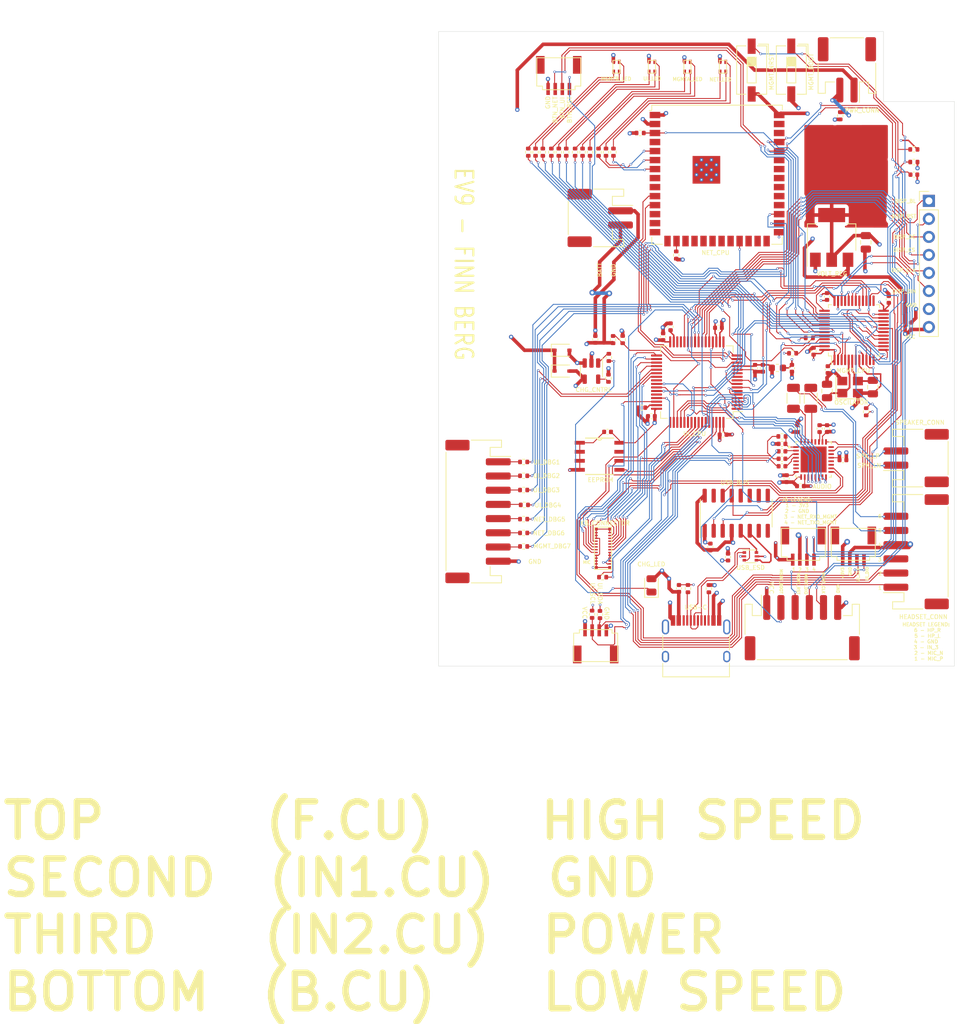
<source format=kicad_pcb>
(kicad_pcb (version 20221018) (generator pcbnew)
  (title_block (title "Hactar PCB - Finn Berg") (date "2023-10-02") (rev "EV9") (company "CISCO SYSTEMS"))
  (layers (0 "F.Cu" signal) (1 "In1.Cu" power) (2 "In2.Cu" power) (31 "B.Cu" signal) (34 "B.Paste" user) (35 "F.Paste" user) (36 "B.SilkS" user "B.Silkscreen") (37 "F.SilkS" user "F.Silkscreen") (38 "B.Mask" user) (39 "F.Mask" user) (44 "Edge.Cuts" user))
  (net 0 "")
  (net 1 "+3.3VA")
  (net 2 "+3.3V")
  (net 3 "VBUS")
  (net 4 "GND")
  (net 5 "+BATT")
  (net 6 "/RCC_OSC_IN")
  (net 7 "/VIN")
  (net 8 "/UI_SDA")
  (net 9 "Net-(U6-LINPUT3)")
  (net 10 "/UI_SCL")
  (net 11 "Net-(U6-LINPUT2)")
  (net 12 "Net-(U1-VCAP_1)")
  (net 13 "/USB_D+")
  (net 14 "/USB_D-")
  (net 15 "Net-(U1-VCAP_2)")
  (net 16 "Net-(U6-LINPUT1)")
  (net 17 "Net-(U6-MICBIAS)")
  (net 18 "Net-(U6-HP_R)")
  (net 19 "/MCLK")
  (net 20 "/RCC_OSC_OUT")
  (net 21 "/MGMT_BOOT")
  (net 22 "/MGMT_NRST")
  (net 23 "/IN_3")
  (net 24 "Net-(U6-HP_L)")
  (net 25 "/NET_RST")
  (net 26 "/UI_RST")
  (net 27 "/MIC_P")
  (net 28 "/LEDA_R")
  (net 29 "Net-(U6-AMID)")
  (net 30 "/DISP_BL")
  (net 31 "/DISP_RSTR")
  (net 32 "/LEDA_G")
  (net 34 "Net-(D10-K)")
  (net 35 "/BATTERY_MON")
  (net 36 "Net-(D3-RK)")
  (net 37 "/LEDA_B")
  (net 38 "Net-(D3-BK)")
  (net 39 "/KB_COL3")
  (net 40 "/KB_COL4")
  (net 41 "Net-(D3-GK)")
  (net 42 "Net-(D4-RK)")
  (net 43 "/DISP_DC")
  (net 44 "/DISP_CS")
  (net 45 "/DISP_SPI_SCK")
  (net 46 "/DISP_SPI_MOSI")
  (net 49 "/NET_TX0_MGMT")
  (net 50 "Net-(D4-BK)")
  (net 51 "/KB_MIC")
  (net 52 "/NET_RX0_MGMT")
  (net 53 "Net-(D4-GK)")
  (net 54 "/KB_ROW5")
  (net 55 "/KB_ROW1")
  (net 56 "/KB_ROW2")
  (net 57 "/KB_ROW3")
  (net 58 "/MIC_N")
  (net 59 "Net-(D5-RK)")
  (net 60 "/KB_ROW4")
  (net 61 "Net-(D5-BK)")
  (net 62 "/KB_ROW6")
  (net 63 "/KB_ROW7")
  (net 64 "/UD-")
  (net 65 "/UD+")
  (net 66 "/LEDB_R")
  (net 67 "/LEDB_G")
  (net 68 "Net-(D5-GK)")
  (net 69 "Net-(D11-K)")
  (net 70 "Net-(D18-RK)")
  (net 71 "Net-(D18-BK)")
  (net 72 "Net-(D18-GK)")
  (net 73 "Net-(J9-CC1)")
  (net 75 "Net-(J9-CC2)")
  (net 78 "Net-(J10-Pin_1)")
  (net 79 "Net-(J10-Pin_2)")
  (net 80 "/LEDB_B")
  (net 81 "Net-(J10-Pin_3)")
  (net 82 "Net-(J10-Pin_4)")
  (net 83 "Net-(J10-Pin_5)")
  (net 84 "Net-(J10-Pin_6)")
  (net 85 "Net-(J10-Pin_7)")
  (net 86 "/SPK_LN")
  (net 87 "/SPK_LP")
  (net 88 "/HP_R")
  (net 89 "/HP_L")
  (net 90 "/KB_COL5")
  (net 91 "/KB_COL2")
  (net 92 "Net-(J15-Pin_2)")
  (net 93 "Net-(U11-IO46)")
  (net 94 "/BTN_RST")
  (net 95 "/BTN_UI")
  (net 96 "/BTN_NET")
  (net 97 "/KB_COL1")
  (net 98 "Net-(U12-STAT)")
  (net 99 "Net-(U12-PROG)")
  (net 100 "Net-(U1-PA12)")
  (net 103 "/UI_STAT")
  (net 106 "/UI_BOOT")
  (net 107 "/NET_LED_B")
  (net 108 "/NET_LED_G")
  (net 115 "/USB_DTR")
  (net 116 "/USB_RTS")
  (net 118 "/NET_LED_R")
  (net 127 "/UI_DBG1")
  (net 129 "/UI_LED_B")
  (net 132 "/NET_STAT")
  (net 134 "/UI_LED_G")
  (net 136 "/UI_TX1_MGMT")
  (net 137 "/UI_RX1_MGMT")
  (net 138 "/NET_BOOT")
  (net 139 "/UI_LED_R")
  (net 141 "/UI_DBG2")
  (net 142 "/UI_DBG3")
  (net 143 "/UI_DBG4")
  (net 144 "/MGMT_DBG7")
  (net 145 "/NET_DBG5")
  (net 146 "/NET_DBG6")
  (net 147 "/MGMT_SWDIO")
  (net 148 "/MGMT_SWCLK")
  (net 149 "/I2S_DACLRC")
  (net 150 "/UI_SWDIO")
  (net 151 "/UI_SWDCLK")
  (net 152 "/UI_TX1_NET")
  (net 153 "/BOOT1")
  (net 155 "/UI_RX1_NET")
  (net 156 "/I2S_BCLK")
  (net 157 "/I2S_ADCDAT")
  (net 161 "/I2S_DACDAT")
  (net 162 "/USB_TX1_MGMT")
  (net 163 "/USB_RX1_MGMT")
  (net 187 "/KB_LED")
  (footprint "Resistor_SMD:R_0402_1005Metric" (layer "F.Cu") (at 126.0875 122.725)
    (fp_text reference "R28" hide)
    (fp_text value "330" hide)
  )
  (footprint "Capacitor_SMD:C_0402_1005Metric" (layer "F.Cu") (at 143.9875 110.225 180)
    (fp_text reference "C13" hide)
    (fp_text value "100n" hide)
  )
  (footprint "ESP32-S3-WROOM-1-N8R2:New_ESP32_M24C02-RMN6TP" (layer "F.Cu") (at 136.6875 115.875)
    (fp_text reference "CR1" hide)
    (fp_text value "M24C02-RDW6TP" hide)
  )
  (footprint "Resistor_SMD:R_0402_1005Metric" (layer "F.Cu") (at 180.972 74.414 180)
    (fp_text reference "R20" hide)
    (fp_text value "4k7" hide)
  )
  (footprint "Capacitor_SMD:C_0402_1005Metric" (layer "F.Cu") (at 142.6375 109.025)
    (fp_text reference "C22" hide)
    (fp_text value "2u2" hide)
  )
  (footprint "Diode_SMD:D_SOD-323" (layer "F.Cu") (at 131.3875 100.935)
    (fp_text reference "D2" hide)
    (fp_text value "1N5819WS" hide)
  )
  (footprint "Package_QFP:LQFP-48_7x7mm_P0.5mm" (layer "F.Cu") (at 172.5375 98.125 90)
    (fp_text reference "U5" hide)
    (fp_text value "STM32F030C8Tx" hide)
  )
  (footprint "Capacitor_SMD:C_0402_1005Metric" (layer "F.Cu") (at 137.8075 112.435 180)
    (fp_text reference "C33" hide)
    (fp_text value "100n" hide)
  )
  (footprint "Capacitor_SMD:C_0402_1005Metric" (layer "F.Cu") (at 145.6375 99.025 90)
    (fp_text reference "C14" hide)
    (fp_text value "100n" hide)
  )
  (footprint "Capacitor_SMD:C_0805_2012Metric" (layer "F.Cu") (at 168.7375 106.675 -90)
    (fp_text reference "C4" hide)
    (fp_text value "33P" hide)
  )
  (footprint "Capacitor_SMD:C_0402_1005Metric" (layer "F.Cu") (at 168.7375 111.975 90)
    (fp_text reference "C3" hide)
    (fp_text value "4.7u" hide)
  )
  (footprint "Resistor_SMD:R_0402_1005Metric" (layer "F.Cu") (at 149.1375 134.52 -90)
    (fp_text reference "R3" hide)
    (fp_text value "5k1" hide)
  )
  (footprint "Resistor_SMD:R_0402_1005Metric" (layer "F.Cu") (at 163.89 101.36)
    (fp_text reference "R5" hide)
    (fp_text value "4k7" hide)
  )
  (footprint "Resistor_SMD:R_0402_1005Metric" (layer "F.Cu") (at 180.972 72.636 180)
    (fp_text reference "R10" hide)
    (fp_text value "4k7" hide)
  )
  (footprint "Capacitor_SMD:C_0402_1005Metric" (layer "F.Cu") (at 136.0875 99.405 90)
    (fp_text reference "C19" hide)
    (fp_text value "4u7" hide)
  )
  (footprint "Resistor_SMD:R_0402_1005Metric" (layer "F.Cu") (at 138.5875 99.435 -90)
    (fp_text reference "R38" hide)
    (fp_text value "10k" hide)
  )
  (footprint "Connector_JST:JST_PH_S6B-PH-SM4-TB_1x06-1MP_P2.00mm_Horizontal" (layer "F.Cu") (at 181.2875 129.325 90)
    (fp_text reference "J8" hide)
    (fp_text value "Conn_01x06_Female" hide)
  )
  (footprint "BM14B(0.B)-24DS-0:BM14B(0.B)-24DS-0.4V(53)" (layer "F.Cu") (at 138.1075 131.035 90)
    (fp_text reference "U13" hide)
    (fp_text value "BM14B(0.8)-24DS-0.4V(53)" hide)
  )
  (footprint "Package_QFP:LQFP-64_10x10mm_P0.5mm" (layer "F.Cu") (at 150.3875 105.425 180)
    (fp_text reference "U1" hide)
    (fp_text value "STM32F405RGTx" hide)
  )
  (footprint "Capacitor_SMD:C_0402_1005Metric" (layer "F.Cu") (at 163.0375 119.025 90)
    (fp_text reference "C16" hide)
    (fp_text value "100n" hide)
  )
  (footprint "1x4 pin download:1x4pin 1mm connector" (layer "F.Cu") (at 133.534 60.722 180)
    (fp_text reference "J13" hide)
    (fp_text value "Conn_01x04_Female" hide)
  )
  (footprint "Inductor_SMD:L_0603_1608Metric" (layer "F.Cu") (at 161.7375 103.425)
    (fp_text reference "120R1" hide)
    (fp_text value "FerriteBead" hide)
  )
  (footprint "Resistor_SMD:R_0402_1005Metric" (layer "F.Cu") (at 137.5875 73.025 90)
    (fp_text reference "R17" hide)
    (fp_text value "150" hide)
  )
  (footprint "Resistor_SMD:R_0402_1005Metric" (layer "F.Cu") (at 128.6875 73.025 -90)
    (fp_text reference "R13" hide)
    (fp_text value "180" hide)
  )
  (footprint "Capacitor_SMD:C_0402_1005Metric" (layer "F.Cu") (at 180.5875 97.525 90)
    (fp_text reference "C20" hide)
    (fp_text value "100n" hide)
  )
  (footprint "Resistor_SMD:R_0402_1005Metric" (layer "F.Cu") (at 125.9875 124.725)
    (fp_text reference "R30" hide)
    (fp_text value "330" hide)
  )
  (footprint "Resistor_SMD:R_0402_1005Metric" (layer "F.Cu") (at 142.3975 70.325 180)
    (fp_text reference "R4" hide)
    (fp_text value "15k" hide)
  )
  (footprint "MountingHole:MountingHole_2.1mm" (layer "F.Cu") (at 176.9375 140.345)
    (fp_text reference "REF**" hide)
    (fp_text value "MountingHole_2.1mm" hide)
  )
  (footprint "Resistor_SMD:R_0402_1005Metric" (layer "F.Cu") (at 139.9375 99.425 -90)
    (fp_text reference "R39" hide)
    (fp_text value "6.8k" hide)
  )
  (footprint "Capacitor_SMD:C_0402_1005Metric" (layer "F.Cu") (at 154.7875 130.075 90)
    (fp_text reference "C5" hide)
    (fp_text value "10U" hide)
  )
  (footprint "Connector_PinHeader_2.54mm:PinHeader_1x08_P2.54mm_Vertical" (layer "F.Cu") (at 183.0875 79.885)
    (fp_text reference "J4" hide)
    (fp_text value "Conn_01x08_Male" hide)
  )
  (footprint "Capacitor_SMD:C_0402_1005Metric" (layer "F.Cu") (at 158.5875 103.475 -90)
    (fp_text reference "C8" hide)
    (fp_text value "10n" hide)
  )
  (footprint "Resistor_SMD:R_0402_1005Metric" (layer "F.Cu") (at 133.2375 73.025 -90)
    (fp_text reference "R12" hide)
    (fp_text value "150" hide)
  )
  (footprint "Resistor_SMD:R_0402_1005Metric" (layer "F.Cu") (at 134.2875 73.025 -90)
    (fp_text reference "R11" hide)
    (fp_text value "150" hide)
  )
  (footprint "Capacitor_SMD:C_0402_1005Metric" (layer "F.Cu") (at 146.6875 97.625 -90)
    (fp_text reference "C21" hide)
    (fp_text value "2u2" hide)
  )
  (footprint "Button_Switch_SMD:SW_DIP_SPSTx01_Slide_6.7x4.1mm_W6.73mm_P2.54mm_LowProfile_JPin" (layer "F.Cu") (at 158.112 61.46 -90)
    (fp_text reference "SW5" hide)
    (fp_text value "SW_Push" hide)
  )
  (footprint "Resistor_SMD:R_0402_1005Metric" (layer "F.Cu") (at 135.3375 73.025 -90)
    (fp_text reference "R6" hide)
    (fp_text value "180" hide)
  )
  (footprint "Resistor_SMD:R_0402_1005Metric" (layer "F.Cu") (at 138.6375 73.025 90)
    (fp_text reference "R16" hide)
    (fp_text value "180" hide)
  )
  (footprint "Connector_JST:JST_PH_S2B-PH-SM4-TB_1x02-1MP_P2.00mm_Horizontal" (layer "F.Cu") (at 181.2875 116.125 90)
    (fp_text reference "J2" hide)
    (fp_text value "Conn_01x02_Female" hide)
  )
  (footprint "MountingHole:MountingHole_2.1mm" (layer "F.Cu") (at 183.0875 107.925)
    (fp_text reference "REF**" hide)
    (fp_text value "MountingHole_2.1mm" hide)
  )
  (footprint "MountingHole:MountingHole_2.1mm" (layer "F.Cu") (at 117.5875 107.925)
    (fp_text reference "REF**" hide)
    (fp_text value "MountingHole_2.1mm" hide)
  )
  (footprint "Capacitor_SMD:C_0805_2012Metric" (layer "F.Cu") (at 174.2 85.73 -90)
    (fp_text reference "C2" hide)
    (fp_text value "22u" hide)
  )
  (footprint "Capacitor_SMD:C_1206_3216Metric" (layer "F.Cu") (at 166.4375 107.705 90)
    (fp_text reference "C29" hide)
    (fp_text value "100U" hide)
  )
  (footprint "Capacitor_SMD:C_0402_1005Metric" (layer "F.Cu") (at 162.3875 117.275)
    (fp_text reference "C27" hide)
    (fp_text value "1u" hide)
  )
  (footprint "Capacitor_SMD:C_0402_1005Metric" (layer "F.Cu") (at 163.7875 103.475 -90)
    (fp_text reference "C10" hide)
    (fp_text value "1u" hide)
  )
  (footprint "Resistor_SMD:R_0402_1005Metric" (layer "F.Cu") (at 130.9375 73.025 90)
    (fp_text reference "R24" hide)
    (fp_text value "150" hide)
  )
  (footprint "Resistor_SMD:R_0402_1005Metric" (layer "F.Cu") (at 166.2375 99.205)
    (fp_text reference "R19" hide)
    (fp_text value "4k7" hide)
  )
  (footprint "Capacitor_SMD:C_0402_1005Metric" (layer "F.Cu") (at 180.972 76.192 180)
    (fp_text reference "C35" hide)
    (fp_text value "100n" hide)
  )
  (footprint "Resistor_SMD:R_0402_1005Metric" (layer "F.Cu") (at 174.25 109.6 90)
    (fp_text reference "R1" hide)
    (fp_text value "4k7" hide)
  )
  (footprint "Capacitor_SMD:C_0402_1005Metric" (layer "F.Cu") (at 154.0875 112.825 180)
    (fp_text reference "C12" hide)
    (fp_text value "100n" hide)
  )
  (footprint "1x4 pin download:1x4pin 1mm connector" (layer "F.Cu") (at 175.04 127.03 180)
    (fp_text reference "J12" hide)
    (fp_text value "Conn_01x04_Female" hide)
  )
  (footprint "Resistor_SMD:R_0402_1005Metric" (layer "F.Cu") (at 137.9375 104.875 -90)
    (fp_text reference "R37" hide)
    (fp_text value "2k" hide)
  )
  (footprint "Resistor_SMD:R_0402_1005Metric" (layer "F.Cu") (at 136.5375 73.025 90)
    (fp_text reference "R18" hide)
    (fp_text value "150" hide)
  )
  (footprint "Resistor_SMD:R_0402_1005Metric" (layer "F.Cu") (at 152.0875 134.525 -90)
    (fp_text reference "R2" hide)
    (fp_text value "5k1" hide)
  )
  (footprint "Capacitor_SMD:C_0402_1005Metric" (layer "F.Cu") (at 177.4375 93.775 90)
    (fp_text reference "C25" hide)
    (fp_text value "100n" hide)
  )
  (footprint "Capacitor_SMD:C_0402_1005Metric" (layer "F.Cu") (at 147.87 134.49 90)
    (fp_text reference "C1" hide)
    (fp_text value "4u7" hide)
  )
  (footprint "Resistor_SMD:R_0402_1005Metric" (layer "F.Cu") (at 147.4875 87.525 90)
    (fp_text reference "R32" hide)
    (fp_text value "4k7" hide)
  )
  (footprint "Diode_SMD:D_SOD-323" (layer "F.Cu") (at 131.3875 103.865)
    (fp_text reference "D10" hide)
    (fp_text value "1N5819WS" hide)
  )
  (footprint "Resistor_SMD:R_0402_1005Metric" (layer "F.Cu") (at 135.6275 138.135 -90)
    (fp_text reference "R8" hide)
    (fp_text value "1k5" hide)
  )
  (footprint "LED_SMD:LED_0805_2012Metric" (layer "F.Cu") (at 143.9975 134.065 90)
    (fp_text reference "D11" hide)
    (fp_text value "LED" hide)
  )
  (footprint "Connector_JST:JST_PH_S2B-PH-SM4-TB_1x02-1MP_P2.00mm_Horizontal" (layer "F.Cu") (at 171.5375 61.425 180)
    (fp_text reference "J15" hide)
    (fp_text value "Conn_01x02_Female" hide)
  )
  (footprint "Capacitor_SMD:C_0402_1005Metric" (layer "F.Cu") (at 164.9875 120.075)
    (fp_text reference "C15" hide)
    (fp_text value "100n" hide)
  )
  (footprint "Resistor_SMD:R_0402_1005Metric" (layer "F.Cu") (at 126.6375 73.025 -90)
    (fp_text reference "R15" hide)
    (fp_text value "150" hide)
  )
  (footprint "ESP32-S3-WROOM-1-N8R2:QFN50P500X500X90-33N" (layer "F.Cu") (at 166.84 116.325)
    (fp_text reference "U6" hide)
    (fp_text value "WM8960CGEFL/RV" hide)
  )
  (footprint "Capacitor_SMD:C_0805_2012Metric" (layer "F.Cu") (at 175.1875 106.125 90)
    (fp_text reference "C23" hide)
    (fp_text value "33P" hide)
  )
  (footprint "Resistor_SMD:R_0402_1005Metric" (layer "F.Cu") (at 162.3875 113.075 180)
    (fp_text reference "R9" hide)
    (fp_text value "2K2" hide)
  )
  (footprint "Resistor_SMD:R_0402_1005Metric" (layer "F.Cu") (at 127.6625 73.025 -90)
    (fp_text reference "R14" hide)
    (fp_text value "150" hide)
  )
  (footprint "Capacitor_SMD:C_1206_3216Metric" (layer "F.Cu") (at 164.0075 107.705 90)
    (fp_text reference "C30" hide)
    (fp_text value "100U" hide)
  )
  (footprint "Resistor_SMD:R_0402_1005Metric" (layer "F.Cu") (at 125.9875 116.675)
    (fp_text reference "R22" hide)
    (fp_text value "330" hide)
  )
  (footprint "Button_Switch_SMD:SW_DIP_SPSTx01_Slide_6.7x4.1mm_W6.73mm_P2.54mm_LowProfile_JPin" (layer "F.Cu") (at 163.7 61.46 -90)
    (fp_text reference "SW4" hide)
    (fp_text value "SW_Push" hide)
  )
  (footprint "1x6 pin download:LED RGB" (layer "F.Cu") (at 154.4625 61.695 90)
    (fp_text reference "D4" hide)
    (fp_text value "ASMB-MTB1-0A3A2" hide)
  )
  (footprint "MountingHole:MountingHole_2.1mm" (layer "F.Cu") (at 117.5875 69.625)
    (fp_text reference "REF**" hide)
    (fp_text value "MountingHole_2.1mm" hide)
  )
  (footprint "Resistor_SMD:R_0402_1005Metric" (layer "F.Cu") (at 137.9875 101.945 -90)
    (fp_text reference "R36" hide)
    (fp_text value "1k" hide)
  )
  (footprint "Package_SO:SOIC-16_3.9x9.9mm_P1.27mm" (layer "F.Cu") (at 155.9375 123.895 90)
    (fp_text reference "U3" hide)
    (fp_text value "CH340C" hide)
  )
  (footprint "Resistor_SMD:R_0402_1005Metric" (layer "F.Cu") (at 131.9875 73.025 90)
    (fp_text reference "R23" hide)
    (fp_text value "180" hide)
  )
  (footprint "Capacitor_SMD:C_0402_1005Metric" (layer "F.Cu") (at 168.73 93.36 -90)
    (fp_text reference "C34" hide)
    (fp_text value "100n" hide)
  )
  (footprint "1x4 pin download:1x4pin 1mm connector" (layer "F.Cu") (at 133.5375 143.795)
    (fp_text reference "J7" hide)
    (fp_text value "Conn_01x04_Female" hide)
  )
  (footprint "Resistor_SMD:R_0402_1005Metric" (layer "F.Cu") (at 137.1175 132.905 180)
    (fp_text reference "R41" hide)
    (fp_text value "0" hide)
  )
  (footprint "Resistor_SMD:R_0402_1005Metric" (layer "F.Cu") (at 125.9875 120.625)
    (fp_text reference "R27" hide)
    (fp_text value "330" hide)
  )
  (footprint "Capacitor_SMD:C_0402_1005Metric" (layer "F.Cu") (at 162.3875 116.225)
    (fp_text reference "C18" hide)
    (fp_text value "1u" hide)
  )
  (footprint "Capacitor_SMD:C_0402_1005Metric" (layer "F.Cu") (at 170.9775 116.405)
    (fp_text reference "C6" hide)
    (fp_text value "4.7u" hide)
  )
  (footprint "Package_TO_SOT_SMD:SOT-223-3_TabPin2" (layer "F.Cu") (at 169.3875 85.035 90)
    (fp_text reference "U2" hide)
    (fp_text value "AMS1117-3.3" hide)
  )
  (footprint "1x6 pin download:LED RGB" (layer "F.Cu") (at 139.4625 61.695 90)
    (fp_text reference "D3" hide)
    (fp_text value "ASMB-MTB1-0A3A2" hide)
  )
  (footprint "RF_Module:ESP32-S3-WROOM-1U" (layer "F.Cu") (at 153.2375 76.2)
    (fp_text reference "U11" hide)
    (fp_text value "ESP32-S3-WROOM-1-N8R2" hide)
  )
  (footprint "Capacitor_SMD:C_0402_1005Metric" (layer "F.Cu") (at 162.3875 115.175)
    (fp_text reference "C17" hide)
    (fp_text value "1u" hide)
  )
  (footprint "Capacitor_SMD:C_0402_1005Metric" (layer "F.Cu") (at 164.5375 111.975 -90)
    (fp_text reference "C7" hide)
    (fp_text value "100n" hide)
  )
  (footprint "Connector_JST:JST_PH_S6B-PH-SM4-TB_1x06-1MP_P2.00mm_Horizontal" (layer "F.Cu") (at 165.2375 140.025)
    (fp_text reference "J11" hide)
    (fp_text value "Conn_01x06_Female" hide)
  )
  (footprint "Capacitor_SMD:C_0402_1005Metric" (layer "F.Cu") (at 152.2975 128.655 90)
    (fp_text reference "C32" hide)
    (fp_text value "100n" hide)
  )
  (footprint "Connector_JST:JST_PH_S8B-PH-SM4-TB_1x08-1MP_P2.00mm_Horizontal" (layer "F.Cu") (at 119.5575 123.655 -90)
    (fp_text reference "J10" hide)
    (fp_text value "Conn_01x08_Female" hide)
  )
  (footprint "Capacitor_SMD:C_0402_1005Metric" (layer "F.Cu") (at 167.6875 111.975 -90)
    (fp_text reference "C31" hide)
    (fp_text value "4.7u" hide)
  )
  (footprint "1x4 pin download:1x4pin 1mm connector" (layer "F.Cu") (at 168 127.04 180)
    (fp_text reference "J6" hide)
    (fp_text value "Conn_01x04_Female" hide)
  )
  (footprint "MountingHole:MountingHole_2.1mm" (layer "F.Cu") (at 183.12 69.625)
    (fp_text reference "REF**" hide)
    (fp_text value "MountingHole_2.1mm" hide)
  )
  (footprint "Capacitor_SMD:C_0402_1005Metric" (layer "F.Cu") (at 159.6875 103.475 -90)
    (fp_text reference "C9" hide)
    (fp_text value "1u" hide)
  )
  (footprint "Capacitor_SMD:C_0402_1005Metric" (layer "F.Cu") (at 168.8475 103.665 -90)
    (fp_text reference "C24" hide)
    (fp_text value "100n" hide)
  )
  (footprint "Connector_JST:JST_PH_S2B-PH-SM4-TB_1x02-1MP_P2.00mm_Horizontal" (layer "F.Cu") (at 136.776 82.288 -90)
    (fp_text reference "J1" hide)
    (fp_text value "Conn_01x02_Female" hide)
  )
  (footprint "MountingHole:MountingHole_2.1mm" (layer "F.Cu") (at 123.6375 140.345)
    (fp_text reference "REF**" hide)
    (fp_text value "MountingHole_2.1mm" hide)
  )
  (footprint "Connector_USB:USB_C_Receptacle_HRO_TYPE-C-31-M-12" (layer "F.Cu") (at 150.2875 143.046)
    (fp_text reference "J9" hide)
    (fp_text value "USB_C_Receptacle" hide)
  )
  (footprint "1x6 pin download:LED RGB" (layer "F.Cu") (at 144.4625 61.695 90)
    (fp_text reference "D5" hide)
    (fp_text value "ASMB-MTB1-0A3A2" hide)
  )
  (footprint "Resistor_SMD:R_0402_1005Metric" (layer "F.Cu") (at 125.9875 128.575)
    (fp_text reference "R29" hide)
    (fp_text value "330" hide)
  )
  (footprint "Resistor_SMD:R_0402_1005Metric" (layer "F.Cu") (at 125.9875 118.625)
    (fp_text reference "R26" hide)
    (fp_text value "330" hide)
  )
  (footprint "Capacitor_SMD:C_0402_1005Metric" (layer "F.Cu") (at 153.4375 97.775)
    (fp_text reference "C11" hide)
    (fp_text value "100n" hide)
  )
  (footprint "1x6 pin download:LED RGB" (layer "F.Cu") (at 149.4625 61.695 90)
    (fp_text reference "D18" hide)
    (fp_text value "ASMB-MTB1-0A3A2" hide)
  )
  (footprint "Package_TO_SOT_SMD:SOT-666" (layer "F.Cu") (at 157.9375 129.975)
    (fp_text reference "U4" hide)
    (fp_text value "USBLC6-2P6" hide)
  )
  (footprint "Resistor_SMD:R_0402_1005Metric" (layer "F.Cu") (at 170.5975 67.895 -90)
    (fp_text reference "R40" hide)
    (fp_text value "1" hide)
  )
  (footprint "Resistor_SMD:R_0402_1005Metric" (layer "F.Cu") (at 125.9875 126.675)
    (fp_text reference "R31" hide)
    (fp_text value "330" hide)
  )
  (footprint "Package_TO_SOT_SMD:SOT-23-5" (layer "F.Cu") (at 135.5375 103.875 -90)
    (fp_text reference "U12" hide)
    (fp_text value "MCP73832-2-OT" hide)
  )
  (footprint "Capacitor_SMD:C_0402_1005Metric" (layer "F.Cu") (at 162.3875 114.125 180)
    (fp_text reference "C28" hide)
    (fp_text value "4.7u" hide)
  )
  (footprint "Resistor_SMD:R_0402_1005Metric" (layer "F.Cu") (at 136.7375 138.175 -90)
    (fp_text reference "R7" hide)
    (fp_text value "1k5" hide)
  )
  (footprint "Capacitor_SMD:C_0402_1005Metric" (layer "F.Cu") (at 166.84 101.07 90)
    (fp_text reference "C26" hide)
    (fp_text value "100n" hide)
  )
  (footprint "Resistor_SMD:R_0402_1005Metric" (layer "F.Cu") (at 129.8875 73.025 90)
    (fp_text reference "R25" hide)
    (fp_text value "150" hide)
  )
  (footprint "Crystal:Crystal_SMD_3225-4Pin_3.2x2.5mm" (layer "F.Cu") (at 171.9875 106.125)
    (fp_text reference "Y1" hide)
    (fp_text value "Crystal_GND24" hide)
  )
  (gr_poly (pts (xy 176.6875 65.885) (xy 186.6875 65.885) (xy 186.6875 145.435) (xy 113.9875 145.435) (xy 113.9875 56.025) (xy 176.6875 56.025)) (stroke (width 0.05)) (fill none) (layer "Edge.Cuts"))
  (gr_text "MIC" (at 134.88 130.81) (layer "F.SilkS") (effects (font (size 0.4 0.4) (thickness 0.1))))
  (gr_text "5" (at 176.19 126.35) (layer "F.SilkS") (effects (font (size 0.5 0.5) (thickness 0.1))))
  (gr_text "MGMTA_LED" (at 149.07 62.74) (layer "F.SilkS") (effects (font (size 0.5 0.5) (thickness 0.1))))
  (gr_text "BTN_RST" (at 132.458 67.048 90) (layer "F.SilkS") (effects (font (size 0.6 0.6) (thickness 0.1))))
  (gr_text "+3V3" (at 170.93 132.326 90) (layer "F.SilkS") (effects (font (size 0.4 0.4) (thickness 0.1))))
  (gr_text "HEADSET_CONN" (at 182.3 138.5) (layer "F.SilkS") (effects (font (size 0.6 0.6) (thickness 0.1))))
  (gr_text "UI_DIO" (at 174.38 132.42 90) (layer "F.SilkS") (effects (font (size 0.4 0.4) (thickness 0.1))))
  (gr_text "3" (at 176.17 130.43) (layer "F.SilkS") (effects (font (size 0.5 0.5) (thickness 0.1))))
  (gr_text "UI_LED" (at 144.09 62.66) (layer "F.SilkS") (effects (font (size 0.5 0.5) (thickness 0.1))))
  (gr_text "EV9 - FINN BERG" (at 117.5375 88.775 270) (layer "F.SilkS") (effects (font (size 2.5 2) (thickness 0.3))))
  (gr_text "DISP_DC" (at 179.67 84.96) (layer "F.SilkS") (effects (font (size 0.5 0.5) (thickness 0.1))))
  (gr_text "OSCILATOR" (at 172.16 108.28) (layer "F.SilkS") (effects (font (size 0.6 0.6) (thickness 0.1))))
  (gr_text "2" (at 164.92 131.85) (layer "F.SilkS") (effects (font (size 0.5 0.5) (thickness 0.1))))
  (gr_text "VCC" (at 180.47 99.04) (layer "F.SilkS") (effects (font (size 0.5 0.5) (thickness 0.1))))
  (gr_text "NET_LED" (at 153.72 62.79) (layer "F.SilkS") (effects (font (size 0.5 0.5) (thickness 0.1))))
  (gr_text "UI_DBG1\n\n" (at 129.24 117.19) (layer "F.SilkS") (effects (font (size 0.6 0.6) (thickness 0.1))))
  (gr_text "USB_BUS" (at 155.76 119.6) (layer "F.SilkS") (effects (font (size 0.6 0.6) (thickness 0.1))))
  (gr_text "1\n" (at 164.06 131.82) (layer "F.SilkS") (effects (font (size 0.5 0.5) (thickness 0.1))))
  (gr_text "GND" (at 171.99 132.072 90) (layer "F.SilkS") (effects (font (size 0.4 0.4) (thickness 0.1))))
  (gr_text "UI_CLK" (at 173.1 132.55 90) (layer "F.SilkS") (effects (font (size 0.4 0.4) (thickness 0.1))))
  (gr_text "GND" (at 180.6 94.58) (layer "F.SilkS") (effects (font (size 0.5 0.5) (thickness 0.1))))
  (gr_text "VCC" (at 134.59 137.92 270) (layer "F.SilkS") (effects (font (size 0.6 0.6) (thickness 0.1))))
  (gr_text "KB_CONNECTOR" (at 137.44 125.3) (layer "F.SilkS") (effects (font (size 0.6 0.6) (thickness 0.1))))
  (gr_text "UI_DBG4\n\n" (at 129.41 123.25) (layer "F.SilkS") (effects (font (size 0.6 0.6) (thickness 0.1))))
  (gr_text "NET_DBG5" (at 129.63 124.76) (layer "F.SilkS") (effects (font (size 0.6 0.6) (thickness 0.1))))
  (gr_text "DISP_DIN" (at 179.6 92.64) (layer "F.SilkS") (effects (font (size 0.5 0.5) (thickness 0.1))))
  (gr_text "HEADSET LEGEND:\n 6 - HP_R\n 5 - HP_L\n4 - GND\n3 - IN_3\n  2 - MIC_N\n  1 - MIC_P" (at 182.69 141.99) (layer "F.SilkS") (effects (font (size 0.5 0.5) (thickness 0.1))))
  (gr_text "MGMT_BOOT" (at 166.494 61.714 90) (layer "F.SilkS") (effects (font (size 0.6 0.6) (thickness 0.1))))
  (gr_text "CHG_CNTRL" (at 135.84 106.5) (layer "F.SilkS") (effects (font (size 0.6 0.6) (thickness 0.1))))
  (gr_text "MGMT_DIO" (at 165.76 133.87 270) (layer "F.SilkS") (effects (font (size 0.4 0.4) (thickness 0.1))))
  (gr_text "UI_DBG3\n" (at 129.19 120.64) (layer "F.SilkS") (effects (font (size 0.6 0.6) (thickness 0.1))))
  (gr_text "MGMT_CPU" (at 172.45 103.81) (layer "F.SilkS") (effects (font (size 0.6 0.6) (thickness 0.1))))
  (gr_text "DISP_CS" (at 179.61 86.81) (layer "F.SilkS") (effects (font (size 0.5 0.5) (thickness 0.1))))
  (gr_text "VOLT_REG" (at 169.44 90.16) (layer "F.SilkS") (effects (font (size 0.6 0.6) (thickness 0.1))))
  (gr_text "6" (at 176.18 124.32) (layer "F.SilkS") (effects (font (size 0.5 0.5) (thickness 0.1))))
  (gr_text "USB-C" (at 150.238 137.152) (layer "F.SilkS") (effects (font (size 0.6 0.6) (thickness 0.1))))
  (gr_text "USB_ESD" (at 157.97 131.56) (layer "F.SilkS") (effects (font (size 0.6 0.6) (thickness 0.1))))
  (gr_text "BATT" (at 136.7 89.61 90) (layer "F.SilkS") (effects (font (size 0.6 0.6) (thickness 0.1))))
  (gr_text "SPK_LN" (at 174.68 117.18) (layer "F.SilkS") (effects (font (size 0.6 0.6) (thickness 0.1))))
  (gr_text "GND" (at 138.65 89.67 90) (layer "F.SilkS") (effects (font (size 0.6 0.6) (thickness 0.1))))
  (gr_text "DISP_BL" (at 179.75 79.92) (layer "F.SilkS") (effects (font (size 0.5 0.5) (thickness 0.1))))
  (gr_text "NET_DBG6" (at 129.54 126.7) (layer "F.SilkS") (effects (font (size 0.6 0.6) (thickness 0.1))))
  (gr_text "TOP      (F.CU)    HIGH SPEED\nSECOND  (IN1.CU)  GND\nTHIRD    (IN2.CU)  POWER\nBOTTOM  (B.CU)    LOW SPEED" (at 52.2 179.3) (layer "F.SilkS") (effects (font (size 5 5) (thickness 0.9)) (justify left)))
  (gr_text "GND" (at 170.27 134.56 270) (layer "F.SilkS") (effects (font (size 0.4 0.4) (thickness 0.1))))
  (gr_text "VCC" (at 160.89 134.41 270) (layer "F.SilkS") (effects (font (size 0.6 0.6) (thickness 0.1))))
  (gr_text "PWR_CONN" (at 173.68 67.14) (layer "F.SilkS") (effects (font (size 0.6 0.6) (thickness 0.1))))
  (gr_text "UI_SCL" (at 135.71 135.2 270) (layer "F.SilkS") (effects (font (size 0.6 0.6) (thickness 0.1))))
  (gr_text "BTN_UI" (at 131.442 66.794 90) (layer "F.SilkS") (effects (font (size 0.6 0.6) (thickness 0.1))))
  (gr_text "J6 LEGEND:\n1 - 3V3\n2 - GND\n	     3 - NET_RX0_MGMT\n	     4 - NET_TXO_MGMT" (at 164.52 123.6) (layer "F.SilkS") (effects (font (size 0.5 0.5) (thickness 0.1))))
  (gr_text "UI_SDA" (at 136.75 135.21 270) (layer "F.SilkS") (effects (font (size 0.6 0.6) (thickness 0.1))))
  (gr_text "NET_CPU" (at 153.02 87.19) (layer "F.SilkS") (effects (font (size 0.6 0.6) (thickness 0.1))))
  (gr_text "BTN_NET" (at 130.426 67.048 90) (layer "F.SilkS") (effects (font (size 0.6 0.6) (thickness 0.1))))
  (gr_text "EEPROM" (at 136.82 119.19) (layer "F.SilkS") (effects (font (size 0.6 0.6) (thickness 0.1))))
  (gr_text "UI_CPU" (at 150.07 112.7) (layer "F.SilkS") (effects (font (size 0.6 0.6) (thickness 0.1))))
  (gr_text "UI_DBG2\n\n" (at 129.21 119.11) (layer "F.SilkS") (effects (font (size 0.6 0.6) (thickness 0.1))))
  (gr_text "AUDIO" (at 168.04 120.13) (layer "F.SilkS") (effects (font (size 0.6 0.6) (thickness 0.1))))
  (gr_text "MGMT_DBG7" (at 130 128.54) (layer "F.SilkS") (effects (font (size 0.6 0.6) (thickness 0.1))))
  (gr_text "DISP_CLK" (at 179.53 89.67) (layer "F.SilkS") (effects (font (size 0.5 0.5) (thickness 0.1))))
  (gr_text "MGMT_BOOT" (at 162.27 133.51 270) (layer "F.SilkS") (effects (font (size 0.4 0.4) (thickness 0.1))))
  (gr_text "CHG_LED" (at 143.97 131.08) (layer "F.SilkS") (effects (font (size 0.6 0.6) (thickness 0.1))))
  (gr_text "4" (at 166.9 131.83) (layer "F.SilkS") (effects (font (size 0.5 0.5) (thickness 0.1))))
  (gr_text "2" (at 176.2 132.39) (layer "F.SilkS") (effects (font (size 0.5 0.5) (thickness 0.1))))
  (gr_text "MGMT_CLK" (at 168.22 133.73 270) (layer "F.SilkS") (effects (font (size 0.4 0.4) (thickness 0.1))))
  (gr_text "DISP_RST" (at 179.57 82.06) (layer "F.SilkS") (effects (font (size 0.5 0.5) (thickness 0.1))))
  (gr_text "SPK_LP" (at 174.5 115.86) (layer "F.SilkS") (effects (font (size 0.6 0.6) (thickness 0.1))))
  (gr_text "3" (at 165.9 131.83) (layer "F.SilkS") (effects (font (size 0.5 0.5) (thickness 0.1))))
  (gr_text "4" (at 176.19 128.37) (layer "F.SilkS") (effects (font (size 0.5 0.5) (thickness 0.1))))
  (gr_text "MGMT_NRST" (at 160.906 61.714 90) (layer "F.SilkS") (effects (font (size 0.6 0.6) (thickness 0.1))))
  (gr_text "MGMT_RST" (at 164.69 133.83 270) (layer "F.SilkS") (effects (font (size 0.4 0.4) (thickness 0.1))))
  (gr_text "SPEAKER_CONN" (at 181.82 111.11) (layer "F.SilkS") (effects (font (size 0.6 0.6) (thickness 0.1))))
  (gr_text "MGMTB_LED" (at 139.01 62.7) (layer "F.SilkS") (effects (font (size 0.5 0.5) (thickness 0.1))))
  (gr_text "GND\n" (at 127.57 130.72) (layer "F.SilkS") (effects (font (size 0.6 0.6) (thickness 0.1))))
  (gr_text "GND" (at 129.41 66.032 90) (layer "F.SilkS") (effects (font (size 0.6 0.6) (thickness 0.1))))
  (gr_text "GND" (at 137.69 138.01 270) (layer "F.SilkS") (effects (font (size 0.6 0.6) (thickness 0.1))))
  (gr_text "1" (at 176.19 134.43) (layer "F.SilkS") (effects (font (size 0.5 0.5) (thickness 0.1))))
  (segment (start 168.7375 112.405) (end 168.09 113.0525) (width 0.127) (layer "F.Cu") (net 1))
  (segment (start 160.9875 103.4625) (end 160.95 103.425) (width 0.5) (layer "F.Cu") (net 1))
  (segment (start 159.6875 102.995) (end 160.52 102.995) (width 0.2) (layer "F.Cu") (net 1))
  (segment (start 169.6075 112.405) (end 169.6375 112.375) (width 0.5) (layer "F.Cu") (net 1))
  (segment (start 156.0625 103.175) (end 158.4075 103.175) (width 0.2) (layer "F.Cu") (net 1))
  (segment (start 158.5875 102.995) (end 159.6875 102.995) (width 0.2) (layer "F.Cu") (net 1))
  (segment (start 169.315 116.075) (end 170.4575 116.075) (width 0.127) (layer "F.Cu") (net 1))
  (segment (start 170.4575 116.075) (end 170.5075 116.125) (width 0.127) (layer "F.Cu") (net 1))
  (segment (start 160.9875 104.625) (end 160.9875 103.4625) (width 0.5) (layer "F.Cu") (net 1))
  (segment (start 160.52 102.995) (end 160.95 103.425) (width 0.2) (layer "F.Cu") (net 1))
  (segment (start 168.09 113.0525) (end 168.09 113.85) (width 0.127) (layer "F.Cu") (net 1))
  (segment (start 165.09 113.85) (end 165.09 113.0075) (width 0.127) (layer "F.Cu") (net 1))
  (segment (start 165.09 113.0075) (end 164.5375 112.455) (width 0.127) (layer "F.Cu") (net 1))
  (segment (start 168.7375 112.405) (end 169.6075 112.405) (width 0.5) (layer "F.Cu") (net 1))
  (segment (start 170.4975 116.405) (end 170.5075 116.395) (width 0.5) (layer "F.Cu") (net 1))
  (segment (start 158.4075 103.175) (end 158.5875 102.995) (width 0.2) (layer "F.Cu") (net 1))
  (segment (start 170.4875 115.435) (end 170.4875 116.395) (width 0.5) (layer "F.Cu") (net 1))
  (segment (start 170.5075 116.395) (end 170.5075 116.125) (width 0.5) (layer "F.Cu") (net 1))
  (segment (start 163.8175 112.455) (end 164.5375 112.455) (width 0.5) (layer "F.Cu") (net 1))
  (segment (start 170.4875 116.395) (end 170.4975 116.405) (width 0.5) (layer "F.Cu") (net 1))
  (via (at 169.6375 112.375) (size 0.6) (drill 0.3) (layers "F.Cu" "B.Cu") (net 1))
  (via (at 163.6075 112.245) (size 0.6) (drill 0.3) (layers "F.Cu" "B.Cu") (net 1))
  (via (at 170.4875 115.435) (size 0.6) (drill 0.3) (layers "F.Cu" "B.Cu") (net 1))
  (via (at 160.9875 104.625) (size 0.6) (drill 0.3) (layers "F.Cu" "B.Cu") (net 1))
  (segment (start 168.64 92.97) (end 168.73 92.88) (width 0.2) (layer "F.Cu") (net 2))
  (segment (start 174.765 109.595) (end 175.1175 109.595) (width 0.127) (layer "F.Cu") (net 2))
  (segment (start 163.895 118.545) (end 164.365 118.075) (width 0.127) (layer "F.Cu") (net 2))
  (segment (start 163.7 65.7905) (end 164.716 66.8065) (width 0.5) (layer "F.Cu") (net 2))
  (segment (start 161.7 130.19) (end 161.495 129.985) (width 0.5) (layer "F.Cu") (net 2))
  (segment (start 155.4925 128.05) (end 155.417 127.9745) (width 0.5) (layer "F.Cu") (net 2))
  (segment (start 168.375 100.875) (end 169.8375 100.875) (width 0.2) (layer "F.Cu") (net 2))
  (segment (start 168.9375 103.195) (end 168.9375 103.1375) (width 0.2) (layer "F.Cu") (net 2))
  (segment (start 181.482 75.2805) (end 181.482 74.414) (width 0.25) (layer "F.Cu") (net 2))
  (segment (start 174.2 84.78) (end 174.8425 84.78) (width 0.5) (layer "F.Cu") (net 2))
  (segment (start 173.352 101.1755) (end 173.44333 101.1755) (width 0.2) (layer "F.Cu") (net 2))
  (segment (start 155.417 127.9745) (end 154.385418 127.9745) (width 0.5) (layer "F.Cu") (net 2))
  (segment (start 135.727878 136.838556) (end 135.727878 137.524622) (width 0.127) (layer "F.Cu") (net 2))
  (segment (start 174.25 110.11) (end 174.765 109.595) (width 0.127) (layer "F.Cu") (net 2))
  (segment (start 161.495 129.985) (end 161.495 128.065) (width 0.5) (layer "F.Cu") (net 2))
  (segment (start 152.9575 96.955) (end 153.0375 96.875) (width 0.2) (layer "F.Cu") (net 2))
  (segment (start 145.6375 99.505) (end 144.6675 99.505) (width 0.5) (layer "F.Cu") (net 2))
  (segment (start 170.94 130.43) (end 170.94 128.559) (width 0.5) (layer "F.Cu") (net 2))
  (segment (start 165.468038 120.075538) (end 165.4675 120.075) (width 0.5) (layer "F.Cu") (net 2))
  (segment (start 168.73 92.88) (end 169.05 92.88) (width 0.2) (layer "F.Cu") (net 2))
  (segment (start 152.9575 97.775) (end 152.9575 98.595) (width 0.2) (layer "F.Cu") (net 2))
  (segment (start 139.4815 113.629) (end 138.2875 112.435) (width 0.127) (layer "F.Cu") (net 2))
  (segment (start 154.5675 112.825) (end 155.3375 112.825) (width 0.5) (layer "F.Cu") (net 2))
  (segment (start 177.4375 94.6375) (end 176.7 95.375) (width 0.2) (layer "F.Cu") (net 2))
  (segment (start 168.9375 103.1375) (end 169.7875 102.2875) (width 0.2) (layer "F.Cu") (net 2))
  (segment (start 153.304918 129.055) (end 151.4275 129.055) (width 0.5) (layer "F.Cu") (net 2))
  (segment (start 166.446962 120.075538) (end 165.468038 120.075538) (width 0.5) (layer "F.Cu") (net 2))
  (segment (start 152.9575 97.775) (end 152.9575 96.955) (width 0.2) (layer "F.Cu") (net 2))
  (segment (start 169.7875 101.125) (end 169.9375 100.975) (width 0.2) (layer "F.Cu") (net 2))
  (segment (start 138.6275 60.26) (end 138.6625 60.295) (width 0.5) (layer "F.Cu") (net 2))
  (segment (start 167.845 101.405) (end 168.375 100.875) (width 0.2) (layer "F.Cu") (net 2))
  (segment (start 168.16 92.97) (end 168.64 92.97) (width 0.2) (layer "F.Cu") (net 2))
  (segment (start 166.8375 101.405) (end 167.845 101.405) (width 0.2) (layer "F.Cu") (net 2))
  (segment (start 152.9575 98.595) (end 153.1375 98.775) (width 0.2) (layer "F.Cu") (net 2))
  (segment (start 165.59 119.9525) (end 165.4675 120.075) (width 0.127) (layer "F.Cu") (net 2))
  (segment (start 143.4725 69.06) (end 142.7875 68.375) (width 0.5) (layer "F.Cu") (net 2))
  (segment (start 150.4375 122.385) (end 151.3825 121.44) (width 0.5) (layer "F.Cu") (net 2))
  (segment (start 165.59 118.8) (end 165.59 119.9525) (width 0.127) (layer "F.Cu") (net 2))
  (segment (start 135.727878 137.524622) (end 135.6275 137.625) (width 0.127) (layer "F.Cu") (net 2))
  (segment (start 173.44333 101.1755) (end 173.7875 101.51967) (width 0.2) (layer "F.Cu") (net 2))
  (segment (start 162.7 101.36) (end 162.69 101.35) (width 0.127) (layer "F.Cu") (net 2))
  (segment (start 144.4375 111.230319) (end 144.4375 111.175) (width 0.127) (layer "F.Cu") (net 2))
  (segment (start 163.0375 118.545) (end 163.895 118.545) (width 0.127) (layer "F.Cu") (net 2))
  (segment (start 161.95 130.44) (end 161.7 130.19) (width 0.5) (layer "F.Cu") (net 2))
  (segment (start 166.8375 102.275) (end 166.8375 101.405) (width 0.2) (layer "F.Cu") (net 2))
  (segment (start 144.4675 109.42) (end 144.7125 109.175) (width 0.2) (layer "F.Cu") (net 2))
  (segment (start 153.6375 59.505) (end 153.6375 60.27) (width 0.5) (layer "F.Cu") (net 2))
  (segment (start 155.3025 126.59) (end 155.3025 127.86) (width 0.5) (layer "F.Cu") (net 2))
  (segment (start 154.385418 127.9745) (end 153.304918 129.055) (width 0.5) (layer "F.Cu") (net 2))
  (segment (start 169.8375 100.875) (end 169.9375 100.975) (width 0.2) (layer "F.Cu") (net 2))
  (segment (start 163.7 64.825) (end 163.7 65.7905) (width 0.5) (layer "F.Cu") (net 2))
  (segment (start 167.87 93.26) (end 168.16 92.97) (width 0.2) (layer "F.Cu") (net 2))
  (segment (start 154.1375 111.1) (end 154.1375 112.395) (width 0.2) (layer "F.Cu") (net 2))
  (segment (start 169.3875 81.885) (end 169.3875 88.185) (width 0.5) (layer "F.Cu") (net 2))
  (segment (start 155.5075 128.065) (end 155.4925 128.05) (width 0.5) (layer "F.Cu") (net 2))
  (segment (start 163.3575 103.425) (end 163.7875 102.995) (width 0.2) (layer "F.Cu") (net 2))
  (segment (start 169.3875 87.935) (end 172.5425 84.78) (width 0.5) (layer "F.Cu") (net 2))
  (segment (start 151.3825 121.44) (end 151.4925 121.44) (width 0.5) (layer "F.Cu") (net 2))
  (segment (start 136.7575 136.7995) (end 136.7575 137.645) (width 0.127) (layer "F.Cu") (net 2))
  (segment (start 163.0375 118.545) (end 162.1675 118.545) (width 0.5) (layer "F.Cu") (net 2))
  (segment (start 162.1675 118.545) (end 162.1375 118.575) (width 0.5) (layer "F.Cu") (net 2))
  (segment (start 144.4675 110.225) (end 144.4675 111.145) (width 0.5) (layer "F.Cu") (net 2))
  (segment (start 139.4815 113.97) (end 139.4815 113.629) (width 0.127) (layer "F.Cu") (net 2))
  (segment (start 162.525 103.425) (end 163.3575 103.425) (width 0.2) (layer "F.Cu") (net 2))
  (segment (start 136.7575 137.645) (end 136.7375 137.665) (width 0.127) (layer "F.Cu") (net 2))
  (segment (start 143.6475 60.28) (end 143.6625 60.295) (width 0.5) (layer "F.Cu") (net 2))
  (segment (start 176.7 94.6875) (end 176.1375 94.125) (width 0.2) (layer "F.Cu") (net 2))
  (segment (start 141.697819 113.97) (end 144.4375 111.230319) (width 0.127) (layer "F.Cu") (net 2))
  (segment (start 172.5425 84.78) (end 174.2 84.78) (width 0.5) (layer "F.Cu") (net 2))
  (segment (start 173.7875 101.51967) (end 173.7875 102.2875) (width 0.2) (layer "F.Cu") (net 2))
  (segment (start 174.8425 84.78) (end 176.1375 86.075) (width 0.5) (layer "F.Cu") (net 2))
  (segment (start 169.05 92.88) (end 169.7875 93.6175) (width 0.2) (layer "F.Cu") (net 2))
  (segment (start 176.7 95.375) (end 176.7 94.6875) (width 0.2) (layer "F.Cu") (net 2))
  (segment (start 144.6675 99.505) (end 144.6375 99.475) (width 0.5) (layer "F.Cu") (net 2))
  (segment (start 169.7875 102.2875) (end 169.7875 101.125) (width 0.2) (layer "F.Cu") (net 2))
  (segment (start 138.6275 59.345) (end 138.6275 60.26) (width 0.5) (layer "F.Cu") (net 2))
  (segment (start 163.7875 102.995) (end 163.7875 102.225) (width 0.2) (layer "F.Cu") (net 2))
  (segment (start 144.4875 69.06) (end 143.4725 69.06) (width 0.5) (layer "F.Cu") (net 2))
  (segment (start 150.4375 128.065) (end 150.4375 122.385) (width 0.5) (layer "F.Cu") (net 2))
  (segment (start 153.6375 60.27) (end 153.6625 60.295) (width 0.5) (layer "F.Cu") (net 2))
  (segment (start 145.8825 99.75) (end 145.6375 99.505) (width 0.2) (layer "F.Cu") (net 2))
  (segment (start 177.4375 94.255) (end 177.4375 94.6375) (width 0.2) (layer "F.Cu") (net 2))
  (segment (start 144.4675 110.225) (end 144.4675 109.42) (width 0.2) (layer "F.Cu") (net 2))
  (segment (start 170.94 128.559) (end 171.574 127.925) (width 0.5) (layer "F.Cu") (net 2))
  (segment (start 139.4815 113.97) (end 141.697819 113.97) (width 0.127) (layer "F.Cu") (net 2))
  (segment (start 160.2375 134.425) (end 160.2375 137.175) (width 0.5) (layer "F.Cu") (net 2))
  (segment (start 155.3375 112.825) (end 155.3875 112.775) (width 0.5) (layer "F.Cu") (net 2))
  (segment (start 148.6375 59.665) (end 148.6375 60.27) (width 0.5) (layer "F.Cu") (net 2))
  (segment (start 144.4675 111.145) (end 144.4375 111.175) (width 0.5) (layer "F.Cu") (net 2))
  (segment (start 134.6375 140.075) (end 134.6375 139.115) (width 0.5) (layer "F.Cu") (net 2))
  (segment (start 155.3025 127.86) (end 155.5075 128.065) (width 0.5) (layer "F.Cu") (net 2))
  (segment (start 154.1375 112.395) (end 154.5675 112.825) (width 0.2) (layer "F.Cu") (net 2))
  (segment (start 169.7875 93.6175) (end 169.7875 93.9625) (width 0.2) (layer "F.Cu") (net 2))
  (segment (start 163.38 101.36) (end 162.7 101.36) (width 0.127) (layer "F.Cu") (net 2))
  (segment (start 143.6475 59.455) (end 143.6475 60.28) (width 0.5) (layer "F.Cu") (net 2))
  (segment (start 151.4275 129.055) (end 150.4375 128.065) (width 0.5) (layer "F.Cu") (net 2))
  (segment (start 153.1375 98.775) (end 153.1375 99.75) (width 0.2) (layer "F.Cu") (net 2))
  (segment (start 169.3875 88.185) (end 169.3875 87.935) (width 0.5) (layer "F.Cu") (net 2))
  (segment (start 146.6375 99.75) (end 145.8825 99.75) (width 0.2) (layer "F.Cu") (net 2))
  (segment (start 163.9 130.44) (end 161.95 130.44) (width 0.5) (layer "F.Cu") (net 2))
  (via (at 163.7875 102.225) (size 0.35) (drill 0.2) (layers "F.Cu" "B.Cu") (net 2))
  (via (at 155.3875 112.775) (size 0.35) (drill 0.2) (layers "F.Cu" "B.Cu") (net 2))
  (via (at 164.716 66.8065) (size 0.6) (drill 0.3) (layers "F.Cu" "B.Cu") (net 2))
  (via (at 173.352 101.1755) (size 0.35) (drill 0.2) (layers "F.Cu" "B.Cu") (net 2))
  (via (at 161.495 128.065) (size 0.35) (drill 0.2) (layers "F.Cu" "B.Cu") (net 2))
  (via (at 142.7775 68.375) (size 0.6) (drill 0.3) (layers "F.Cu" "B.Cu") (net 2))
  (via (at 162.1375 118.575) (size 0.6) (drill 0.3) (layers "F.Cu" "B.Cu") (net 2))
  (via (at 171.574 127.925) (size 0.8) (drill 0.4) (layers "F.Cu" "B.Cu") (net 2))
  (via (at 155.4925 128.05) (size 0.6) (drill 0.3) (layers "F.Cu" "B.Cu") (net 2))
  (via (at 148.6375 59.665) (size 0.6) (drill 0.3) (layers "F.Cu" "B.Cu") (net 2))
  (via (at 166.446962 120.075538) (size 0.35) (drill 0.2) (layers "F.Cu" "B.Cu") (net 2))
  (via (at 161.7 130.19) (size 0.35) (drill 0.2) (layers "F.Cu" "B.Cu") (net 2))
  (via (at 175.1175 109.595) (size 0.35) (drill 0.2) (layers "F.Cu" "B.Cu") (net 2))
  (via (at 162.69 101.35) (size 0.35) (drill 0.2) (layers "F.Cu" "B.Cu") (net 2))
  (via (at 181.48 75.2825) (size 0.6) (drill 0.3) (layers "F.Cu" "B.Cu") (net 2))
  (via (at 160.2375 134.425) (size 0.35) (drill 0.2) (layers "F.Cu" "B.Cu") (net 2))
  (via (at 138.6275 59.345) (size 0.6) (drill 0.3) (layers "F.Cu" "B.Cu") (net 2))
  (via (at 167.87 93.26) (size 0.35) (drill 0.2) (layers "F.Cu" "B.Cu") (net 2))
  (via (at 135.727878 136.838556) (size 0.35) (drill 0.2) (layers "F.Cu" "B.Cu") (net 2))
  (via (at 134.6375 139.115) (size 0.6) (drill 0.3) (layers "F.Cu" "B.Cu") (net 2))
  (via (at 176.1375 86.025) (size 0.6) (drill 0.3) (layers "F.Cu" "B.Cu") (net 2))
  (via (at 143.6375 59.465) (size 0.6) (drill 0.3) (layers "F.Cu" "B.Cu") (net 2))
  (via (at 144.4375 111.175) (size 0.6) (drill 0.3) (layers "F.Cu" "B.Cu") (net 2))
  (via (at 153.6375 59.505) (size 0.6) (drill 0.3) (layers "F.Cu" "B.Cu") (net 2))
  (via (at 176.1375 94.125) (size 0.35) (drill 0.2) (layers "F.Cu" "B.Cu") (net 2))
  (via (at 166.8375 102.275) (size 0.35) (drill 0.2) (layers "F.Cu" "B.Cu") (net 2))
  (via (at 144.6375 99.445) (size 0.6) (drill 0.3) (layers "F.Cu" "B.Cu") (net 2))
  (via (at 169.9375 100.975) (size 0.35) (drill 0.2) (layers "F.Cu" "B.Cu") (net 2))
  (via (at 153.0375 96.875) (size 0.6) (drill 0.3) (layers "F.Cu" "B.Cu") (net 2))
  (via (at 136.7575 136.7995) (size 0.35) (drill 0.2) (layers "F.Cu" "B.Cu") (net 2))
  (segment (start 147.8375 139.001) (end 147.8375 135.0025) (width 0.5) (layer "F.Cu") (net 3))
  (segment (start 152.7375 135.575) (end 153.1875 135.125) (width 0.5) (layer "F.Cu") (net 3))
  (segment (start 134.2575 105.0125) (end 133.32 105.95) (width 0.5) (layer "F.Cu") (net 3))
  (segment (start 159.9375 129.975) (end 159.9875 130.025) (width 0.2) (layer "F.Cu") (net 3))
  (segment (start 145.48 132.1175) (end 146.4725 133.11) (width 0.5) (layer "F.Cu") (net 3))
  (segment (start 145.48 131.98) (end 144.3325 133.1275) (width 0.5) (layer "F.Cu") (net 3))
  (segment (start 133.44 103.865) (end 134.5875 105.0125) (width 0.5) (layer "F.Cu") (net 3))
  (segment (start 147.8375 135.0025) (end 147.87 134.97) (width 0.5) (layer "F.Cu") (net 3))
  (segment (start 152.7375 139.001) (end 152.7375 135.575) (width 0.5) (layer "F.Cu") (net 3))
  (segment (start 132.4375 103.865) (end 133.44 103.865) (width 0.5) (layer "F.Cu") (net 3))
  (segment (start 146.4875 133.125) (end 146.4725 133.11) (width 0.5) (layer "F.Cu") (net 3))
  (segment (start 158.8625 129.975) (end 159.9375 129.975) (width 0.2) (layer "F.Cu") (net 3))
  (segment (start 146.4875 134.475) (end 146.4875 133.125) (width 0.5) (layer "F.Cu") (net 3))
  (segment (start 146.9825 134.97) (end 146.4875 134.475) (width 0.5) (layer "F.Cu") (net 3))
  (segment (start 144.3325 133.1275) (end 143.9975 133.1275) (width 0.5) (layer "F.Cu") (net 3))
  (segment (start 147.87 134.97) (end 146.9825 134.97) (width 0.5) (layer "F.Cu") (net 3))
  (segment (start 145.48 131.98) (end 145.48 132.1175) (width 0.5) (layer "F.Cu") (net 3))
  (segment (start 134.5875 105.0125) (end 134.2575 105.0125) (width 0.5) (layer "F.Cu") (net 3))
  (via (at 153.1975 135.115) (size 0.6) (drill 0.3) (layers "F.Cu" "B.Cu") (net 3))
  (via (at 146.4725 133.11) (size 0.6) (drill 0.3) (layers "F.Cu" "B.Cu") (net 3))
  (via (at 145.48 131.98) (size 0.6) (drill 0.3) (layers "F.Cu" "B.Cu") (net 3))
  (via (at 159.9875 130.025) (size 0.35) (drill 0.2) (layers "F.Cu" "B.Cu") (net 3))
  (via (at 133.32 105.95) (size 0.6) (drill 0.3) (layers "F.Cu" "B.Cu") (net 3))
  (segment (start 162.2215 67.556) (end 161.9875 67.79) (width 0.5) (layer "F.Cu") (net 4))
  (segment (start 141.618 81.288) (end 139.626 81.288) (width 0.5) (layer "F.Cu") (net 4))
  (segment (start 136.691 129.645) (end 136.501 129.835) (width 0.127) (layer "F.Cu") (net 4))
  (segment (start 163.0375 119.505) (end 162.207003 119.505) (width 0.5) (layer "F.Cu") (net 4))
  (segment (start 180.2325 128.73) (end 180.5875 128.375) (width 0.5) (layer "F.Cu") (net 4))
  (segment (start 146.6875 97.145) (end 146.1675 97.145) (width 0.5) (layer "F.Cu") (net 4))
  (segment (start 166.84 100.59) (end 166.655614 100.59) (width 0.5) (layer "F.Cu") (net 4))
  (segment (start 170.2875 95.1125) (end 170.27 95.13) (width 0.2) (layer "F.Cu") (net 4))
  (segment (start 147.6675 88.165) (end 147.4875 87.985) (width 0.5) (layer "F.Cu") (net 4))
  (segment (start 136.2275 130.635) (end 136.2275 131.035) (width 0.127) (layer "F.Cu") (net 4))
  (segment (start 153.6075 113.605) (end 153.5875 113.625) (width 0.5) (layer "F.Cu") (net 4))
  (segment (start 167.0875 88.185) (end 167.0875 89.785) (width 0.5) (layer "F.Cu") (net 4))
  (segment (start 170.2875 93.9625) (end 170.2875 95.1125) (width 0.2) (layer "F.Cu") (net 4))
  (segment (start 141.8875 70.325) (end 140.9875 70.325) (width 0.5) (layer "F.Cu") (net 4))
  (segment (start 129.434 64.074) (end 129.434 62.73) (width 0.25) (layer "F.Cu") (net 4))
  (segment (start 181.452 77.18) (end 181.48 77.208) (width 0.25) (layer "F.Cu") (net 4))
  (segment (start 181.482 72.636) (end 181.48 72.636) (width 0.2) (layer "F.Cu") (net 4))
  (segment (start 157.0125 129.975) (end 156.4875 129.975) (width 0.2) (layer "F.Cu") (net 4))
  (segment (start 165.09 118.8) (end 164.6425 118.8) (width 0.127) (layer "F.Cu") (net 4))
  (segment (start 140.9875 70.325) (end 140.9375 70.375) (width 0.5) (layer "F.Cu") (net 4))
  (segment (start 153.5375 136.775) (end 153.5375 139.001) (width 0.5) (layer "F.Cu") (net 4))
  (segment (start 136.2275 127.435) (end 136.6545 127.435) (width 0.127) (layer "F.Cu") (net 4))
  (segment (start 172.64 128.73) (end 180.2325 128.73) (width 0.5) (layer "F.Cu") (net 4))
  (segment (start 156.0625 103.675) (end 158.3075 103.675) (width 0.127) (layer "F.Cu") (net 4))
  (segment (start 163.0375 119.505) (end 163.9375 119.505) (width 0.5) (layer "F.Cu") (net 4))
  (segment (start 136.691 127.4715) (end 136.691 129.645) (width 0.127) (layer "F.Cu") (net 4))
  (segment (start 181.452 76.192) (end 181.452 77.18) (width 0.25) (layer "F.Cu") (net 4))
  (segment (start 180.5375 128.325) (end 180.5875 128.375) (width 0.5) (layer "F.Cu") (net 4))
  (segment (start 136.2275 126.915) (end 136.2175 126.925) (width 0.127) (layer "F.Cu") (net 4))
  (segment (start 138.1075 131.54) (end 136.2275 131.54) (width 0.127) (layer "F.Cu") (net 4))
  (segment (start 135.5375 101.475) (end 135.5875 101.425) (width 0.5) (layer "F.Cu") (net 4))
  (segment (start 177.4375 92.9985) (end 177.4375 93.295) (width 0.5) (layer "F.Cu") (net 4))
  (segment (start 145.6375 98.545) (end 145.6375 97.775) (width 0.5) (layer "F.Cu") (net 4))
  (segment (start 167.88 93.93) (end 168.64 93.93) (width 0.2) (layer "F.Cu") (net 4))
  (segment (start 165.986 67.5995) (end 165.9425 67.556) (width 0.5) (layer "F.Cu") (net 4))
  (segment (start 144.4875 67.79) (end 145.723 67.79) (width 0.5) (layer "F.Cu") (net 4))
  (segment (start 164.6425 118.8) (end 163.9375 119.505) (width 0.127) (layer "F.Cu") (net 4))
  (segment (start 139.9375 98.915) (end 139.9375 98.315) (width 0.5) (layer "F.Cu") (net 4))
  (segment (start 166.84 100.59) (end 166.8375 100.5875) (width 0.2) (layer "F.Cu") (net 4))
  (segment (start 139.9375 98.315) (end 139.7975 98.175) (width 0.5) (layer "F.Cu") (net 4))
  (segment (start 136.501 129.835) (end 136.2275 129.835) (width 0.127) (layer "F.Cu") (net 4))
  (segment (start 136.2275 126.13) (end 136.2275 126.635) (width 0.127) (layer "F.Cu") (net 4))
  (segment (start 143.444111 111.285377) (end 142.1575 109.998766) (width 0.5) (layer "F.Cu") (net 4))
  (segment (start 164.5375 111.115) (end 165.0775 110.575) (width 0.5) (layer "F.Cu") (net 4))
  (segment (start 167.6875 111.495) (end 168.7375 111.495) (width 0.2) (layer "F.Cu") (net 4))
  (segment (start 145.6375 97.775) (end 145.5875 97.725) (width 0.5) (layer "F.Cu") (net 4))
  (segment (start 153.9175 98.195) (end 153.6375 98.475) (width 0.2) (layer "F.Cu") (net 4))
  (segment (start 136.6545 127.435) (end 136.691 127.4715) (width 0.127) (layer "F.Cu") (net 4))
  (segment (start 136.2275 127.035) (end 136.2275 127.435) (width 0.127) (layer "F.Cu") (net 4))
  (segment (start 176.7 95.875) (end 175.288 95.875) (width 0.127) (layer "F.Cu") (net 4))
  (segment (start 169.635 103.875) (end 168.7375 104.7725) (width 0.5) (layer "F.Cu") (net 4))
  (segment (start 168.64 93.93) (end 168.73 93.84) (width 0.2) (layer "F.Cu") (net 4))
  (segment (start 174.3875 104.275) (end 176.2875 104.275) (width 0.2) (layer "F.Cu") (net 4))
  (segment (start 152.0875 134.015) (end 152.8645 134.015) (width 0.5) (layer "F.Cu") (net 4))
  (segment (start 137.9375 104.365) (end 137.9375 103.475) (width 0.5) (layer "F.Cu") (net 4))
  (segment (start 133.8935 116.51) (end 133.8935 117.78) (width 0.127) (layer "F.Cu") (net 4))
  (segment (start 181.2375 96.395) (end 180.5875 97.045) (width 0.5) (layer "F.Cu") (net 4))
  (segment (start 142.1575 109.998766) (end 142.1575 109.025) (width 0.5) (layer "F.Cu") (net 4))
  (segment (start 154.0375 136.275) (end 153.5375 136.775) (width 0.5) (layer "F.Cu") (net 4))
  (segment (start 169.635 103.875) (end 170.8875 105.1275) (width 0.5) (layer "F.Cu") (net 4))
  (segment (start 168.7375 104.7725) (end 168.7375 105.725) (width 0.5) (layer "F.Cu") (net 4))
  (segment (start 136.0875 93.5825) (end 138.6975 90.9725) (width 0.5) (layer "F.Cu") (net 4))
  (segment (start 146.6175 138.581) (end 147.0375 139.001) (width 0.5) (layer "F.Cu") (net 4))
  (segment (start 174.0675 89.715) (end 174.0675 86.8125) (width 0.5) (layer "F.Cu") (net 4))
  (segment (start 136.2175 127.025) (end 136.2275 127.035) (width 0.127) (layer "F.Cu") (net 4))
  (segment (start 146.6175 136.495) (end 146.6175 138.581) (width 0.5) (layer "F.Cu") (net 4))
  (segment (start 158.112 64.825) (end 159.0225 64.825) (width 0.5) (layer "F.Cu") (net 4))
  (segment (start 133.8935 117.78) (end 132.5325 117.78) (width 0.5) (layer "F.Cu") (net 4))
  (segment (start 169.355 104.155) (end 168.9375 104.155) (width 0.5) (layer "F.Cu") (net 4))
  (segment (start 161.9075 114.125) (end 161.0875 114.125) (width 0.5) (layer "F.Cu") (net 4))
  (segment (start 162.207003 119.505) (end 162.1375 119.574503) (width 0.5) (layer "F.Cu") (net 4))
  (segment (start 135.5375 102.7375) (end 135.5375 101.475) (width 0.5) (layer "F.Cu") (net 4))
  (segment (start 153.9175 97.775) (end 153.9175 96.895) (width 0.5) (layer "F.Cu") (net 4))
  (segment (start 136.2275 126.635) (end 136.2275 126.915) (width 0.127) (layer "F.Cu") (net 4))
  (segment (start 153.6375 98.475) (end 153.6375 99.75) (width 0.2) (layer "F.Cu") (net 4))
  (segment (start 147.9055 133.9745) (end 149.921225 133.9745) (width 0.127) (layer "F.Cu") (net 4))
  (segment (start 167.055 100.375) (end 166.84 100.59) (width 0.2) (layer "F.Cu") (net 4))
  (segment (start 168.7375 111.495) (end 169.571912 111.495) (width 0.2) (layer "F.Cu") (net 4))
  (segment (start 138.6975 88.4945) (end 142.11 85.082) (width 0.5) (layer "F.Cu") (net 4))
  (segment (start 135.7925 113.97) (end 133.8935 113.97) (width 0.127) (layer "F.Cu") (net 4))
  (segment (start 165.0895 99.205) (end 165.7275 99.205) (width 0.127) (layer "F.Cu") (net 4))
  (segment (start 153.6375 111.1) (end 153.6375 112.795) (width 0.2) (layer "F.Cu") (net 4))
  (segment (start 170.8875 105.1275) (end 170.8875 105.275) (width 0.5) (layer "F.Cu") (net 4))
  (segment (start 136.2275 126.13) (end 138.1075 126.13) (width 0.127) (layer "F.Cu") (net 4))
  (segment (start 136.2175 126.925) (end 136.2175 127.025) (width 0.127) (layer "F.Cu") (net 4))
  (segment (start 158.5875 105.025) (end 158.5875 103.955) (width 0.5) (layer "F.Cu") (net 4))
  (segment (start 147.87 134.01) (end 147.9055 133.9745) (width 0.127) (layer "F.Cu") (net 4))
  (segment (start 164.7775 99.517) (end 165.0895 99.205) (width 0.127) (layer "F.Cu") (net 4))
  (segment (start 163.9375 119.505) (end 164.5075 120.075) (width 0.5) (layer "F.Cu") (net 4))
  (segment (start 122.4075 130.655) (end 125.2475 130.655) (width 0.5) (layer "F.Cu") (net 4))
  (segment (start 173.0875 108.275) (end 173.0875 106.975) (width 0.5) (layer "F.Cu") (net 4))
  (segment (start 180.21 71.366) (end 179.1575 71.366) (width 0.2) (layer "F.Cu") (net 4))
  (segment (start 169.635 103.875) (end 169.355 104.155) (width 0.5) (layer "F.Cu") (net 4))
  (segment (start 153.6375 112.795) (end 153.6075 112.825) (width 0.2) (layer "F.Cu") (net 4))
  (segment (start 159.6875 103.955) (end 158.5875 103.955) (width 0.5) (layer "F.Cu") (net 4))
  (segment (start 164.9 130.44) (end 164.9 127.176) (width 0.5) (layer "F.Cu") (net 4))
  (segment (start 158.3075 103.675) (end 158.5875 103.955) (width 0.127) (layer "F.Cu") (net 4))
  (segment (start 143.444111 111.285377) (end 143.444111 110.288389) (width 0.5) (layer "F.Cu") (net 4))
  (segment (start 136.0875 98.145) (end 136.0875 93.5825) (width 0.5) (layer "F.Cu") (net 4))
  (segment (start 176.887 92.448) (end 177.4375 92.9985) (width 0.5) (layer "F.Cu") (net 4))
  (segment (start 132.5325 117.78) (end 132.4875 117.825) (width 0.5) (layer "F.Cu") (net 4))
  (segment (start 125.2475 130.655) (end 125.2875 130.695) (width 0.5) (layer "F.Cu") (net 4))
  (segment (start 133.8935 113.97) (end 133.8935 115.24) (width 0.127) (layer "F.Cu") (net 4))
  (segment (start 136.2275 130.232924) (end 136.2275 130.635) (width 0.127) (layer "F.Cu") (net 4))
  (segment (start 153.9175 97.775) (end 153.9175 98.195) (width 0.2) (layer "F.Cu") (net 4))
  (segment (start 145.723 67.79) (end 145.9875 67.5255) (width 0.5) (layer "F.Cu") (net 4))
  (segment (start 173.0875 106.975) (end 174.9875 106.975) (width 0.5) (layer "F.Cu") (net 4))
  (segment (start 138.6975 90.9725) (end 138.6975 88.4945) (width 0.5) (layer "F.Cu") (net 4))
  (segment (start 151.4925 127.907023) (end 151.4925 126.37) (width 0.5) (layer "F.Cu") (net 4))
  (segment (start 166.655614 100.59) (end 166.104073 101.141541) (width 0.5) (layer "F.Cu") (net 4))
  (segment (start 142.11 81.78) (end 141.618 81.288) (width 0.5) (layer "F.Cu") (net 4))
  (segment (start 138.1075 126.13) (end 138.1075 126.635) (width 0.127) (layer "F.Cu") (net 4))
  (segment (start 151.5705 127.985023) (end 151.4925 127.907023) (width 0.5) (layer "F.Cu") (net 4))
  (segment (start 174.0675 86.8125) (end 174.2 86.68) (width 0.5) (layer "F.Cu") (net 4))
  (segment (start 159.0225 64.825) (end 161.9875 67.79) (width 0.5) (layer "F.Cu") (net 4))
  (segment (start 172.29125 109.07125) (end 173.0875 108.275) (width 0.5) (layer "F.Cu") (net 4))
  (segment (start 138.272313 139.748) (end 138.272313 139.760187) (width 0.127) (layer "F.Cu") (net 4))
  (segment (start 181.2375 95.125) (end 181.2375 96.395) (width 0.5) (layer "F.Cu") (net 4))
  (segment (start 166.104073 101.141541) (end 165.938378 101.141541) (width 0.5) (layer "F.Cu") (net 4))
  (segment (start 154.7875 128.8745) (end 154.7375 128.8245) (width 0.5) (layer "F.Cu") (net 4))
  (segment (start 168.375 100.375) (end 167.055 100.375) (width 0.2) (layer "F.Cu") (net 4))
  (segment (start 136.0875 98.175) (end 136.0875 98.925) (width 0.5) (layer "F.Cu") (net 4))
  (segment (start 136.2275 129.835) (end 136.2275 130.232924) (width 0.127) (layer "F.Cu") (net 4))
  (segment (start 164.9 127.176) (end 164.716 126.992) (width 0.5) (layer "F.Cu") (net 4))
  (segment (start 142.11 85.082) (end 142.11 81.78) (width 0.5) (layer "F.Cu") (net 4))
  (segment (start 170.7375 137.175) (end 171.4175 136.495) (width 0.5) (layer "F.Cu") (net 4))
  (segment (start 148.3875 88.165) (end 147.6675 88.165) (width 0.5) (layer "F.Cu") (net 4))
  (segment (start 173.2875 102.2875) (end 173.2875 103.175) (width 0.2) (layer "F.Cu") (net 4))
  (segment (start 154.7875 129.595) (end 154.7875 128.8745) (width 0.5) (layer "F.Cu") (net 4))
  (segment (start 152.8645 134.015) (end 152.8875 134.038) (width 0.5) (layer "F.Cu") (net 4))
  (segment (start 178.4375 128.325) (end 180.5375 128.325) (width 0.5) (layer "F.Cu") (net 4))
  (segment (start 151.5705 127.985023) (end 151.760477 128.175) (width 0.127) (layer "F.Cu") (net 4))
  (segment (start 171.94 130.43) (end 171.94 129.43) (width 0.5) (layer "F.Cu") (net 4))
  (segment (start 165.9425 67.556) (end 162.2215 67.556) (width 0.5) (layer "F.Cu") (net 4))
  (segment (start 133.8935 115.24) (end 133.8935 116.51) (width 0.127) (layer "F.Cu") (net 4))
  (segment (start 138.272313 139.760187) (end 137.6375 140.395) (width 0.127) (layer "F.Cu") (net 4))
  (segment (start 176.2875 104.275) (end 176.2875 105.975) (width 0.2) (layer "F.Cu") (net 4))
  (segment (start 173.2875 103.175) (end 174.3875 104.275) (width 0.2) (layer "F.Cu") (net 4))
  (segment (start 153.9175 96.895) (end 154.1375 96.675) (width 0.5) (layer "F.Cu") (net 4))
  (segment (start 163.7875 104.825) (end 163.7875 103.955) (width 0.5) (layer "F.Cu") (net 4))
  (segment (start 153.6075 112.825) (end 153.6075 113.605) (width 0.5) (layer "F.Cu") (net 4))
  (segment (start 170.2375 137.175) (end 170.7375 137.175) (width 0.5) (layer "F.Cu") (net 4))
  (segment (start 136.0875 98.175) (end 136.0875 98.145) (width 0.5) (layer "F.Cu") (net 4))
  (segment (start 164.5375 111.495) (end 164.5375 111.115) (width 0.5) (layer "F.Cu") (net 4))
  (segment (start 137.3275 112.435) (end 135.7925 113.97) (width 0.127) (layer "F.Cu") (net 4))
  (segment (start 181.48 72.636) (end 180.21 71.366) (width 0.2) (layer "F.Cu") (net 4))
  (segment (start 171.94 129.43) (end 172.64 128.73) (width 0.5) (layer "F.Cu") (net 4))
  (segment (start 143.444111 110.288389) (end 143.5075 110.225) (width 0.5) (layer "F.Cu") (net 4))
  (segment (start 171.4575 115.335) (end 171.4575 116.405) (width 0.5) (layer "F.Cu") (net 4))
  (segment (start 146.1675 97.145) (end 145.5875 97.725) (width 0.5) (layer "F.Cu") (net 4))
  (segment (start 135.7725 131.54) (end 136.2275 131.54) (width 0.127) (layer "F.Cu") (net 4))
  (segment (start 136.2275 131.035) (end 136.2275 131.54) (width 0.127) (layer "F.Cu") (net 4))
  (segment (start 176.2875 105.975) (end 175.1875 107.075) (width 0.2) (layer "F.Cu") (net 4))
  (segment (start 151.760477 128.175) (end 152.2975 128.175) (width 0.127) (layer "F.Cu") (net 4))
  (via (at 174.1475 89.795) (size 0.6) (drill 0.3) (layers "F.Cu" "B.Cu") (net 4))
  (via (at 149.921225 133.9745) (size 0.35) (drill 0.2) (layers "F.Cu" "B.Cu") (net 4))
  (via (at 154.7375 128.835) (size 0.6) (drill 0.3) (layers "F.Cu" "B.Cu") (net 4))
  (via (at 169.649706 111.417206) (size 0.6) (drill 0.3) (layers "F.Cu" "B.Cu") (net 4))
  (via (at 164.7775 99.517) (size 0.35) (drill 0.2) (layers "F.Cu" "B.Cu") (net 4))
  (via (at 146.6175 136.495) (size 0.6) (drill 0.3) (layers "F.Cu" "B.Cu") (net 4))
  (via (at 139.7975 98.175) (size 0.6) (drill 0.3) (layers "F.Cu" "B.Cu") (net 4))
  (via (at 162.027997 119.574503) (size 0.6) (drill 0.3) (layers "F.Cu" "B.Cu") (net 4))
  (via (at 151.5705 127.985023) (size 0.6) (drill 0.3) (layers "F.Cu" "B.Cu") (net 4))
  (via (at 169.635 103.875) (size 0.6) (drill 0.3) (layers "F.Cu" "B.Cu") (net 4))
  (via (at 148.3875 88.165) (size 0.6) (drill 0.3) (layers "F.Cu" "B.Cu") (net 4))
  (via (at 125.2875 130.705) (size 0.6) (drill 0.3) (layers "F.Cu" "B.Cu") (net 4))
  (via (at 137.9375 103.475) (size 0.6) (drill 0.3) (layers "F.Cu" "B.Cu") (net 4))
  (via (at 181.2675 95.125) (size 0.6) (drill 0.3) (layers "F.Cu" "B.Cu") (net 4))
  (via (at 164.716 126.992) (size 0.8) (drill 0.4) (layers "F.Cu" "B.Cu") (net 4))
  (via (at 132.4875 117.825) (size 0.35) (drill 0.2) (layers "F.Cu" "B.Cu") (net 4))
  (via (at 171.4575 115.335) (size 0.6) (drill 0.3) (layers "F.Cu" "B.Cu") (net 4))
  (via (at 167.88 93.93) (size 0.35) (drill 0.2) (layers "F.Cu" "B.Cu") (net 4))
  (via (at 171.4275 136.495) (size 0.6) (drill 0.3) (layers "F.Cu" "B.Cu") (net 4))
  (via (at 179.1575 71.366) (size 0.35) (drill 0.2) (layers "F.Cu" "B.Cu") (net 4))
  (via (at 154.1375 96.675) (size 0.6) (drill 0.3) (layers "F.Cu" "B.Cu") (net 4))
  (via (at 170.27 95.13) (size 0.35) (drill 0.2) (layers "F.Cu" "B.Cu") (net 4))
  (via (at 138.272313 139.748) (size 0.6) (drill 0.3) (layers "F.Cu" "B.Cu") (net 4))
  (via (at 140.9375 70.375) (size 0.6) (drill 0.3) (layers "F.Cu" "B.Cu") (net 4))
  (via (at 156.5255 129.975) (size 0.35) (drill 0.2) (layers "F.Cu" "B.Cu") (net 4))
  (via (at 163.7875 104.825) (size 0.6) (drill 0.3) (layers "F.Cu" "B.Cu") (net 4))
  (via (at 135.7725 131.54) (size 0.35) (drill 0.2) (layers "F.Cu" "B.Cu") (net 4))
  (via (at 143.444111 111.285377) (size 0.6) (drill 0.3) (layers "F.Cu" "B.Cu") (net 4))
  (via (at 181.48 77.208) (size 0.6) (drill 0.3) (layers "F.Cu" "B.Cu") (net 4))
  (via (at 180.464 128.262) (size 0.8) (drill 0.4) (layers "F.Cu" "B.Cu") (net 4))
  (via (at 158.5875 105.025) (size 0.6) (drill 0.3) (layers "F.Cu" "B.Cu") (net 4))
  (via (at 153.5875 113.625) (size 0.35) (drill 0.2) (layers "F.Cu" "B.Cu") (net 4))
  (via (at 129.41 62.706) (size 0.6) (drill 0.3) (layers "F.Cu" "B.Cu") (net 4))
  (via (at 167.0875 89.785) (size 0.6) (drill 0.3) (layers "F.Cu" "B.Cu") (net 4))
  (via (at 165.938378 101.141541) (size 0.6) (drill 0.3) (layers "F.Cu" "B.Cu") (net 4))
  (via (at 165.986 67.5995) (size 0.6) (drill 0.3) (layers "F.Cu" "B.Cu") (net 4))
  (via (at 145.5875 97.725) (size 0.6) (drill 0.3) (layers "F.Cu" "B.Cu") (net 4))
  (via (at 136.0875 98.145) (size 0.6) (drill 0.3) (layers "F.Cu" "B.Cu") (net 4))
  (via (at 146.047 67.5255) (size 0.6) (drill 0.3) (layers "F.Cu" "B.Cu") (net 4))
  (via (at 154.0375 136.245) (size 0.6) (drill 0.3) (layers "F.Cu" "B.Cu") (net 4))
  (via (at 161.0875 114.095) (size 0.6) (drill 0.3) (layers "F.Cu" "B.Cu") (net 4))
  (via (at 135.6375 101.375) (size 0.6) (drill 0.3) (layers "F.Cu" "B.Cu") (net 4))
  (via (at 175.288 95.875) (size 0.35) (drill 0.2) (layers "F.Cu" "B.Cu") (net 4))
  (via (at 176.887 92.448) (size 0.6) (drill 0.3) (layers "F.Cu" "B.Cu") (net 4))
  (via (at 172.29125 109.07125) (size 0.6) (drill 0.3) (layers "F.Cu" "B.Cu") (net 4))
  (via (at 152.8875 134.038) (size 0.6) (drill 0.3) (layers "F.Cu" "B.Cu") (net 4))
  (via (at 165.0775 110.575) (size 0.6) (drill 0.3) (layers "F.Cu" "B.Cu") (net 4))
  (segment (start 138.5275 99.885) (end 138.5875 99.945) (width 0.5) (layer "F.Cu") (net 5))
  (segment (start 136.6975 91.7525) (end 136.6975 88.4625) (width 0.5) (layer "F.Cu") (net 5))
  (segment (start 133.55 102.7375) (end 133.5275 102.715) (width 0.5) (layer "F.Cu") (net 5))
  (segment (start 133.5275 102.715) (end 133.4875 102.675) (width 0.5) (layer "F.Cu") (net 5))
  (segment (start 135.0275 99.885) (end 134.8525 100.06) (width 0.5) (layer "F.Cu") (net 5))
  (segment (start 134.5875 102.7375) (end 133.55 102.7375) (width 0.5) (layer "F.Cu") (net 5))
  (segment (start 136.0875 99.885) (end 137.2875 99.885) (width 0.5) (layer "F.Cu") (net 5))
  (segment (start 138.05 92.92) (end 137.3375 93.6325) (width 0.5) (layer "F.Cu") (net 5))
  (segment (start 135.725023 92.724977) (end 136.6975 91.7525) (width 0.5) (layer "F.Cu") (net 5))
  (segment (start 132.4375 101.625) (end 133.4875 102.675) (width 0.5) (layer "F.Cu") (net 5))
  (segment (start 136.0875 99.885) (end 135.0275 99.885) (width 0.5) (layer "F.Cu") (net 5))
  (segment (start 137.3375 93.6325) (end 137.3375 99.835) (width 0.5) (layer "F.Cu") (net 5))
  (segment (start 137.3375 99.835) (end 137.2875 99.885) (width 0.5) (layer "F.Cu") (net 5))
  (segment (start 139.626 85.534) (end 139.626 83.288) (width 0.5) (layer "F.Cu") (net 5))
  (segment (start 136.6975 88.4625) (end 139.626 85.534) (width 0.5) (layer "F.Cu") (net 5))
  (segment (start 132.4375 100.935) (end 132.4375 101.625) (width 0.5) (layer "F.Cu") (net 5))
  (segment (start 137.2875 99.885) (end 138.5275 99.885) (width 0.5) (layer "F.Cu") (net 5))
  (segment (start 135.725023 92.885023) (end 135.725023 92.724977) (width 0.5) (layer "F.Cu") (net 5))
  (via (at 134.8525 100.06) (size 0.6) (drill 0.3) (layers "F.Cu" "B.Cu") (net 5))
  (via (at 138.05 92.92) (size 0.8) (drill 0.4) (layers "F.Cu" "B.Cu") (net 5))
  (via (at 135.654312 92.814312) (size 0.8) (drill 0.4) (layers "F.Cu" "B.Cu") (net 5))
  (via (at 133.5275 102.715) (size 0.6) (drill 0.3) (layers "F.Cu" "B.Cu") (net 5))
  (segment (start 138.015023 92.885023) (end 138.05 92.92) (width 0.5) (layer "B.Cu") (net 5))
  (segment (start 135.725023 92.885023) (end 138.015023 92.885023) (width 0.5) (layer "B.Cu") (net 5))
  (segment (start 171.7875 102.2875) (end 171.7875 104.225) (width 0.25) (layer "F.Cu") (net 6))
  (segment (start 171.1375 106.975) (end 170.8875 106.975) (width 0.25) (layer "F.Cu") (net 6))
  (segment (start 171.9125 106.2) (end 171.1375 106.975) (width 0.25) (layer "F.Cu") (net 6))
  (segment (start 170.8875 106.975) (end 169.3875 106.975) (width 0.25) (layer "F.Cu") (net 6))
  (segment (start 171.9125 104.35) (end 171.9125 106.2) (width 0.25) (layer "F.Cu") (net 6))
  (segment (start 171.7875 104.225) (end 171.9125 104.35) (width 0.25) (layer "F.Cu") (net 6))
  (segment (start 169.3875 106.975) (end 168.7375 107.625) (width 0.25) (layer "F.Cu") (net 6))
  (segment (start 171.6875 88.185) (end 171.6875 89.555) (width 0.5) (layer "F.Cu") (net 7))
  (segment (start 154.7875 130.555) (end 153.9575 130.555) (width 0.127) (layer "F.Cu") (net 7))
  (segment (start 182.7475 98.005) (end 183.0875 97.665) (width 0.5) (layer "F.Cu") (net 7))
  (segment (start 165.5575 86.525) (end 166.7005 85.382) (width 0.5) (layer "F.Cu") (net 7))
  (segment (start 165.7875 90.625) (end 165.5575 90.395) (width 0.5) (layer "F.Cu") (net 7))
  (segment (start 165.5575 90.395) (end 165.5575 86.525) (width 0.5) (layer "F.Cu") (net 7))
  (segment (start 170.5975 68.405) (end 169.8675 68.405) (width 0.5) (layer "F.Cu") (net 7))
  (segment (start 172.0175 90.625) (end 177.4675 90.625) (width 0.5) (layer "F.Cu") (net 7))
  (segment (start 171.6875 90.295) (end 172.0175 90.625) (width 0.5) (layer "F.Cu") (net 7))
  (segment (start 179.9675 98.625) (end 180.5875 98.005) (width 0.5) (layer "F.Cu") (net 7))
  (segment (start 171.6875 89.555) (end 170.6175 90.625) (width 0.5) (layer "F.Cu") (net 7))
  (segment (start 180.5875 98.005) (end 182.7475 98.005) (width 0.5) (layer "F.Cu") (net 7))
  (segment (start 169.8675 68.405) (end 169.8375 68.435) (width 0.5) (layer "F.Cu") (net 7))
  (segment (start 170.6175 90.625) (end 165.7875 90.625) (width 0.5) (layer "F.Cu") (net 7))
  (segment (start 177.4675 90.625) (end 179.7375 92.895) (width 0.5) (layer "F.Cu") (net 7))
  (segment (start 179.7375 92.895) (end 179.7375 98.625) (width 0.5) (layer "F.Cu") (net 7))
  (segment (start 179.7375 98.625) (end 179.9675 98.625) (width 0.5) (layer "F.Cu") (net 7))
  (segment (start 171.6875 88.185) (end 171.6875 90.295) (width 0.5) (layer "F.Cu") (net 7))
  (via (at 166.7005 85.212) (size 0.6) (drill 0.3) (layers "F.Cu" "B.Cu") (net 7))
  (via (at 153.9575 130.555) (size 0.6) (drill 0.3) (layers "F.Cu" "B.Cu") (net 7))
  (via (at 169.8375 68.435) (size 0.6) (drill 0.3) (layers "F.Cu" "B.Cu") (net 7))
  (via (at 179.7375 98.625) (size 0.6) (drill 0.3) (layers "F.Cu" "B.Cu") (net 7))
  (segment (start 150.7575 113.275) (end 150.486855 113.004355) (width 0.127) (layer "F.Cu") (net 8))
  (segment (start 151.6375 111.1) (end 151.6375 111.853711) (width 0.127) (layer "F.Cu") (net 8))
  (segment (start 170.9375 118.824248) (end 170.9375 120.124948) (width 0.127) (layer "F.Cu") (net 8))
  (segment (start 169.688252 117.575) (end 170.9375 118.824248) (width 0.127) (layer "F.Cu") (net 8))
  (segment (start 137.201 139.5415) (end 137.5575 139.185) (width 0.127) (layer "F.Cu") (net 8))
  (segment (start 136.6575 140.105) (end 137.201 139.5615) (width 0.127) (layer "F.Cu") (net 8))
  (segment (start 162.139948 121.045) (end 160.782948 119.688) (width 0.127) (layer "F.Cu") (net 8))
  (segment (start 139.4815 117.78) (end 140.4445 117.78) (width 0.127) (layer "F.Cu") (net 8))
  (segment (start 136.7375 139.285) (end 136.6575 139.365) (width 0.127) (layer "F.Cu") (net 8))
  (segment (start 169.315 117.575) (end 169.688252 117.575) (width 0.127) (layer "F.Cu") (net 8))
  (segment (start 150.8875 113.275) (end 150.7575 113.275) (width 0.127) (layer "F.Cu") (net 8))
  (segment (start 151.6375 111.853711) (end 150.486855 113.004355) (width 0.127) (layer "F.Cu") (net 8))
  (segment (start 144.326948 117.998) (end 147.087948 115.237) (width 0.127) (layer "F.Cu") (net 8))
  (segment (start 137.201 139.5615) (end 137.201 139.5415) (width 0.127) (layer "F.Cu") (net 8))
  (segment (start 147.087948 115.237) (end 148.254211 115.237) (width 0.127) (layer "F.Cu") (net 8))
  (segment (start 146.9245 119.688) (end 146.7175 119.895) (width 0.127) (layer "F.Cu") (net 8))
  (segment (start 146.7175 120.405) (end 145.8075 121.315) (width 0.127) (layer "F.Cu") (net 8))
  (segment (start 146.7175 119.895) (end 146.7175 120.405) (width 0.127) (layer "F.Cu") (net 8))
  (segment (start 137.5575 139.185) (end 140.082 139.185) (width 0.127) (layer "F.Cu") (net 8))
  (segment (start 170.017448 121.045) (end 162.139948 121.045) (width 0.127) (layer "F.Cu") (net 8))
  (segment (start 136.6575 139.365) (end 136.6575 140.105) (width 0.127) (layer "F.Cu") (net 8))
  (segment (start 170.9375 120.124948) (end 170.017448 121.045) (width 0.127) (layer "F.Cu") (net 8))
  (segment (start 140.082 139.185) (end 140.462 139.565) (width 0.127) (layer "F.Cu") (net 8))
  (segment (start 136.7375 138.685) (end 136.7375 139.285) (width 0.127) (layer "F.Cu") (net 8))
  (segment (start 160.782948 119.688) (end 146.9245 119.688) (width 0.127) (layer "F.Cu") (net 8))
  (segment (start 140.6625 117.998) (end 144.326948 117.998) (width 0.127) (layer "F.Cu") (net 8))
  (segment (start 150.486855 113.004355) (end 148.254211 115.237) (width 0.127) (layer "F.Cu") (net 8))
  (segment (start 140.4445 117.78) (end 140.6625 117.998) (width 0.127) (layer "F.Cu") (net 8))
  (via (at 140.462 139.565) (size 0.35) (drill 0.2) (layers "F.Cu" "B.Cu") (net 8))
  (via (at 150.8875 113.275) (size 0.35) (drill 0.2) (layers "F.Cu" "B.Cu") (net 8))
  (via (at 145.8075 121.315) (size 0.35) (drill 0.2) (layers "F.Cu" "B.Cu") (net 8))
  (segment (start 150.8875 113.275) (end 150.71674 113.275) (width 0.127) (layer "B.Cu") (net 8))
  (segment (start 145.985573 120.40385) (end 145.394252 120.995171) (width 0.127) (layer "B.Cu") (net 8))
  (segment (start 145.985573 118.006167) (end 145.985573 120.40385) (width 0.127) (layer "B.Cu") (net 8))
  (segment (start 145.394252 120.995171) (end 145.394252 124.808039) (width 0.127) (layer "B.Cu") (net 8))
  (segment (start 139.6715 130.530792) (end 139.6715 138.7745) (width 0.127) (layer "B.Cu") (net 8))
  (segment (start 150.71674 113.275) (end 145.985573 118.006167) (width 0.127) (layer "B.Cu") (net 8))
  (segment (start 145.8075 121.315) (end 145.985573 121.136927) (width 0.127) (layer "B.Cu") (net 8))
  (segment (start 139.6715 138.7745) (end 140.462 139.565) (width 0.127) (layer "B.Cu") (net 8))
  (segment (start 145.394252 124.808039) (end 139.6715 130.530792) (width 0.127) (layer "B.Cu") (net 8))
  (segment (start 145.985573 121.136927) (end 145.985573 120.40385) (width 0.127) (layer "B.Cu") (net 8))
  (segment (start 162.9675 115.075) (end 162.8675 115.175) (width 0.127) (layer "F.Cu") (net 9))
  (segment (start 164.365 115.075) (end 162.9675 115.075) (width 0.127) (layer "F.Cu") (net 9))
  (segment (start 150.748062 113.863104) (end 150.090555 113.863104) (width 0.127) (layer "F.Cu") (net 10))
  (segment (start 160.918396 119.361) (end 146.5735 119.361) (width 0.127) (layer "F.Cu") (net 10))
  (segment (start 147.223396 115.564) (end 144.292396 118.495) (width 0.127) (layer "F.Cu") (net 10))
  (segment (start 138.5068 118.3102) (end 138.5068 117.2498) (width 0.127) (layer "F.Cu") (net 10))
  (segment (start 135.6575 138.675) (end 135.6575 141.655) (width 0.127) (layer "F.Cu") (net 10))
  (segment (start 148.389659 115.564) (end 147.223396 115.564) (width 0.127) (layer "F.Cu") (net 10))
  (segment (start 139.9475 139.8885) (end 140.0625 140.0035) (width 0.127) (layer "F.Cu") (net 10))
  (segment (start 162.275396 120.718) (end 160.918396 119.361) (width 0.127) (layer "F.Cu") (net 10))
  (segment (start 150.090555 113.863104) (end 148.389659 115.564) (width 0.127) (layer "F.Cu") (net 10))
  (segment (start 139.4815 116.51) (end 145.3525 116.51) (width 0.127) (layer "F.Cu") (net 10))
  (segment (start 138.5068 117.2498) (end 139.2466 116.51) (width 0.127) (layer "F.Cu") (net 10))
  (segment (start 144.292396 118.495) (end 138.6916 118.495) (width 0.127) (layer "F.Cu") (net 10))
  (segment (start 169.882 120.718) (end 162.275396 120.718) (width 0.127) (layer "F.Cu") (net 10))
  (segment (start 135.6575 141.655) (end 136.4575 142.455) (width 0.127) (layer "F.Cu") (net 10))
  (segment (start 140.350997 140.0035) (end 140.462 140.114503) (width 0.127) (layer "F.Cu") (net 10))
  (segment (start 138.6916 118.495) (end 138.5068 118.3102) (width 0.127) (layer "F.Cu") (net 10))
  (segment (start 169.725804 118.075) (end 170.6105 118.959696) (width 0.127) (layer "F.Cu") (net 10))
  (segment (start 151.1375 111.853711) (end 151.1375 111.1) (width 0.127) (layer "F.Cu") (net 10))
  (segment (start 170.6105 119.9895) (end 169.882 120.718) (width 0.127) (layer "F.Cu") (net 10))
  (segment (start 140.0625 140.0035) (end 140.350997 140.0035) (width 0.127) (layer "F.Cu") (net 10))
  (segment (start 170.6105 118.959696) (end 170.6105 119.9895) (width 0.127) (layer "F.Cu") (net 10))
  (segment (start 169.315 118.075) (end 169.725804 118.075) (width 0.127) (layer "F.Cu") (net 10))
  (segment (start 145.3525 116.51) (end 146.9525 114.91) (width 0.127) (layer "F.Cu") (net 10))
  (segment (start 138.6375 142.455) (end 138.8175 142.275) (width 0.127) (layer "F.Cu") (net 10))
  (segment (start 138.8175 139.8885) (end 139.9475 139.8885) (width 0.127) (layer "F.Cu") (net 10))
  (segment (start 138.8175 142.275) (end 138.8175 139.8885) (width 0.127) (layer "F.Cu") (net 10))
  (segment (start 139.2466 116.51) (end 139.4815 116.51) (width 0.127) (layer "F.Cu") (net 10))
  (segment (start 136.4575 142.455) (end 138.6375 142.455) (width 0.127) (layer "F.Cu") (net 10))
  (segment (start 146.9525 114.91) (end 148.081211 114.91) (width 0.127) (layer "F.Cu") (net 10))
  (segment (start 146.5735 119.361) (end 146.5675 119.355) (width 0.127) (layer "F.Cu") (net 10))
  (segment (start 148.081211 114.91) (end 151.1375 111.853711) (width 0.127) (layer "F.Cu") (net 10))
  (segment (start 135.6275 138.645) (end 135.6575 138.675) (width 0.127) (layer "F.Cu") (net 10))
  (via (at 140.462 140.114503) (size 0.35) (drill 0.2) (layers "F.Cu" "B.Cu") (net 10))
  (via (at 146.5675 119.355) (size 0.35) (drill 0.2) (layers "F.Cu" "B.Cu") (net 10))
  (via (at 150.748062 113.863104) (size 0.35) (drill 0.2) (layers "F.Cu" "B.Cu") (net 10))
  (segment (start 146.5675 119.355) (end 146.522573 119.310073) (width 0.127) (layer "B.Cu") (net 10))
  (segment (start 140.485948 139.1265) (end 140.649 139.1265) (width 0.127) (layer "B.Cu") (net 10))
  (segment (start 140.9005 139.746633) (end 140.53263 140.114503) (width 0.127) (layer "B.Cu") (net 10))
  (segment (start 140.53263 140.114503) (end 140.462 140.114503) (width 0.127) (layer "B.Cu") (net 10))
  (segment (start 146.312573 119.310073) (end 146.312573 124.352166) (width 0.127) (layer "B.Cu") (net 10))
  (segment (start 139.9985 130.66624) (end 139.9985 138.639052) (width 0.127) (layer "B.Cu") (net 10))
  (segment (start 150.748062 113.863104) (end 150.591084 113.863104) (width 0.127) (layer "B.Cu") (net 10))
  (segment (start 140.649 139.1265) (end 140.9005 139.378) (width 0.127) (layer "B.Cu") (net 10))
  (segment (start 146.312573 124.352166) (end 139.9985 130.66624) (width 0.127) (layer "B.Cu") (net 10))
  (segment (start 146.312573 118.141615) (end 146.312573 119.310073) (width 0.127) (layer "B.Cu") (net 10))
  (segment (start 146.522573 119.310073) (end 146.312573 119.310073) (width 0.127) (layer "B.Cu") (net 10))
  (segment (start 140.9005 139.378) (end 140.9005 139.746633) (width 0.127) (layer "B.Cu") (net 10))
  (segment (start 139.9985 138.639052) (end 140.485948 139.1265) (width 0.127) (layer "B.Cu") (net 10))
  (segment (start 150.591084 113.863104) (end 146.312573 118.141615) (width 0.127) (layer "B.Cu") (net 10))
  (segment (start 163.2375 116.225) (end 163.8875 115.575) (width 0.127) (layer "F.Cu") (net 11))
  (segment (start 162.8675 116.225) (end 163.2375 116.225) (width 0.127) (layer "F.Cu") (net 11))
  (segment (start 163.8875 115.575) (end 164.365 115.575) (width 0.127) (layer "F.Cu") (net 11))
  (segment (start 146.6875 98.375) (end 147.1375 98.825) (width 0.2) (layer "F.Cu") (net 12))
  (segment (start 147.1375 98.825) (end 147.1375 99.75) (width 0.2) (layer "F.Cu") (net 12))
  (segment (start 146.6875 98.105) (end 146.6875 98.375) (width 0.2) (layer "F.Cu") (net 12))
  (segment (start 156.0875 131.347228) (end 154.059728 133.375) (width 0.127) (layer "F.Cu") (net 13))
  (segment (start 151 137.914) (end 150.238 137.914) (width 0.127) (layer "F.Cu") (net 13))
  (segment (start 156.0875 129.575) (end 156.0875 131.347228) (width 0.127) (layer "F.Cu") (net 13))
  (segment (start 150.238 137.914) (end 150.0375 138.1145) (width 0.127) (layer "F.Cu") (net 13))
  (segment (start 151.843936 133.375) (end 151.0375 134.181436) (width 0.127) (layer "F.Cu") (net 13))
  (segment (start 151.0375 134.181436) (end 151.0375 137.9515) (width 0.127) (layer "F.Cu") (net 13))
  (segment (start 154.059728 133.375) (end 151.843936 133.375) (width 0.127) (layer "F.Cu") (net 13))
  (segment (start 151.0375 139.001) (end 151.0375 137.9515) (width 0.127) (layer "F.Cu") (net 13))
  (segment (start 151.0375 137.9515) (end 151 137.914) (width 0.127) (layer "F.Cu") (net 13))
  (segment (start 156.225 129.4375) (end 156.0875 129.575) (width 0.127) (layer "F.Cu") (net 13))
  (segment (start 157.0875 129.4375) (end 156.225 129.4375) (width 0.127) (layer "F.Cu") (net 13))
  (segment (start 150.0375 138.1145) (end 150.0375 139.001) (width 0.127) (layer "F.Cu") (net 13))
  (segment (start 149.5375 137.5985) (end 149.5375 139.001) (width 0.127) (layer "F.Cu") (net 14))
  (segment (start 150.2405 140.2) (end 150.5375 139.903) (width 0.127) (layer "F.Cu") (net 14))
  (segment (start 150.5375 134.218988) (end 150.5375 136.5985) (width 0.127) (layer "F.Cu") (net 14))
  (segment (start 157.0875 130.5125) (end 157.5 130.5125) (width 0.127) (layer "F.Cu") (net 14))
  (segment (start 153.9375 133.025) (end 151.731488 133.025) (width 0.127) (layer "F.Cu") (net 14))
  (segment (start 157.8075 130.205) (end 157.8075 128.875) (width 0.127) (layer "F.Cu") (net 14))
  (segment (start 150.5375 136.5985) (end 149.5375 137.5985) (width 0.127) (layer "F.Cu") (net 14))
  (segment (start 157.8075 128.875) (end 156.325052 128.875) (width 0.127) (layer "F.Cu") (net 14))
  (segment (start 156.325052 128.875) (end 155.7605 129.439552) (width 0.127) (layer "F.Cu") (net 14))
  (segment (start 150.5375 139.903) (end 150.5375 139.001) (width 0.127) (layer "F.Cu") (net 14))
  (segment (start 149.73 140.2) (end 150.2405 140.2) (width 0.127) (layer "F.Cu") (net 14))
  (segment (start 155.7605 129.439552) (end 155.7605 131.202) (width 0.127) (layer "F.Cu") (net 14))
  (segment (start 151.731488 133.025) (end 150.5375 134.218988) (width 0.127) (layer "F.Cu") (net 14))
  (segment (start 157.5 130.5125) (end 157.8075 130.205) (width 0.127) (layer "F.Cu") (net 14))
  (segment (start 155.7605 131.202) (end 153.9375 133.025) (width 0.127) (layer "F.Cu") (net 14))
  (segment (start 149.5375 140.0075) (end 149.73 140.2) (width 0.127) (layer "F.Cu") (net 14))
  (segment (start 149.5375 139.001) (end 149.5375 140.0075) (width 0.127) (layer "F.Cu") (net 14))
  (segment (start 143.1175 109.025) (end 143.3875 109.025) (width 0.2) (layer "F.Cu") (net 15))
  (segment (start 143.7375 108.675) (end 144.7125 108.675) (width 0.2) (layer "F.Cu") (net 15))
  (segment (start 143.3875 109.025) (end 143.7375 108.675) (width 0.2) (layer "F.Cu") (net 15))
  (segment (start 163.0215 117.275) (end 162.8675 117.275) (width 0.127) (layer "F.Cu") (net 16))
  (segment (start 164.365 116.075) (end 163.991748 116.075) (width 0.127) (layer "F.Cu") (net 16))
  (segment (start 163.7215 116.345248) (end 163.7215 116.575) (width 0.127) (layer "F.Cu") (net 16))
  (segment (start 163.991748 116.075) (end 163.7215 116.345248) (width 0.127) (layer "F.Cu") (net 16))
  (segment (start 163.7215 116.575) (end 163.0215 117.275) (width 0.127) (layer "F.Cu") (net 16))
  (segment (start 162.9475 113.075) (end 162.9475 114.045) (width 0.127) (layer "F.Cu") (net 17))
  (segment (start 162.9475 114.045) (end 162.8675 114.125) (width 0.127) (layer "F.Cu") (net 17))
  (segment (start 164.365 114.575) (end 163.3175 114.575) (width 0.127) (layer "F.Cu") (net 17))
  (segment (start 163.3175 114.575) (end 162.8675 114.125) (width 0.127) (layer "F.Cu") (net 17))
  (segment (start 166.59 113.85) (end 166.5875 113.8475) (width 0.127) (layer "F.Cu") (net 18))
  (segment (start 166.5875 109.33) (end 166.4375 109.18) (width 0.127) (layer "F.Cu") (net 18))
  (segment (start 166.5875 113.8475) (end 166.5875 109.33) (width 0.127) (layer "F.Cu") (net 18))
  (segment (start 155.024 106.316217) (end 155.024 106.890211) (width 0.127) (layer "F.Cu") (net 19))
  (segment (start 155.024 106.890211) (end 155.308789 107.175) (width 0.127) (layer "F.Cu") (net 19))
  (segment (start 158.3675 111.789047) (end 158.386 111.770547) (width 0.127) (layer "F.Cu") (net 19))
  (segment (start 166.098551 119.450538) (end 166.098551 118.808551) (width 0.127) (layer "F.Cu") (net 19))
  (segment (start 160.233996 98.155) (end 160.2095 98.130504) (width 0.127) (layer "F.Cu") (net 19))
  (segment (start 166.098551 118.808551) (end 166.09 118.8) (width 0.127) (layer "F.Cu") (net 19))
  (segment (start 160.3205 98.155) (end 160.233996 98.155) (width 0.127) (layer "F.Cu") (net 19))
  (segment (start 154.917903 106.316217) (end 155.024 106.316217) (width 0.127) (layer "F.Cu") (net 19))
  (segment (start 173.352 95.242) (end 173.2875 95.1775) (width 0.127) (layer "F.Cu") (net 19))
  (segment (start 166.09 119.260226) (end 166.09 118.8) (width 0.25) (layer "F.Cu") (net 19))
  (segment (start 155.308789 107.175) (end 156.0625 107.175) (width 0.127) (layer "F.Cu") (net 19))
  (segment (start 160.211225 94.316851) (end 160.3205 94.426126) (width 0.127) (layer "F.Cu") (net 19))
  (segment (start 160.3205 94.426126) (end 160.3205 98.155) (width 0.127) (layer "F.Cu") (net 19))
  (segment (start 158.386 111.770547) (end 158.386 108.445) (width 0.127) (layer "F.Cu") (net 19))
  (segment (start 173.2875 95.1775) (end 173.2875 93.9625) (width 0.127) (layer "F.Cu") (net 19))
  (via (at 166.098551 119.450538) (size 0.35) (drill 0.2) (layers "F.Cu" "B.Cu") (net 19))
  (via (at 158.3675 111.789047) (size 0.35) (drill 0.2) (layers "F.Cu" "B.Cu") (net 19))
  (via (at 160.2095 98.130504) (size 0.35) (drill 0.2) (layers "F.Cu" "B.Cu") (net 19))
  (via (at 173.352 95.242) (size 0.35) (drill 0.2) (layers "F.Cu" "B.Cu") (net 19))
  (via (at 158.386 108.445) (size 0.35) (drill 0.2) (layers "F.Cu" "B.Cu") (net 19))
  (via (at 154.917903 106.316217) (size 0.35) (drill 0.2) (layers "F.Cu" "B.Cu") (net 19))
  (via (at 160.211225 94.316851) (size 0.35) (drill 0.2) (layers "F.Cu" "B.Cu") (net 19))
  (segment (start 158.283 106.9095) (end 158.275 106.9175) (width 0.127) (layer "B.Cu") (net 19))
  (segment (start 158.993 106.9095) (end 158.283 106.9095) (width 0.127) (layer "B.Cu") (net 19))
  (segment (start 160.2095 98.130504) (end 160.2095 105.693) (width 0.127) (layer "B.Cu") (net 19))
  (segment (start 170.1695 95.8845) (end 161.621896 95.8845) (width 0.127) (layer "B.Cu") (net 19))
  (segment (start 158.3675 111.789047) (end 158.4785 111.900047) (width 0.127) (layer "B.Cu") (net 19))
  (segment (start 154.917903 106.316217) (end 155.168717 106.316217) (width 0.127) (layer "B.Cu") (net 19))
  (segment (start 158.275 108.334) (end 158.386 108.445) (width 0.127) (layer "B.Cu") (net 19))
  (segment (start 162.204995 111.900047) (end 166.098551 115.793603) (width 0.127) (layer "B.Cu") (net 19))
  (segment (start 166.098551 115.793603) (end 166.098551 119.450538) (width 0.127) (layer "B.Cu") (net 19))
  (segment (start 173.352 95.242) (end 170.812 95.242) (width 0.127) (layer "B.Cu") (net 19))
  (segment (start 155.168717 106.316217) (end 155.762 106.9095) (width 0.127) (layer "B.Cu") (net 19))
  (segment (start 160.211225 94.473829) (end 160.211225 94.316851) (width 0.127) (layer "B.Cu") (net 19))
  (segment (start 158.275 106.9175) (end 158.275 108.334) (width 0.127) (layer "B.Cu") (net 19))
  (segment (start 160.2095 105.693) (end 158.993 106.9095) (width 0.127) (layer "B.Cu") (net 19))
  (segment (start 161.621896 95.8845) (end 160.211225 94.473829) (width 0.127) (layer "B.Cu") (net 19))
  (segment (start 158.4785 111.900047) (end 162.204995 111.900047) (width 0.127) (layer "B.Cu") (net 19))
  (segment (start 155.762 106.9095) (end 158.283 106.9095) (width 0.127) (layer "B.Cu") (net 19))
  (segment (start 170.812 95.242) (end 170.1695 95.8845) (width 0.127) (layer "B.Cu") (net 19))
  (segment (start 172.5875 104.775) (end 173.0875 105.275) (width 0.25) (layer "F.Cu") (net 20))
  (segment (start 172.2875 102.2875) (end 172.2875 103.875) (width 0.25) (layer "F.Cu") (net 20))
  (segment (start 173.0875 105.275) (end 174.7875 105.275) (width 0.25) (layer "F.Cu") (net 20))
  (segment (start 172.5875 104.175) (end 172.5875 104.775) (width 0.25) (layer "F.Cu") (net 20))
  (segment (start 172.2875 103.875) (end 172.5875 104.175) (width 0.25) (layer "F.Cu") (net 20))
  (segment (start 174.7875 105.275) (end 175.1375 104.925) (width 0.25) (layer "F.Cu") (net 20))
  (segment (start 168.375 98.875) (end 169.551 98.875) (width 0.127) (layer "F.Cu") (net 21))
  (segment (start 178.7195 68.787052) (end 175.311 65.378552) (width 0.127) (layer "F.Cu") (net 21))
  (segment (start 165.744 99.9285) (end 165.3925 100.28) (width 0.127) (layer "F.Cu") (net 21))
  (segment (start 169.551 98.875) (end 170.49 99.814) (width 0.127) (layer "F.Cu") (net 21))
  (segment (start 162.8695 100.28) (end 162.5675 99.978) (width 0.127) (layer "F.Cu") (net 21))
  (segment (start 162.2375 139.1225) (end 162.2375 137.175) (width 0.127) (layer "F.Cu") (net 21))
  (segment (start 178.831 74.7795) (end 178.7195 74.668) (width 0.127) (layer "F.Cu") (net 21))
  (segment (start 165.3925 100.28) (end 162.8695 100.28) (width 0.127) (layer "F.Cu") (net 21))
  (segment (start 168.375 98.875) (end 167.0775 98.875) (width 0.127) (layer "F.Cu") (net 21))
  (segment (start 167.0775 98.875) (end 166.7475 99.205) (width 0.127) (layer "F.Cu") (net 21))
  (segment (start 178.7195 72.636) (end 180.462 72.636) (width 0.127) (layer "F.Cu") (net 21))
  (segment (start 166.139 60.9465) (end 163.7 58.5075) (width 0.127) (layer "F.Cu") (net 21))
  (segment (start 163.7 58.5075) (end 163.7 58.095) (width 0.127) (layer "F.Cu") (net 21))
  (segment (start 166.024 99.9285) (end 165.744 99.9285) (width 0.127) (layer "F.Cu") (net 21))
  (segment (start 175.311 65.378552) (end 175.311 64.572301) (width 0.127) (layer "F.Cu") (net 21))
  (segment (start 175.311 64.572301) (end 171.685199 60.9465) (width 0.127) (layer "F.Cu") (net 21))
  (segment (start 166.7475 99.205) (end 166.024 99.9285) (width 0.127) (layer "F.Cu") (net 21))
  (segment (start 178.7195 74.668) (end 178.7195 72.636) (width 0.127) (layer "F.Cu") (net 21))
  (segment (start 178.831 75.459713) (end 178.831 74.7795) (width 0.127) (layer "F.Cu") (net 21))
  (segment (start 162.176 139.184) (end 162.2375 139.1225) (width 0.127) (layer "F.Cu") (net 21))
  (segment (start 178.429 75.861713) (end 178.831 75.459713) (width 0.127) (layer "F.Cu") (net 21))
  (segment (start 171.685199 60.9465) (end 166.139 60.9465) (width 0.127) (layer "F.Cu") (net 21))
  (segment (start 178.7195 72.636) (end 178.7195 68.787052) (width 0.127) (layer "F.Cu") (net 21))
  (via (at 178.429 75.861713) (size 0.35) (drill 0.2) (layers "F.Cu" "B.Cu") (net 21))
  (via (at 170.49 99.814) (size 0.35) (drill 0.2) (layers "F.Cu" "B.Cu") (net 21))
  (via (at 162.176 139.184) (size 0.35) (drill 0.2) (layers "F.Cu" "B.Cu") (net 21))
  (via (at 162.5675 99.978) (size 0.35) (drill 0.2) (layers "F.Cu" "B.Cu") (net 21))
  (segment (start 158.188633 109.2625) (end 162.2515 105.199633) (width 0.127) (layer "B.Cu") (net 21))
  (segment (start 152.515 109.082396) (end 153.738396 107.859) (width 0.127) (layer "B.Cu") (net 21))
  (segment (start 177.3 83.674) (end 177.3 90) (width 0.127) (layer "B.Cu") (net 21))
  (segment (start 155.432 115.612867) (end 155.175633 115.3565) (width 0.127) (layer "B.Cu") (net 21))
  (segment (start 162.176 139.184) (end 161.668 139.184) (width 0.127) (layer "B.Cu") (net 21))
  (segment (start 155.175633 115.3565) (end 153.509 115.3565) (width 0.127) (layer "B.Cu") (net 21))
  (segment (start 162.2515 100.294) (end 162.5675 99.978) (width 0.127) (layer "B.Cu") (net 21))
  (segment (start 176.134687 102.5585) (end 173.390187 99.814) (width 0.127) (layer "B.Cu") (net 21))
  (segment (start 178.429 75.861713) (end 178 76.290713) (width 0.127) (layer "B.Cu") (net 21))
  (segment (start 179.365 93.91835) (end 177.602156 95.681194) (width 0.127) (layer "B.Cu") (net 21))
  (segment (start 155.432 121.400367) (end 155.432 115.612867) (width 0.127) (layer "B.Cu") (net 21))
  (segment (start 156.729971 109.2625) (end 158.188633 109.2625) (width 0.127) (layer "B.Cu") (net 21))
  (segment (start 151.0075 125.824867) (end 155.432 121.400367) (width 0.127) (layer "B.Cu") (net 21))
  (segment (start 153.738396 107.859) (end 155.326471 107.859) (width 0.127) (layer "B.Cu") (net 21))
  (segment (start 153.509 115.3565) (end 152.515 114.3625) (width 0.127) (layer "B.Cu") (net 21))
  (segment (start 161.668 139.184) (end 151.0075 128.5235) (width 0.127) (layer "B.Cu") (net 21))
  (segment (start 152.515 114.3625) (end 152.515 109.082396) (width 0.127) (layer "B.Cu") (net 21))
  (segment (start 178.251867 79.391452) (end 178.251867 82.722133) (width 0.127) (layer "B.Cu") (net 21))
  (segment (start 177.3 90) (end 179.365 92.065) (width 0.127) (layer "B.Cu") (net 21))
  (segment (start 177.602156 102.5585) (end 176.134687 102.5585) (width 0.127) (layer "B.Cu") (net 21))
  (segment (start 178.251867 82.722133) (end 177.3 83.674) (width 0.127) (layer "B.Cu") (net 21))
  (segment (start 177.602156 95.681194) (end 177.602156 102.5585) (width 0.127) (layer "B.Cu") (net 21))
  (segment (start 179.365 92.065) (end 179.365 93.91835) (width 0.127) (layer "B.Cu") (net 21))
  (segment (start 178 79.139585) (end 178.251867 79.391452) (width 0.127) (layer "B.Cu") (net 21))
  (segment (start 155.326471 107.859) (end 156.729971 109.2625) (width 0.127) (layer "B.Cu") (net 21))
  (segment (start 178 76.290713) (end 178 79.139585) (width 0.127) (layer "B.Cu") (net 21))
  (segment (start 162.2515 105.199633) (end 162.2515 100.294) (width 0.127) (layer "B.Cu") (net 21))
  (segment (start 151.0075 128.5235) (end 151.0075 125.824867) (width 0.127) (layer "B.Cu") (net 21))
  (segment (start 173.390187 99.814) (end 170.49 99.814) (width 0.127) (layer "B.Cu") (net 21))
  (segment (start 175.1175 108.505) (end 174.835 108.505) (width 0.127) (layer "F.Cu") (net 22))
  (segment (start 174.835 108.505) (end 174.25 109.09) (width 0.127) (layer "F.Cu") (net 22))
  (segment (start 178.473 76.5) (end 179.158 75.815) (width 0.127) (layer "F.Cu") (net 22))
  (segment (start 167.194948 60.6195) (end 171.820647 60.6195) (width 0.127) (layer "F.Cu") (net 22))
  (segment (start 175.0845 115.378) (end 175.1975 115.265) (width 0.127) (layer "F.Cu") (net 22))
  (segment (start 164.2375 137.175) (end 164.2375 135.045) (width 0.127) (layer "F.Cu") (net 22))
  (segment (start 172.7875 102.2875) (end 172.7875 100.285) (width 0.127) (layer "F.Cu") (net 22))
  (segment (start 168.9 131.5) (end 168.9 125.69) (width 0.127) (layer "F.Cu") (net 22))
  (segment (start 179.158 74.978) (end 179.158 75.815) (width 0.127) (layer "F.Cu") (net 22))
  (segment (start 179.722 74.414) (end 180.462 74.414) (width 0.127) (layer "F.Cu") (net 22))
  (segment (start 163.7175 132.1655) (end 163.722 132.17) (width 0.127) (layer "F.Cu") (net 22))
  (segment (start 159.382 59.174) (end 158.303 58.095) (width 0.127) (layer "F.Cu") (net 22))
  (segment (start 175.638 65.243104) (end 179.377 68.982104) (width 0.127) (layer "F.Cu") (net 22))
  (segment (start 171.91 122.68) (end 173.402292 122.68) (width 0.127) (layer "F.Cu") (net 22))
  (segment (start 179.158 75.815) (end 180.115 75.815) (width 0.127) (layer "F.Cu") (net 22))
  (segment (start 158.303 58.095) (end 158.112 58.095) (width 0.127) (layer "F.Cu") (net 22))
  (segment (start 175.638 64.436853) (end 175.638 65.243104) (width 0.127) (layer "F.Cu") (net 22))
  (segment (start 163.722 132.17) (end 168.23 132.17) (width 0.127) (layer "F.Cu") (net 22))
  (segment (start 171.820647 60.6195) (end 175.638 64.436853) (width 0.127) (layer "F.Cu") (net 22))
  (segment (start 165.224 59.174) (end 165.749448 59.174) (width 0.127) (layer "F.Cu") (net 22))
  (segment (start 174.7075 121.374792) (end 174.707708 121.374792) (width 0.127) (layer "F.Cu") (net 22))
  (segment (start 179.722 74.414) (end 179.158 74.978) (width 0.127) (layer "F.Cu") (net 22))
  (segment (start 179.377 70.5465) (end 179.722 70.8915) (width 0.127) (layer "F.Cu") (net 22))
  (segment (start 168.23 132.17) (end 168.9 131.5) (width 0.127) (layer "F.Cu") (net 22))
  (segment (start 164.2375 135.045) (end 164.2475 135.035) (width 0.127) (layer "F.Cu") (net 22))
  (segment (start 172.7875 100.285) (end 172.8175 100.255) (width 0.127) (layer "F.Cu") (net 22))
  (segment (start 173.402292 122.68) (end 174.7075 121.374792) (width 0.127) (layer "F.Cu") (net 22))
  (segment (start 175.0845 120.998) (end 175.0845 115.378) (width 0.127) (layer "F.Cu") (net 22))
  (segment (start 180.115 75.815) (end 180.492 76.192) (width 0.127) (layer "F.Cu") (net 22))
  (segment (start 179.377 68.982104) (end 179.377 70.5465) (width 0.127) (layer "F.Cu") (net 22))
  (segment (start 165.749448 59.174) (end 167.194948 60.6195) (width 0.127) (layer "F.Cu") (net 22))
  (segment (start 174.707708 121.374792) (end 175.0845 120.998) (width 0.127) (layer "F.Cu") (net 22))
  (segment (start 168.9 125.69) (end 171.91 122.68) (width 0.127) (layer "F.Cu") (net 22))
  (via (at 172.8175 100.255) (size 0.35) (drill 0.2) (layers "F.Cu" "B.Cu") (net 22))
  (via (at 179.722 74.414) (size 0.35) (drill 0.2) (layers "F.Cu" "B.Cu") (net 22))
  (via (at 175.1975 115.265) (size 0.35) (drill 0.2) (layers "F.Cu" "B.Cu") (net 22))
  (via (at 175.1175 108.505) (size 0.35) (drill 0.2) (layers "F.Cu" "B.Cu") (net 22))
  (via (at 163.7175 132.1655) (size 0.35) (drill 0.2) (layers "F.Cu" "B.Cu") (net 22))
  (via (at 179.722 70.8915) (size 0.35) (drill 0.2) (layers "F.Cu" "B.Cu") (net 22))
  (via (at 164.2475 135.035) (size 0.35) (drill 0.2) (layers "F.Cu" "B.Cu") (net 22))
  (via (at 159.382 59.174) (size 0.35) (drill 0.2) (layers "F.Cu" "B.Cu") (net 22))
  (via (at 165.224 59.174) (size 0.35) (drill 0.2) (layers "F.Cu" "B.Cu") (net 22))
  (via (at 178.473 76.5) (size 0.35) (drill 0.2) (layers "F.Cu" "B.Cu") (net 22))
  (segment (start 165.224 59.174) (end 159.382 59.174) (width 0.127) (layer "B.Cu") (net 22))
  (segment (start 179.396 94.349798) (end 179.692 94.053798) (width 0.127) (layer "B.Cu") (net 22))
  (segment (start 175.999239 102.8855) (end 177.766 102.8855) (width 0.127) (layer "B.Cu") (net 22))
  (segment (start 175.781 114.6815) (end 175.781 109.1685) (width 0.127) (layer "B.Cu") (net 22))
  (segment (start 179.722 74.414) (end 179.722 70.8915) (width 0.127) (layer "B.Cu") (net 22))
  (segment (start 178.867 82.569448) (end 178.867 76.6) (width 0.127) (layer "B.Cu") (net 22))
  (segment (start 179.692 94.053798) (end 179.692 91.929552) (width 0.127) (layer "B.Cu") (net 22))
  (segment (start 178.42 98.093552) (end 179.4265 97.087052) (width 0.127) (layer "B.Cu") (net 22))
  (segment (start 173.368739 100.255) (end 175.999239 102.8855) (width 0.127) (layer "B.Cu") (net 22))
  (segment (start 179.4265 97.087052) (end 179.4265 95.930702) (width 0.127) (layer "B.Cu") (net 22))
  (segment (start 177.627 89.864552) (end 177.627 83.809448) (width 0.127) (layer "B.Cu") (net 22))
  (segment (start 163.7175 134.505) (end 164.2475 135.035) (width 0.127) (layer "B.Cu") (net 22))
  (segment (start 177.766 102.8855) (end 177.766 102.857104) (width 0.127) (layer "B.Cu") (net 22))
  (segment (start 178.42 102.203104) (end 178.42 98.093552) (width 0.127) (layer "B.Cu") (net 22))
  (segment (start 179.396 95.900202) (end 179.396 94.349798) (width 0.127) (layer "B.Cu") (net 22))
  (segment (start 175.781 109.1685) (end 175.1175 108.505) (width 0.127) (layer "B.Cu") (net 22))
  (segment (start 178.867 76.6) (end 178.573 76.6) (width 0.127) (layer "B.Cu") (net 22))
  (segment (start 179.4265 95.930702) (end 179.396 95.900202) (width 0.127) (layer "B.Cu") (net 22))
  (segment (start 178.573 76.6) (end 178.473 76.5) (width 0.127) (layer "B.Cu") (net 22))
  (segment (start 172.8175 100.255) (end 172.8175 106.505) (width 0.127) (layer "B.Cu") (net 22))
  (segment (start 177.766 102.857104) (end 178.42 102.203104) (width 0.127) (layer "B.Cu") (net 22))
  (segment (start 172.8175 100.255) (end 173.368739 100.255) (width 0.127) (layer "B.Cu") (net 22))
  (segment (start 179.692 91.929552) (end 177.627 89.864552) (width 0.127) (layer "B.Cu") (net 22))
  (segment (start 175.1975 115.265) (end 175.781 114.6815) (width 0.127) (layer "B.Cu") (net 22))
  (segment (start 174.8375 108.525) (end 175.0975 108.525) (width 0.127) (layer "B.Cu") (net 22))
  (segment (start 177.627 83.809448) (end 178.867 82.569448) (width 0.127) (layer "B.Cu") (net 22))
  (segment (start 172.8175 106.505) (end 174.8375 108.525) (width 0.127) (layer "B.Cu") (net 22))
  (segment (start 163.7175 132.1655) (end 163.7175 134.505) (width 0.127) (layer "B.Cu") (net 22))
  (segment (start 175.0975 108.525) (end 175.1175 108.505) (width 0.127) (layer "B.Cu") (net 22))
  (segment (start 142.0875 141.655948) (end 142.0875 137.595) (width 0.127) (layer "F.Cu") (net 23))
  (segment (start 160.721095 133.2575) (end 158.593104 133.2575) (width 0.127) (layer "F.Cu") (net 23))
  (segment (start 158.593104 133.2575) (end 156.0435 135.807104) (width 0.127) (layer "F.Cu") (net 23))
  (segment (start 155.054133 116.995) (end 155.600133 116.449) (width 0.127) (layer "F.Cu") (net 23))
  (segment (start 160.776095 133.3125) (end 160.721095 133.2575) (width 0.127) (layer "F.Cu") (net 23))
  (segment (start 156.0435 141.161396) (end 155.080896 142.124) (width 0.127) (layer "F.Cu") (net 23))
  (segment (start 177.518052 130.325) (end 174.530552 133.3125) (width 0.127) (layer "F.Cu") (net 23))
  (segment (start 155.080896 142.124) (end 142.555552 142.124) (width 0.127) (layer "F.Cu") (net 23))
  (segment (start 160.222074 116.449) (end 160.357787 116.584713) (width 0.127) (layer "F.Cu") (net 23))
  (segment (start 161.672 115.175) (end 161.9075 115.175) (width 0.127) (layer "F.Cu") (net 23))
  (segment (start 161.612 115.115) (end 161.672 115.175) (width 0.127) (layer "F.Cu") (net 23))
  (segment (start 155.600133 116.449) (end 160.222074 116.449) (width 0.127) (layer "F.Cu") (net 23))
  (segment (start 142.555552 142.124) (end 142.0875 141.655948) (width 0.127) (layer "F.Cu") (net 23))
  (segment (start 178.4375 130.325) (end 177.518052 130.325) (width 0.127) (layer "F.Cu") (net 23))
  (segment (start 154.9875 116.995) (end 155.054133 116.995) (width 0.127) (layer "F.Cu") (net 23))
  (segment (start 156.0435 135.807104) (end 156.0435 141.161396) (width 0.127) (layer "F.Cu") (net 23))
  (segment (start 174.530552 133.3125) (end 160.776095 133.3125) (width 0.127) (layer "F.Cu") (net 23))
  (via (at 154.9875 116.995) (size 0.35) (drill 0.2) (layers "F.Cu" "B.Cu") (net 23))
  (via (at 142.0875 137.595) (size 0.35) (drill 0.2) (layers "F.Cu" "B.Cu") (net 23))
  (via (at 160.357787 116.584713) (size 0.35) (drill 0.2) (layers "F.Cu" "B.Cu") (net 23))
  (via (at 161.612 115.115) (size 0.35) (drill 0.2) (layers "F.Cu" "B.Cu") (net 23))
  (segment (start 147.66 124.392084) (end 147.66 118.181532) (width 0.127) (layer "B.Cu") (net 23))
  (segment (start 154.3015 116.449) (end 154.9575 117.105) (width 0.127) (layer "B.Cu") (net 23))
  (segment (start 161.612 115.115) (end 161.612 115.3305) (width 0.127) (layer "B.Cu") (net 23))
  (segment (start 142.0875 137.595) (end 142.0875 137.593791) (width 0.127) (layer "B.Cu") (net 23))
  (segment (start 142.0875 137.593791) (end 140.9795 136.485791) (width 0.127) (layer "B.Cu") (net 23))
  (segment (start 147.66 118.181532) (end 149.392532 116.449) (width 0.127) (layer "B.Cu") (net 23))
  (segment (start 161.612 115.3305) (end 160.357787 116.584713) (width 0.127) (layer "B.Cu") (net 23))
  (segment (start 140.9795 131.072584) (end 147.66 124.392084) (width 0.127) (layer "B.Cu") (net 23))
  (segment (start 149.392532 116.449) (end 154.3015 116.449) (width 0.127) (layer "B.Cu") (net 23))
  (segment (start 154.9575 117.105) (end 154.9575 117.025) (width 0.127) (layer "B.Cu") (net 23))
  (segment (start 154.9575 117.025) (end 154.9875 116.995) (width 0.127) (layer "B.Cu") (net 23))
  (segment (start 140.9795 136.485791) (end 140.9795 131.072584) (width 0.127) (layer "B.Cu") (net 23))
  (segment (start 164.8325 109.18) (end 164.0075 109.18) (width 0.127) (layer "F.Cu") (net 24))
  (segment (start 165.274 109.6215) (end 164.8325 109.18) (width 0.127) (layer "F.Cu") (net 24))
  (segment (start 165.274 109.717699) (end 165.274 109.6215) (width 0.127) (layer "F.Cu") (net 24))
  (segment (start 165.6675 113.7725) (end 165.6675 110.0185) (width 0.127) (layer "F.Cu") (net 24))
  (segment (start 165.59 113.85) (end 165.6675 113.7725) (width 0.127) (layer "F.Cu") (net 24))
  (segment (start 165.574801 110.0185) (end 165.274 109.717699) (width 0.127) (layer "F.Cu") (net 24))
  (segment (start 165.6675 110.0185) (end 165.574801 110.0185) (width 0.127) (layer "F.Cu") (net 24))
  (segment (start 167.5375 96.875) (end 168.375 96.875) (width 0.127) (layer "F.Cu") (net 25))
  (segment (start 142.9075 70.325) (end 142.9125 70.33) (width 0.127) (layer "F.Cu") (net 25))
  (segment (start 142.9075 70.325) (end 145.9775 70.325) (width 0.127) (layer "F.Cu") (net 25))
  (segment (start 145.9775 70.325) (end 146.0175 70.285) (width 0.127) (layer "F.Cu") (net 25))
  (segment (start 142.9125 70.33) (end 144.4875 70.33) (width 0.127) (layer "F.Cu") (net 25))
  (segment (start 166.0325 95.37) (end 167.5375 96.875) (width 0.127) (layer "F.Cu") (net 25))
  (via (at 166.0325 95.37) (size 0.35) (drill 0.2) (layers "F.Cu" "B.Cu") (net 25))
  (via (at 146.0175 70.285) (size 0.35) (drill 0.2) (layers "F.Cu" "B.Cu") (net 25))
  (segment (start 163.2975 72.3975) (end 161.900133 72.3975) (width 0.127) (layer "B.Cu") (net 25))
  (segment (start 164.638 83.378867) (end 165.6375 84.378367) (width 0.127) (layer "B.Cu") (net 25))
  (segment (start 165.6375 94.975) (end 166.0325 95.37) (width 0.127) (layer "B.Cu") (net 25))
  (segment (start 159.787633 70.285) (end 146.0175 70.285) (width 0.127) (layer "B.Cu") (net 25))
  (segment (start 164.64 73.74) (end 163.2975 72.3975) (width 0.127) (layer "B.Cu") (net 25))
  (segment (start 161.900133 72.3975) (end 159.787633 70.285) (width 0.127) (layer "B.Cu") (net 25))
  (segment (start 165.6375 84.378367) (end 165.6375 94.975) (width 0.127) (layer "B.Cu") (net 25))
  (segment (start 164.638 73.748208) (end 164.638 83.378867) (width 0.127) (layer "B.Cu") (net 25))
  (segment (start 167.479948 95.875) (end 167.1545 95.549552) (width 0.127) (layer "F.Cu") (net 26))
  (segment (start 160.694896 93.202) (end 165.436948 93.202) (width 0.127) (layer "F.Cu") (net 26))
  (segment (start 156.0625 106.175) (end 157.744563 106.175) (width 0.127) (layer "F.Cu") (net 26))
  (segment (start 165.436948 93.202) (end 167.1545 94.919552) (width 0.127) (layer "F.Cu") (net 26))
  (segment (start 160.694896 93.202) (end 159.7175 94.179396) (width 0.127) (layer "F.Cu") (net 26))
  (segment (start 159.7175 101.955) (end 159.7375 101.975) (width 0.127) (layer "F.Cu") (net 26))
  (segment (start 167.1545 95.549552) (end 167.1545 94.919552) (width 0.127) (layer "F.Cu") (net 26))
  (segment (start 159.7175 94.179396) (end 159.7175 101.955) (width 0.127) (layer "F.Cu") (net 26))
  (segment (start 157.744563 106.175) (end 158.041063 106.4715) (width 0.127) (layer "F.Cu") (net 26))
  (segment (start 168.375 95.875) (end 167.479948 95.875) (width 0.127) (layer "F.Cu") (net 26))
  (via (at 159.7375 101.975) (size 0.35) (drill 0.2) (layers "F.Cu" "B.Cu") (net 26))
  (via (at 158.041063 106.4715) (size 0.35) (drill 0.2) (layers "F.Cu" "B.Cu") (net 26))
  (segment (start 159.7375 101.975) (end 159.7375 105.702552) (width 0.127) (layer "B.Cu") (net 26))
  (segment (start 158.968552 106.4715) (end 158.041063 106.4715) (width 0.127) (layer "B.Cu") (net 26))
  (segment (start 159.7375 105.702552) (end 158.968552 106.4715) (width 0.127) (layer "B.Cu") (net 26))
  (segment (start 156.6975 141.432292) (end 155.351792 142.778) (width 0.127) (layer "F.Cu") (net 27))
  (segment (start 161.1875 116.225) (end 161.9075 116.225) (width 0.127) (layer "F.Cu") (net 27))
  (segment (start 160.505199 133.9665) (end 160.450199 133.9115) (width 0.127) (layer "F.Cu") (net 27))
  (segment (start 177.518052 134.325) (end 177.159552 133.9665) (width 0.127) (layer "F.Cu") (net 27))
  (segment (start 141.4335 141.926844) (end 141.4335 138.231) (width 0.127) (layer "F.Cu") (net 27))
  (segment (start 141.4335 138.231) (end 140.9975 137.795) (width 0.127) (layer "F.Cu") (net 27))
  (segment (start 154.994 115.795) (end 160.7575 115.795) (width 0.127) (layer "F.Cu") (net 27))
  (segment (start 142.284656 142.778) (end 141.4335 141.926844) (width 0.127) (layer "F.Cu") (net 27))
  (segment (start 160.3575 113.735) (end 160.3575 115.395) (width 0.127) (layer "F.Cu") (net 27))
  (segment (start 161.8775 113.075) (end 161.0175 113.075) (width 0.127) (layer "F.Cu") (net 27))
  (segment (start 177.159552 133.9665) (end 160.505199 133.9665) (width 0.127) (layer "F.Cu") (net 27))
  (segment (start 160.3575 115.395) (end 160.7925 115.83) (width 0.127) (layer "F.Cu") (net 27))
  (segment (start 155.351792 142.778) (end 142.284656 142.778) (width 0.127) (layer "F.Cu") (net 27))
  (segment (start 178.4375 134.325) (end 177.518052 134.325) (width 0.127) (layer "F.Cu") (net 27))
  (segment (start 160.7575 115.795) (end 160.7925 115.83) (width 0.127) (layer "F.Cu") (net 27))
  (segment (start 160.7925 115.83) (end 161.1875 116.225) (width 0.127) (layer "F.Cu") (net 27))
  (segment (start 156.6975 136.078) (end 156.6975 141.432292) (width 0.127) (layer "F.Cu") (net 27))
  (segment (start 158.864 133.9115) (end 156.6975 136.078) (width 0.127) (layer "F.Cu") (net 27))
  (segment (start 161.0175 113.075) (end 160.3575 113.735) (width 0.127) (layer "F.Cu") (net 27))
  (segment (start 160.450199 133.9115) (end 158.864 133.9115) (width 0.127) (layer "F.Cu") (net 27))
  (via (at 140.9975 137.795) (size 0.35) (drill 0.2) (layers "F.Cu" "B.Cu") (net 27))
  (via (at 154.994 115.795) (size 0.35) (drill 0.2) (layers "F.Cu" "B.Cu") (net 27))
  (segment (start 140.9975 137.795) (end 140.3255 137.123) (width 0.127) (layer "B.Cu") (net 27))
  (segment (start 140.3255 137.123) (end 140.3255 130.801688) (width 0.127) (layer "B.Cu") (net 27))
  (segment (start 147.006 124.121187) (end 147.006 117.910636) (width 0.127) (layer "B.Cu") (net 27))
  (segment (start 147.006 117.910636) (end 149.121636 115.795) (width 0.127) (layer "B.Cu") (net 27))
  (segment (start 140.3255 130.801688) (end 147.006 124.121187) (width 0.127) (layer "B.Cu") (net 27))
  (segment (start 149.121636 115.795) (end 154.994 115.795) (width 0.127) (layer "B.Cu") (net 27))
  (segment (start 173.087464 97.575036) (end 173.762749 98.250321) (width 0.127) (layer "F.Cu") (net 28))
  (segment (start 133.2375 73.535) (end 133.2375 74.475) (width 0.127) (layer "F.Cu") (net 28))
  (segment (start 175.43384 99.375) (end 176.7 99.375) (width 0.127) (layer "F.Cu") (net 28))
  (segment (start 174.309161 98.250321) (end 175.43384 99.375) (width 0.127) (layer "F.Cu") (net 28))
  (segment (start 173.762749 98.250321) (end 174.309161 98.250321) (width 0.127) (layer "F.Cu") (net 28))
  (via (at 133.2375 74.475) (size 0.35) (drill 0.2) (layers "F.Cu" "B.Cu") (net 28))
  (via (at 173.087464 97.575036) (size 0.35) (drill 0.2) (layers "F.Cu" "B.Cu") (net 28))
  (segment (start 172.704928 97.1925) (end 173.087464 97.575036) (width 0.127) (layer "B.Cu") (net 28))
  (segment (start 156.066604 92.179) (end 161.080104 97.1925) (width 0.127) (layer "B.Cu") (net 28))
  (segment (start 147.512523 92.179) (end 156.066604 92.179) (width 0.127) (layer "B.Cu") (net 28))
  (segment (start 133.2375 74.475) (end 133.2475 74.485) (width 0.127) (layer "B.Cu") (net 28))
  (segment (start 133.2475 74.485) (end 133.2475 77.913977) (width 0.127) (layer "B.Cu") (net 28))
  (segment (start 161.080104 97.1925) (end 172.704928 97.1925) (width 0.127) (layer "B.Cu") (net 28))
  (segment (start 133.2475 77.913977) (end 147.512523 92.179) (width 0.127) (layer "B.Cu") (net 28))
  (segment (start 167.7015 112.419) (end 167.7015 113.7385) (width 0.127) (layer "F.Cu") (net 29))
  (segment (start 167.7015 113.7385) (end 167.59 113.85) (width 0.127) (layer "F.Cu") (net 29))
  (segment (start 165.00537 80.039744) (end 165.076 80.039744) (width 0.127) (layer "F.Cu") (net 30))
  (segment (start 180.212396 82.950104) (end 180.982396 82.950104) (width 0.127) (layer "F.Cu") (net 30))
  (segment (start 156.011679 89.916) (end 156.823844 89.916) (width 0.127) (layer "F.Cu") (net 30))
  (segment (start 147.1375 106.3725) (end 147.1375 111.1) (width 0.127) (layer "F.Cu") (net 30))
  (segment (start 150.8295 96.1305) (end 150.8295 95.098179) (width 0.127) (layer "F.Cu") (net 30))
  (segment (start 181.4475 82.485) (end 181.4475 80.525) (width 0.127) (layer "F.Cu") (net 30))
  (segment (start 180.982396 82.950104) (end 181.4475 82.485) (width 0.127) (layer "F.Cu") (net 30))
  (segment (start 163.453 86.849708) (end 163.453 81.592114) (width 0.127) (layer "F.Cu") (net 30))
  (segment (start 150.670051 102.839949) (end 147.1375 106.3725) (width 0.127) (layer "F.Cu") (net 30))
  (segment (start 162.835708 87.467) (end 163.453 86.849708) (width 0.127) (layer "F.Cu") (net 30))
  (segment (start 163.453 81.592114) (end 165.00537 80.039744) (width 0.127) (layer "F.Cu") (net 30))
  (segment (start 177.813367 80.065838) (end 177.867552 80.065838) (width 0.127) (layer "F.Cu") (net 30))
  (segment (start 181.4475 80.525) (end 182.0875 79.885) (width 0.127) (layer "F.Cu") (net 30))
  (segment (start 179.478948 81.677234) (end 179.478948 82.216656) (width 0.127) (layer "F.Cu") (net 30))
  (segment (start 182.0875 79.885) (end 183.0875 79.885) (width 0.127) (layer "F.Cu") (net 30))
  (segment (start 159.272844 87.467) (end 162.835708 87.467) (width 0.127) (layer "F.Cu") (net 30))
  (segment (start 150.8295 95.098179) (end 156.011679 89.916) (width 0.127) (layer "F.Cu") (net 30))
  (segment (start 177.867552 80.065838) (end 179.478948 81.677234) (width 0.127) (layer "F.Cu") (net 30))
  (segment (start 156.823844 89.916) (end 159.272844 87.467) (width 0.127) (layer "F.Cu") (net 30))
  (segment (start 179.478948 82.216656) (end 180.212396 82.950104) (width 0.127) (layer "F.Cu") (net 30))
  (segment (start 149.649497 97.310503) (end 150.8295 96.1305) (width 0.127) (layer "F.Cu") (net 30))
  (via (at 149.649497 97.310503) (size 0.35) (drill 0.2) (layers "F.Cu" "B.Cu") (net 30))
  (via (at 177.813367 80.065838) (size 0.35) (drill 0.2) (layers "F.Cu" "B.Cu") (net 30))
  (via (at 150.670051 102.839949) (size 0.35) (drill 0.2) (layers "F.Cu" "B.Cu") (net 30))
  (via (at 165.076 80.039744) (size 0.35) (drill 0.2) (layers "F.Cu" "B.Cu") (net 30))
  (segment (start 149.649497 101.819395) (end 150.670051 102.839949) (width 0.127) (layer "B.Cu") (net 30))
  (segment (start 176.382 78.792) (end 177.655838 80.065838) (width 0.127) (layer "B.Cu") (net 30))
  (segment (start 149.649497 97.310503) (end 149.649497 101.819395) (width 0.127) (layer "B.Cu") (net 30))
  (segment (start 165.076 80.039744) (end 165.496464 80.039744) (width 0.127) (layer "B.Cu") (net 30))
  (segment (start 165.496464 80.039744) (end 166.744208 78.792) (width 0.127) (layer "B.Cu") (net 30))
  (segment (start 166.744208 78.792) (end 176.382 78.792) (width 0.127) (layer "B.Cu") (net 30))
  (segment (start 177.655838 80.065838) (end 177.813367 80.065838) (width 0.127) (layer "B.Cu") (net 30))
  (segment (start 182.2375 83.275) (end 183.0875 82.425) (width 0.127) (layer "F.Cu") (net 31))
  (segment (start 156.418023 90.897) (end 157.230188 90.897) (width 0.127) (layer "F.Cu") (net 31))
  (segment (start 151.8105 95.504523) (end 156.418023 90.897) (width 0.127) (layer "F.Cu") (net 31))
  (segment (start 180.2845 88.765) (end 181.5175 88.765) (width 0.127) (layer "F.Cu") (net 31))
  (segment (start 165.07762 81.688247) (end 165.078327 81.688247) (width 0.127) (layer "F.Cu") (net 31))
  (segment (start 181.5275 83.275) (end 182.2375 83.275) (width 0.127) (layer "F.Cu") (net 31))
  (segment (start 151.6375 99.75) (end 151.6375 98.758) (width 0.127) (layer "F.Cu") (net 31))
  (segment (start 177.764713 81.735287) (end 177.764713 81.889765) (width 0.127) (layer "F.Cu") (net 31))
  (segment (start 151.6375 98.758) (end 151.8105 98.585) (width 0.127) (layer "F.Cu") (net 31))
  (segment (start 179.2945 83.419552) (end 179.2945 87.775) (width 0.127) (layer "F.Cu") (net 31))
  (segment (start 164.434 87.256052) (end 164.434 82.331867) (width 0.127) (layer "F.Cu") (net 31))
  (segment (start 163.242052 88.448) (end 164.434 87.256052) (width 0.127) (layer "F.Cu") (net 31))
  (segment (start 181.5175 88.765) (end 181.5275 88.755) (width 0.127) (layer "F.Cu") (net 31))
  (segment (start 159.679188 88.448) (end 163.242052 88.448) (width 0.127) (layer "F.Cu") (net 31))
  (segment (start 179.2945 87.775) (end 180.2845 88.765) (width 0.127) (layer "F.Cu") (net 31))
  (segment (start 157.230188 90.897) (end 159.679188 88.448) (width 0.127) (layer "F.Cu") (net 31))
  (segment (start 151.8105 98.585) (end 151.8105 95.504523) (width 0.127) (layer "F.Cu") (net 31))
  (segment (start 177.764713 81.889765) (end 179.2945 83.419552) (width 0.127) (layer "F.Cu") (net 31))
  (segment (start 164.434 82.331867) (end 165.07762 81.688247) (width 0.127) (layer "F.Cu") (net 31))
  (via (at 181.5275 83.275) (size 0.35) (drill 0.2) (layers "F.Cu" "B.Cu") (net 31))
  (via (at 181.5275 88.755) (size 0.35) (drill 0.2) (layers "F.Cu" "B.Cu") (net 31))
  (via (at 177.764713 81.735287) (size 0.35) (drill 0.2) (layers "F.Cu" "B.Cu") (net 31))
  (via (at 165.078327 81.688247) (size 0.35) (drill 0.2) (layers "F.Cu" "B.Cu") (net 31))
  (segment (start 175.733 79.773) (end 177.695287 81.735287) (width 0.127) (layer "B.Cu") (net 31))
  (segment (start 167.150552 79.773) (end 175.733 79.773) (width 0.127) (layer "B.Cu") (net 31))
  (segment (start 177.695287 81.735287) (end 177.764713 81.735287) (width 0.127) (layer "B.Cu") (net 31))
  (segment (start 165.235305 81.688247) (end 167.150552 79.773) (width 0.127) (layer "B.Cu") (net 31))
  (segment (start 165.078327 81.688247) (end 165.235305 81.688247) (width 0.127) (layer "B.Cu") (net 31))
  (segment (start 181.5275 88.755) (end 181.5275 83.275) (width 0.127) (layer "B.Cu") (net 31))
  (segment (start 174.108109 97.586821) (end 175.396288 98.875) (width 0.127) (layer "F.Cu") (net 32))
  (segment (start 134.2875 73.535) (end 134.2875 74.475) (width 0.127) (layer "F.Cu") (net 32))
  (segment (start 175.396288 98.875) (end 176.7 98.875) (width 0.127) (layer "F.Cu") (net 32))
  (segment (start 174.086897 97.586821) (end 174.108109 97.586821) (width 0.127) (layer "F.Cu") (net 32))
  (via (at 134.2875 74.475) (size 0.35) (drill 0.2) (layers "F.Cu" "B.Cu") (net 32))
  (via (at 174.086897 97.586821) (size 0.35) (drill 0.2) (layers "F.Cu" "B.Cu") (net 32))
  (segment (start 174.036873 97.586821) (end 173.315552 96.8655) (width 0.127) (layer "B.Cu") (net 32))
  (segment (start 174.086897 97.586821) (end 174.036873 97.586821) (width 0.127) (layer "B.Cu") (net 32))
  (segment (start 134.2875 78.491529) (end 134.2875 74.475) (width 0.127) (layer "B.Cu") (net 32))
  (segment (start 173.315552 96.8655) (end 161.215552 96.8655) (width 0.127) (layer "B.Cu") (net 32))
  (segment (start 161.215552 96.8655) (end 156.202052 91.852) (width 0.127) (layer "B.Cu") (net 32))
  (segment (start 156.202052 91.852) (end 147.647971 91.852) (width 0.127) (layer "B.Cu") (net 32))
  (segment (start 147.647971 91.852) (end 134.2875 78.491529) (width 0.127) (layer "B.Cu") (net 32))
  (segment (start 126.1005 100.935) (end 130.3375 100.935) (width 0.5) (layer "F.Cu") (net 34))
  (segment (start 154.894199 57.8255) (end 158.528698 61.46) (width 0.5) (layer "F.Cu") (net 34))
  (segment (start 125.092 61.46) (end 128.7265 57.8255) (width 0.5) (layer "F.Cu") (net 34))
  (segment (start 124.2175 99.052) (end 126.1005 100.935) (width 0.5) (layer "F.Cu") (net 34))
  (segment (start 170.9625 61.46) (end 172.5375 63.035) (width 0.5) (layer "F.Cu") (net 34))
  (segment (start 125.092 67.048) (end 125.092 61.46) (width 0.5) (layer "F.Cu") (net 34))
  (segment (start 158.528698 61.46) (end 170.9625 61.46) (width 0.5) (layer "F.Cu") (net 34))
  (segment (start 172.5375 63.035) (end 172.5375 64.275) (width 0.5) (layer "F.Cu") (net 34))
  (segment (start 130.3375 100.935) (end 130.3375 103.865) (width 0.5) (layer "F.Cu") (net 34))
  (segment (start 128.7265 57.8255) (end 154.894199 57.8255) (width 0.5) (layer "F.Cu") (net 34))
  (via (at 125.092 67.048) (size 0.6) (drill 0.3) (layers "F.Cu" "B.Cu") (net 34))
  (via (at 124.2175 99.052) (size 0.6) (drill 0.3) (layers "F.Cu" "B.Cu") (net 34))
  (segment (start 155.2775 102.675) (end 154.6025 103.35) (width 0.127) (layer "F.Cu") (net 35))
  (segment (start 156.0625 102.675) (end 155.2775 102.675) (width 0.127) (layer "F.Cu") (net 35))
  (segment (start 138.5875 98.925) (end 138.9275 98.925) (width 0.127) (layer "F.Cu") (net 35))
  (segment (start 146.73 102.4) (end 145.278 100.948) (width 0.127) (layer "F.Cu") (net 35))
  (segment (start 145.278 100.948) (end 140.9505 100.948) (width 0.127) (layer "F.Cu") (net 35))
  (segment (start 140.9505 100.948) (end 139.9375 99.935) (width 0.127) (layer "F.Cu") (net 35))
  (segment (start 152.030133 102.4) (end 146.73 102.4) (width 0.127) (layer "F.Cu") (net 35))
  (segment (start 138.9275 98.925) (end 139.9375 99.935) (width 0.127) (layer "F.Cu") (net 35))
  (segment (start 152.980133 103.35) (end 152.030133 102.4) (width 0.127) (layer "F.Cu") (net 35))
  (segment (start 154.6025 103.35) (end 152.980133 103.35) (width 0.127) (layer "F.Cu") (net 35))
  (segment (start 136.479052 62.521) (end 138.6625 62.521) (width 0.127) (layer "F.Cu") (net 36))
  (segment (start 126.6375 72.515) (end 126.6375 72.362552) (width 0.127) (layer "F.Cu") (net 36))
  (segment (start 138.6625 62.521) (end 138.6625 61.695) (width 0.127) (layer "F.Cu") (net 36))
  (segment (start 126.6375 72.362552) (end 136.479052 62.521) (width 0.127) (layer "F.Cu") (net 36))
  (segment (start 135.3375 73.535) (end 135.3375 74.475) (width 0.127) (layer "F.Cu") (net 37))
  (segment (start 175.983789 98.375) (end 176.7 98.375) (width 0.127) (layer "F.Cu") (net 37))
  (segment (start 175.680096 97.640885) (end 175.699 97.659789) (width 0.127) (layer "F.Cu") (net 37))
  (segment (start 175.699 98.090211) (end 175.983789 98.375) (width 0.127) (layer "F.Cu") (net 37))
  (segment (start 175.699 97.659789) (end 175.699 98.090211) (width 0.127) (layer "F.Cu") (net 37))
  (segment (start 175.105761 97.640885) (end 175.680096 97.640885) (width 0.127) (layer "F.Cu") (net 37))
  (via (at 135.3375 74.475) (size 0.35) (drill 0.2) (layers "F.Cu" "B.Cu") (net 37))
  (via (at 175.105761 97.640885) (size 0.35) (drill 0.2) (layers "F.Cu" "B.Cu") (net 37))
  (segment (start 147.783419 91.525) (end 135.3375 79.079081) (width 0.127) (layer "B.Cu") (net 37))
  (segment (start 156.3375 91.525) (end 147.783419 91.525) (width 0.127) (layer "B.Cu") (net 37))
  (segment (start 175.105761 97.640885) (end 174.003376 96.5385) (width 0.127) (layer "B.Cu") (net 37))
  (segment (start 135.3375 79.079081) (end 135.3375 74.475) (width 0.127) (layer "B.Cu") (net 37))
  (segment (start 161.351 96.5385) (end 156.3375 91.525) (width 0.127) (layer "B.Cu") (net 37))
  (segment (start 174.003376 96.5385) (end 161.351 96.5385) (width 0.127) (layer "B.Cu") (net 37))
  (segment (start 140.0875 60.92) (end 139.4625 60.295) (width 0.127) (layer "F.Cu") (net 38))
  (segment (start 140.0875 63.175) (end 140.0875 60.92) (width 0.127) (layer "F.Cu") (net 38))
  (segment (start 136.749948 63.175) (end 140.0875 63.175) (width 0.127) (layer "F.Cu") (net 38))
  (segment (start 128.6875 71.237448) (end 136.749948 63.175) (width 0.127) (layer "F.Cu") (net 38))
  (segment (start 128.6875 72.515) (end 128.6875 71.237448) (width 0.127) (layer "F.Cu") (net 38))
  (segment (start 136.1545 125.555) (end 135.7575 125.555) (width 0.127) (layer "F.Cu") (net 39))
  (segment (start 157.1825 108.17) (end 157.1775 108.175) (width 0.127) (layer "F.Cu") (net 39))
  (segment (start 135.8005 127.835) (end 136.2275 127.835) (width 0.127) (layer "F.Cu") (net 39))
  (segment (start 145.140167 120.63043) (end 144.838737 120.329) (width 0.127) (layer "F.Cu") (net 39))
  (segment (start 141.36867 120.329) (end 141.25767 120.44) (width 0.127) (layer "F.Cu") (net 39))
  (segment (start 135.7575 125.555) (end 135.7575 127.792) (width 0.127) (layer "F.Cu") (net 39))
  (segment (start 157.1775 108.175) (end 156.0625 108.175) (width 0.127) (layer "F.Cu") (net 39))
  (segment (start 135.7575 127.792) (end 135.8005 127.835) (width 0.127) (layer "F.Cu") (net 39))
  (segment (start 144.838737 120.329) (end 141.36867 120.329) (width 0.127) (layer "F.Cu") (net 39))
  (segment (start 136.9845 124.725) (end 136.1545 125.555) (width 0.127) (layer "F.Cu") (net 39))
  (via (at 141.25767 120.44) (size 0.35) (drill 0.2) (layers "F.Cu" "B.Cu") (net 39))
  (via (at 136.9845 124.725) (size 0.35) (drill 0.2) (layers "F.Cu" "B.Cu") (net 39))
  (via (at 145.140167 120.63043) (size 0.35) (drill 0.2) (layers "F.Cu" "B.Cu") (net 39))
  (via (at 157.1825 108.17) (size 0.35) (drill 0.2) (layers "F.Cu" "B.Cu") (net 39))
  (segment (start 155.461919 107.532) (end 156.865419 108.9355) (width 0.127) (layer "B.Cu") (net 39))
  (segment (start 157.188166 107.2365) (end 157.024 107.400666) (width 0.127) (layer "B.Cu") (net 39))
  (segment (start 145.140167 120.63043) (end 145.296545 120.63043) (width 0.127) (layer "B.Cu") (net 39))
  (segment (start 157.024 107.400666) (end 157.024 108.0115) (width 0.127) (layer "B.Cu") (net 39))
  (segment (start 152.188 108.946948) (end 153.602948 107.532) (width 0.127) (layer "B.Cu") (net 39))
  (segment (start 157.709166 107.2365) (end 157.188166 107.2365) (width 0.127) (layer "B.Cu") (net 39))
  (segment (start 157.948 108.487081) (end 157.948 107.475334) (width 0.127) (layer "B.Cu") (net 39))
  (segment (start 145.296545 120.63043) (end 145.658573 120.268402) (width 0.127) (layer "B.Cu") (net 39))
  (segment (start 137.455052 124.725) (end 136.9845 124.725) (width 0.127) (layer "B.Cu") (net 39))
  (segment (start 152.188 111.341292) (end 152.188 108.946948) (width 0.127) (layer "B.Cu") (net 39))
  (segment (start 157.948 107.475334) (end 157.709166 107.2365) (width 0.127) (layer "B.Cu") (net 39))
  (segment (start 153.602948 107.532) (end 155.461919 107.532) (width 0.127) (layer "B.Cu") (net 39))
  (segment (start 157.024 108.0115) (end 157.1825 108.17) (width 0.127) (layer "B.Cu") (net 39))
  (segment (start 141.25767 120.44) (end 141.25767 120.922382) (width 0.127) (layer "B.Cu") (net 39))
  (segment (start 157.499581 108.9355) (end 157.948 108.487081) (width 0.127) (layer "B.Cu") (net 39))
  (segment (start 145.658573 117.870719) (end 152.188 111.341292) (width 0.127) (layer "B.Cu") (net 39))
  (segment (start 141.25767 120.922382) (end 137.455052 124.725) (width 0.127) (layer "B.Cu") (net 39))
  (segment (start 145.658573 120.268402) (end 145.658573 117.870719) (width 0.127) (layer "B.Cu") (net 39))
  (segment (start 156.865419 108.9355) (end 157.499581 108.9355) (width 0.127) (layer "B.Cu") (net 39))
  (segment (start 138.6775 126.745) (end 138.3875 127.035) (width 0.127) (layer "F.Cu") (net 40))
  (segment (start 157.5075 107.675) (end 156.0625 107.675) (width 0.127) (layer "F.Cu") (net 40))
  (segment (start 138.3875 127.035) (end 138.1075 127.035) (width 0.127) (layer "F.Cu") (net 40))
  (segment (start 141.439303 120.0015) (end 141.076037 120.0015) (width 0.127) (layer "F.Cu") (net 40))
  (segment (start 138.6775 125.8715) (end 138.6775 126.745) (width 0.127) (layer "F.Cu") (net 40))
  (segment (start 141.439803 120.002) (end 141.439303 120.0015) (width 0.127) (layer "F.Cu") (net 40))
  (segment (start 145.220073 120.086769) (end 145.135304 120.002) (width 0.127) (layer "F.Cu") (net 40))
  (segment (start 141.076037 120.0015) (end 137.872 123.205537) (width 0.127) (layer "F.Cu") (net 40))
  (segment (start 137.872 125.066) (end 138.6775 125.8715) (width 0.127) (layer "F.Cu") (net 40))
  (segment (start 137.872 123.205537) (end 137.872 125.066) (width 0.127) (layer "F.Cu") (net 40))
  (segment (start 145.135304 120.002) (end 141.439803 120.002) (width 0.127) (layer "F.Cu") (net 40))
  (via (at 157.5075 107.675) (size 0.35) (drill 0.2) (layers "F.Cu" "B.Cu") (net 40))
  (via (at 145.220073 120.086769) (size 0.35) (drill 0.2) (layers "F.Cu" "B.Cu") (net 40))
  (segment (start 157.000867 108.6085) (end 157.364133 108.6085) (width 0.127) (layer "B.Cu") (net 40))
  (segment (start 157.621 107.7885) (end 157.5075 107.675) (width 0.127) (layer "B.Cu") (net 40))
  (segment (start 151.861 108.8115) (end 153.4675 107.205) (width 0.127) (layer "B.Cu") (net 40))
  (segment (start 151.861 111.205844) (end 151.861 108.8115) (width 0.127) (layer "B.Cu") (net 40))
  (segment (start 157.621 108.351633) (end 157.621 107.7885) (width 0.127) (layer "B.Cu") (net 40))
  (segment (start 153.4675 107.205) (end 155.597367 107.205) (width 0.127) (layer "B.Cu") (net 40))
  (segment (start 145.220073 120.086769) (end 145.331573 119.975269) (width 0.127) (layer "B.Cu") (net 40))
  (segment (start 157.364133 108.6085) (end 157.621 108.351633) (width 0.127) (layer "B.Cu") (net 40))
  (segment (start 155.597367 107.205) (end 157.000867 108.6085) (width 0.127) (layer "B.Cu") (net 40))
  (segment (start 145.331573 119.975269) (end 145.331573 117.735271) (width 0.127) (layer "B.Cu") (net 40))
  (segment (start 145.331573 117.735271) (end 151.861 111.205844) (width 0.127) (layer "B.Cu") (net 40))
  (segment (start 139.4625 61.695) (end 139.4625 62.848) (width 0.127) (layer "F.Cu") (net 41))
  (segment (start 139.4625 62.848) (end 136.6145 62.848) (width 0.127) (layer "F.Cu") (net 41))
  (segment (start 127.6625 71.8) (end 127.6625 72.515) (width 0.127) (layer "F.Cu") (net 41))
  (segment (start 136.6145 62.848) (end 127.6625 71.8) (width 0.127) (layer "F.Cu") (net 41))
  (segment (start 143.466604 65.471) (end 153.6625 65.471) (width 0.127) (layer "F.Cu") (net 42))
  (segment (start 136.5375 72.400104) (end 143.466604 65.471) (width 0.127) (layer "F.Cu") (net 42))
  (segment (start 153.6625 65.471) (end 153.6625 61.695) (width 0.127) (layer "F.Cu") (net 42))
  (segment (start 136.5375 72.515) (end 136.5375 72.400104) (width 0.127) (layer "F.Cu") (net 42))
  (segment (start 180.5785 84.965) (end 183.0875 84.965) (width 0.127) (layer "F.Cu") (net 43))
  (segment (start 163.78 86.985156) (end 163.78 81.814617) (width 0.127) (layer "F.Cu") (net 43))
  (segment (start 179.9485 84.335) (end 180.5785 84.965) (width 0.127) (layer "F.Cu") (net 43))
  (segment (start 179.151948 82.352104) (end 179.9485 83.148656) (width 0.127) (layer "F.Cu") (net 43))
  (segment (start 149.6375 97.9425) (end 151.1565 96.4235) (width 0.127) (layer "F.Cu") (net 43))
  (segment (start 179.9485 83.148656) (end 179.9485 84.335) (width 0.127) (layer "F.Cu") (net 43))
  (segment (start 177.884072 80.615087) (end 179.151948 81.882963) (width 0.127) (layer "F.Cu") (net 43))
  (segment (start 162.971156 87.794) (end 163.78 86.985156) (width 0.127) (layer "F.Cu") (net 43))
  (segment (start 179.151948 81.882963) (end 179.151948 82.352104) (width 0.127) (layer "F.Cu") (net 43))
  (segment (start 156.147127 90.243) (end 156.959292 90.243) (width 0.127) (layer "F.Cu") (net 43))
  (segment (start 156.959292 90.243) (end 159.408292 87.794) (width 0.127) (layer "F.Cu") (net 43))
  (segment (start 163.78 81.814617) (end 165.00537 80.589247) (width 0.127) (layer "F.Cu") (net 43))
  (segment (start 149.6375 99.75) (end 149.6375 97.9425) (width 0.127) (layer "F.Cu") (net 43))
  (segment (start 151.1565 96.4235) (end 151.1565 95.233627) (width 0.127) (layer "F.Cu") (net 43))
  (segment (start 165.00537 80.589247) (end 165.076 80.589247) (width 0.127) (layer "F.Cu") (net 43))
  (segment (start 159.408292 87.794) (end 162.971156 87.794) (width 0.127) (layer "F.Cu") (net 43))
  (segment (start 151.1565 95.233627) (end 156.147127 90.243) (width 0.127) (layer "F.Cu") (net 43))
  (segment (start 177.796668 80.615087) (end 177.884072 80.615087) (width 0.127) (layer "F.Cu") (net 43))
  (via (at 165.076 80.589247) (size 0.35) (drill 0.2) (layers "F.Cu" "B.Cu") (net 43))
  (via (at 177.796668 80.615087) (size 0.35) (drill 0.2) (layers "F.Cu" "B.Cu") (net 43))
  (segment (start 165.076 80.589247) (end 165.409409 80.589247) (width 0.127) (layer "B.Cu") (net 43))
  (segment (start 176.239 79.119) (end 177.735087 80.615087) (width 0.127) (layer "B.Cu") (net 43))
  (segment (start 177.735087 80.615087) (end 177.796668 80.615087) (width 0.127) (layer "B.Cu") (net 43))
  (segment (start 165.409409 80.589247) (end 166.879656 79.119) (width 0.127) (layer "B.Cu") (net 43))
  (segment (start 166.879656 79.119) (end 176.239 79.119) (width 0.127) (layer "B.Cu") (net 43))
  (segment (start 150.5025 95.995052) (end 150.5025 94.962731) (width 0.127) (layer "F.Cu") (net 44))
  (segment (start 177.759286 79.519004) (end 177.886666 79.519004) (width 0.127) (layer "F.Cu") (net 44))
  (segment (start 179.805948 82.081208) (end 180.236844 82.512104) (width 0.127) (layer "F.Cu") (net 44))
  (segment (start 180.6475 87.505) (end 183.0875 87.505) (width 0.127) (layer "F.Cu") (net 44))
  (segment (start 177.886666 79.519004) (end 179.805948 81.438286) (width 0.127) (layer "F.Cu") (net 44))
  (segment (start 149.797265 96.700287) (end 150.5025 95.995052) (width 0.127) (layer "F.Cu") (net 44))
  (segment (start 155.876231 89.589) (end 156.688396 89.589) (width 0.127) (layer "F.Cu") (net 44))
  (segment (start 149.570306 101.290806) (end 154.424595 101.290806) (width 0.127) (layer "F.Cu") (net 44))
  (segment (start 179.805948 81.438286) (end 179.805948 82.081208) (width 0.127) (layer "F.Cu") (net 44))
  (segment (start 150.5025 94.962731) (end 155.876231 89.589) (width 0.127) (layer "F.Cu") (net 44))
  (segment (start 149.179 100.8995) (end 149.570306 101.290806) (width 0.127) (layer "F.Cu") (net 44))
  (segment (start 159.137396 87.14) (end 162.70026 87.14) (width 0.127) (layer "F.Cu") (net 44))
  (segment (start 180.4475 87.305) (end 180.6475 87.505) (width 0.127) (layer "F.Cu") (net 44))
  (segment (start 165.00537 79.490241) (end 165.076 79.490241) (width 0.127) (layer "F.Cu") (net 44))
  (segment (start 149.640287 96.700287) (end 149.797265 96.700287) (width 0.127) (layer "F.Cu") (net 44))
  (segment (start 163.126 86.71426) (end 163.126 81.369611) (width 0.127) (layer "F.Cu") (net 44))
  (segment (start 162.70026 87.14) (end 163.126 86.71426) (width 0.127) (layer "F.Cu") (net 44))
  (segment (start 156.688396 89.589) (end 159.137396 87.14) (width 0.127) (layer "F.Cu") (net 44))
  (segment (start 155.308789 102.175) (end 156.0625 102.175) (width 0.127) (layer "F.Cu") (net 44))
  (segment (start 180.236844 82.512104) (end 180.437109 82.512104) (width 0.127) (layer "F.Cu") (net 44))
  (segment (start 154.424595 101.290806) (end 155.308789 102.175) (width 0.127) (layer "F.Cu") (net 44))
  (segment (start 163.126 81.369611) (end 165.00537 79.490241) (width 0.127) (layer "F.Cu") (net 44))
  (via (at 149.640287 96.700287) (size 0.35) (drill 0.2) (layers "F.Cu" "B.Cu") (net 44))
  (via (at 180.4475 87.305) (size 0.35) (drill 0.2) (layers "F.Cu" "B.Cu") (net 44))
  (via (at 177.759286 79.519004) (size 0.35) (drill 0.2) (layers "F.Cu" "B.Cu") (net 44))
  (via (at 180.437109 82.512104) (size 0.35) (drill 0.2) (layers "F.Cu" "B.Cu") (net 44))
  (via (at 149.179 100.8995) (size 0.35) (drill 0.2) (layers "F.Cu" "B.Cu") (net 44))
  (via (at 165.076 79.490241) (size 0.35) (drill 0.2) (layers "F.Cu" "B.Cu") (net 44))
  (segment (start 180.437109 82.512104) (end 180.437109 87.294609) (width 0.127) (layer "B.Cu") (net 44))
  (segment (start 176.705282 78.465) (end 177.759286 79.519004) (width 0.127) (layer "B.Cu") (net 44))
  (segment (start 165.583519 79.490241) (end 166.60876 78.465) (width 0.127) (layer "B.Cu") (net 44))
  (segment (start 149.640287 96.700287) (end 149.179 97.161574) (width 0.127) (layer "B.Cu") (net 44))
  (segment (start 166.60876 78.465) (end 176.705282 78.465) (width 0.127) (layer "B.Cu") (net 44))
  (segment (start 149.179 97.161574) (end 149.179 100.8995) (width 0.127) (layer "B.Cu") (net 44))
  (segment (start 180.437109 87.294609) (end 180.4475 87.305) (width 0.127) (layer "B.Cu") (net 44))
  (segment (start 165.076 79.490241) (end 165.583519 79.490241) (width 0.127) (layer "B.Cu") (net 44))
  (segment (start 156.553471 91.224) (end 157.365636 91.224) (width 0.127) (layer "F.Cu") (net 45))
  (segment (start 152.1375 99.75) (end 152.1375 95.639971) (width 0.127) (layer "F.Cu") (net 45))
  (segment (start 163.3775 88.775) (end 164.761 87.3915) (width 0.127) (layer "F.Cu") (net 45))
  (segment (start 157.365636 91.224) (end 159.814636 88.775) (width 0.127) (layer "F.Cu") (net 45))
  (segment (start 164.761 82.6715) (end 164.761 82.625) (width 0.127) (layer "F.Cu") (net 45))
  (segment (start 182.7875 89.745) (end 183.0875 90.045) (width 0.127) (layer "F.Cu") (net 45))
  (segment (start 164.761 87.3915) (end 164.761 82.6715) (width 0.127) (layer "F.Cu") (net 45))
  (segment (start 177.734779 82.479257) (end 178.9675 83.711978) (width 0.127) (layer "F.Cu") (net 45))
  (segment (start 178.9675 83.711978) (end 178.9675 87.910448) (width 0.127) (layer "F.Cu") (net 45))
  (segment (start 164.761 82.625) (end 165.076 82.31) (width 0.127) (layer "F.Cu") (net 45))
  (segment (start 180.802052 89.745) (end 182.7875 89.745) (width 0.127) (layer "F.Cu") (net 45))
  (segment (start 159.814636 88.775) (end 163.3775 88.775) (width 0.127) (layer "F.Cu") (net 45))
  (segment (start 152.1375 95.639971) (end 156.553471 91.224) (width 0.127) (layer "F.Cu") (net 45))
  (segment (start 178.9675 87.910448) (end 180.802052 89.745) (width 0.127) (layer "F.Cu") (net 45))
  (via (at 165.076 82.31) (size 0.35) (drill 0.2) (layers "F.Cu" "B.Cu") (net 45))
  (via (at 177.734779 82.479257) (size 0.35) (drill 0.2) (layers "F.Cu" "B.Cu") (net 45))
  (segment (start 177.734779 82.404779) (end 175.43 80.1) (width 0.127) (layer "B.Cu") (net 45))
  (segment (start 177.734779 82.479257) (end 177.734779 82.404779) (width 0.127) (layer "B.Cu") (net 45))
  (segment (start 175.43 80.1) (end 167.286 80.1) (width 0.127) (layer "B.Cu") (net 45))
  (segment (start 167.286 80.1) (end 165.076 82.31) (width 0.127) (layer "B.Cu") (net 45))
  (segment (start 156.282575 90.57) (end 151.4835 95.369075) (width 0.127) (layer "F.Cu") (net 46))
  (segment (start 164.107 82.033) (end 164.107 87.120604) (width 0.127) (layer "F.Cu") (net 46))
  (segment (start 164.890253 81.249747) (end 164.107 82.033) (width 0.127) (layer "F.Cu") (net 46))
  (segment (start 179.6215 87.639552) (end 180.308948 88.327) (width 0.127) (layer "F.Cu") (net 46))
  (segment (start 179.6215 83.284104) (end 179.6215 87.639552) (width 0.127) (layer "F.Cu") (net 46))
  (segment (start 151.4835 95.369075) (end 151.4835 98.405) (width 0.127) (layer "F.Cu") (net 46))
  (segment (start 165.076 81.13875) (end 164.965003 81.249747) (width 0.127) (layer "F.Cu") (net 46))
  (segment (start 181.562911 91.060411) (end 183.0875 92.585) (width 0.127) (layer "F.Cu") (net 46))
  (segment (start 163.106604 88.121) (end 159.54374 88.121) (width 0.127) (layer "F.Cu") (net 46))
  (segment (start 151.1375 98.751) (end 151.1375 99.75) (width 0.127) (layer "F.Cu") (net 46))
  (segment (start 178.824948 82.487552) (end 179.6215 83.284104) (width 0.127) (layer "F.Cu") (net 46))
  (segment (start 164.965003 81.249747) (end 164.890253 81.249747) (width 0.127) (layer "F.Cu") (net 46))
  (segment (start 177.844341 81.164341) (end 178.824948 82.144948) (width 0.127) (layer "F.Cu") (net 46))
  (segment (start 151.4835 98.405) (end 151.1375 98.751) (width 0.127) (layer "F.Cu") (net 46))
  (segment (start 157.09474 90.57) (end 156.282575 90.57) (width 0.127) (layer "F.Cu") (net 46))
  (segment (start 178.824948 82.144948) (end 178.824948 82.487552) (width 0.127) (layer "F.Cu") (net 46))
  (segment (start 159.54374 88.121) (end 157.09474 90.57) (width 0.127) (layer "F.Cu") (net 46))
  (segment (start 177.813193 81.164341) (end 177.844341 81.164341) (width 0.127) (layer "F.Cu") (net 46))
  (segment (start 164.107 87.120604) (end 163.106604 88.121) (width 0.127) (layer "F.Cu") (net 46))
  (segment (start 181.562911 90.264103) (end 181.562911 91.060411) (width 0.127) (layer "F.Cu") (net 46))
  (segment (start 180.308948 88.327) (end 180.9975 88.327) (width 0.127) (layer "F.Cu") (net 46))
  (via (at 181.562911 90.264103) (size 0.35) (drill 0.2) (layers "F.Cu" "B.Cu") (net 46))
  (via (at 177.813193 81.164341) (size 0.35) (drill 0.2) (layers "F.Cu" "B.Cu") (net 46))
  (via (at 180.9975 88.327) (size 0.35) (drill 0.2) (layers "F.Cu" "B.Cu") (net 46))
  (via (at 165.076 81.13875) (size 0.35) (drill 0.2) (layers "F.Cu" "B.Cu") (net 46))
  (segment (start 180.9975 88.327) (end 180.9975 89.698692) (width 0.127) (layer "B.Cu") (net 46))
  (segment (start 165.076 81.13875) (end 165.322354 81.13875) (width 0.127) (layer "B.Cu") (net 46))
  (segment (start 167.015104 79.446) (end 175.986 79.446) (width 0.127) (layer "B.Cu") (net 46))
  (segment (start 177.704341 81.164341) (end 177.813193 81.164341) (width 0.127) (layer "B.Cu") (net 46))
  (segment (start 165.322354 81.13875) (end 167.015104 79.446) (width 0.127) (layer "B.Cu") (net 46))
  (segment (start 175.986 79.446) (end 177.704341 81.164341) (width 0.127) (layer "B.Cu") (net 46))
  (segment (start 180.9975 89.698692) (end 181.562911 90.264103) (width 0.127) (layer "B.Cu") (net 46))
  (segment (start 162.4463 71.6) (end 161.9875 71.6) (width 0.127) (layer "F.Cu") (net 49))
  (segment (start 177.9935 84.433367) (end 178.291367 84.1355) (width 0.127) (layer "F.Cu") (net 49))
  (segment (start 178.291367 84.1355) (end 178.432 84.1355) (width 0.127) (layer "F.Cu") (net 49))
  (segment (start 178.432 83.995574) (end 178.438038 83.989536) (width 0.127) (layer "F.Cu") (net 49))
  (segment (start 178.3925 75.1265) (end 178.3925 68.9225) (width 0.127) (layer "F.Cu") (net 49))
  (segment (start 178.432 84.1355) (end 178.432 83.995574) (width 0.127) (layer "F.Cu") (net 49))
  (segment (start 166.9575 98.375) (end 168.375 98.375) (width 0.127) (layer "F.Cu") (net 49))
  (segment (start 160.4825 71.6) (end 160.4275 71.545) (width 0.127) (layer "F.Cu") (net 49))
  (segment (start 161.9875 71.6) (end 160.4825 71.6) (width 0.127) (layer "F.Cu") (net 49))
  (segment (start 167.85 66.4175) (end 167.85 66.17) (width 0.127) (layer "F.Cu") (net 49))
  (segment (start 167.8775 66.445) (end 167.85 66.4175) (width 0.127) (layer "F.Cu") (net 49))
  (segment (start 178.3925 68.9225) (end 175.915 66.445) (width 0.127) (layer "F.Cu") (net 49))
  (segment (start 178.065 86) (end 177.9935 85.9285) (width 0.127) (layer "F.Cu") (net 49))
  (segment (start 177.9935 85.9285) (end 177.9935 84.433367) (width 0.127) (layer "F.Cu") (net 49))
  (segment (start 164.311 95.7285) (end 166.9575 98.375) (width 0.127) (layer "F.Cu") (net 49))
  (segment (start 166.9 127.368498) (end 166.9 130.44) (width 0.2) (layer "F.Cu") (net 49))
  (segment (start 164.311 95.0715) (end 164.311 95.7285) (width 0.127) (layer "F.Cu") (net 49))
  (segment (start 166.832002 127.3005) (end 166.9 127.368498) (width 0.2) (layer "F.Cu") (net 49))
  (segment (start 175.915 66.445) (end 167.8775 66.445) (width 0.127) (layer "F.Cu") (net 49))
  (segment (start 163.01668 71.02962) (end 162.4463 71.6) (width 0.127) (layer "F.Cu") (net 49))
  (via (at 160.4275 71.545) (size 0.35) (drill 0.2) (layers "F.Cu" "B.Cu") (net 49))
  (via (at 166.832002 127.3005) (size 0.35) (drill 0.2) (layers "F.Cu" "B.Cu") (net 49))
  (via (at 178.438038 83.989536) (size 0.35) (drill 0.2) (layers "F.Cu" "B.Cu") (net 49))
  (via (at 164.311 95.0715) (size 0.35) (drill 0.2) (layers "F.Cu" "B.Cu") (net 49))
  (via (at 178.3925 75.1265) (size 0.35) (drill 0.2) (layers "F.Cu" "B.Cu") (net 49))
  (via (at 178.065 86) (size 0.35) (drill 0.2) (layers "F.Cu" "B.Cu") (net 49))
  (via (at 167.85 66.17) (size 0.35) (drill 0.2) (layers "F.Cu" "B.Cu") (net 49))
  (via (at 163.01668 71.02962) (size 0.35) (drill 0.2) (layers "F.Cu" "B.Cu") (net 49))
  (segment (start 164.311 73.883656) (end 163.151844 72.7245) (width 0.127) (layer "B.Cu") (net 49))
  (segment (start 163.151844 72.7245) (end 161.607 72.7245) (width 0.127) (layer "B.Cu") (net 49))
  (segment (start 166.806292 127.32621) (end 166.832002 127.3005) (width 0.127) (layer "B.Cu") (net 49))
  (segment (start 161.607 72.7245) (end 160.4275 71.545) (width 0.127) (layer "B.Cu") (net 49))
  (segment (start 163.01668 71.02962) (end 163.62038 71.02962) (width 0.127) (layer "B.Cu") (net 49))
  (segment (start 163.62038 71.02962) (end 167.85 66.8) (width 0.127) (layer "B.Cu") (net 49))
  (segment (start 178.747 102.338552) (end 178.093 102.992552) (width 0.127) (layer "B.Cu") (net 49))
  (segment (start 179.375 76.109) (end 178.3925 75.1265) (width 0.127) (layer "B.Cu") (net 49))
  (segment (start 179.375 83.052574) (end 179.375 76.109) (width 0.127) (layer "B.Cu") (net 49))
  (segment (start 167.0865 129.654) (end 166.806292 129.373792) (width 0.127) (layer "B.Cu") (net 49))
  (segment (start 179.7535 97.2225) (end 178.747 98.229) (width 0.127) (layer "B.Cu") (net 49))
  (segment (start 177.954 86.111) (end 177.954 89.729104) (width 0.127) (layer "B.Cu") (net 49))
  (segment (start 180.019 91.794104) (end 180.019 94.189246) (width 0.127) (layer "B.Cu") (net 49))
  (segment (start 180.019 94.189246) (end 179.723 94.485246) (width 0.127) (layer "B.Cu") (net 49))
  (segment (start 176.098448 129.654) (end 167.0865 129.654) (width 0.127) (layer "B.Cu") (net 49))
  (segment (start 178.747 98.229) (end 178.747 102.338552) (width 0.127) (layer "B.Cu") (net 49))
  (segment (start 178.093 102.992552) (end 178.093 127.659448) (width 0.127) (layer "B.Cu") (net 49))
  (segment (start 178.093 127.659448) (end 176.098448 129.654) (width 0.127) (layer "B.Cu") (net 49))
  (segment (start 179.723 94.485246) (end 179.723 95.764754) (width 0.127) (layer "B.Cu") (net 49))
  (segment (start 166.806292 129.373792) (end 166.806292 127.32621) (width 0.127) (layer "B.Cu") (net 49))
  (segment (start 179.723 95.764754) (end 179.7535 95.795254) (width 0.127) (layer "B.Cu") (net 49))
  (segment (start 167.85 66.8) (end 167.85 66.17) (width 0.127) (layer "B.Cu") (net 49))
  (segment (start 177.954 89.729104) (end 180.019 91.794104) (width 0.127) (layer "B.Cu") (net 49))
  (segment (start 179.7535 95.795254) (end 179.7535 97.2225) (width 0.127) (layer "B.Cu") (net 49))
  (segment (start 178.065 86) (end 177.954 86.111) (width 0.127) (layer "B.Cu") (net 49))
  (segment (start 164.311 95.0715) (end 164.311 73.883656) (width 0.127) (layer "B.Cu") (net 49))
  (segment (start 178.438038 83.989536) (end 179.375 83.052574) (width 0.127) (layer "B.Cu") (net 49))
  (segment (start 138.6375 71.225) (end 143.7375 66.125) (width 0.127) (layer "F.Cu") (net 50))
  (segment (start 154.5075 60.295) (end 154.4625 60.295) (width 0.127) (layer "F.Cu") (net 50))
  (segment (start 143.7375 66.125) (end 155.0875 66.125) (width 0.127) (layer "F.Cu") (net 50))
  (segment (start 155.0875 66.125) (end 155.0875 60.875) (width 0.127) (layer "F.Cu") (net 50))
  (segment (start 138.6375 72.515) (end 138.6375 71.225) (width 0.127) (layer "F.Cu") (net 50))
  (segment (start 155.0875 60.875) (end 154.5075 60.295) (width 0.127) (layer "F.Cu") (net 50))
  (segment (start 149.200353 96.259647) (end 149.1375 96.3225) (width 0.127) (layer "F.Cu") (net 51))
  (segment (start 149.1375 96.3225) (end 149.1375 99.75) (width 0.127) (layer "F.Cu") (net 51))
  (via (at 149.200353 96.259647) (size 0.35) (drill 0.2) (layers "F.Cu" "B.Cu") (net 51))
  (via (at 134.8575 130.145) (size 0.6) (drill 0.3) (layers "F.Cu" "B.Cu") (net 51))
  (segment (start 140.7835 117.690419) (end 139.227 119.246919) (width 0.127) (layer "B.Cu") (net 51))
  (segment (start 148.355684 95.258) (end 144.5045 95.258) (width 0.127) (layer "B.Cu") (net 51))
  (segment (start 149.200353 96.102668) (end 148.355684 95.258) (width 0.127) (layer "B.Cu") (net 51))
  (segment (start 140.7835 98.979) (end 140.7835 117.690419) (width 0.127) (layer "B.Cu") (net 51))
  (segment (start 149.200353 96.259647) (end 149.200353 96.102668) (width 0.127) (layer "B.Cu") (net 51))
  (segment (start 134.709104 122.9785) (end 133.6305 124.057104) (width 0.127) (layer "B.Cu") (net 51))
  (segment (start 136.889312 122.9785) (end 134.709104 122.9785) (width 0.127) (layer "B.Cu") (net 51))
  (segment (start 144.5045 95.258) (end 140.7835 98.979) (width 0.127) (layer "B.Cu") (net 51))
  (segment (start 133.6305 128.918) (end 134.8575 130.145) (width 0.127) (layer "B.Cu") (net 51))
  (segment (start 133.6305 124.057104) (end 133.6305 128.918) (width 0.127) (layer "B.Cu") (net 51))
  (segment (start 139.227 119.246919) (end 139.227 120.640812) (width 0.127) (layer "B.Cu") (net 51))
  (segment (start 139.227 120.640812) (end 136.889312 122.9785) (width 0.127) (layer "B.Cu") (net 51))
  (segment (start 166.15 98.375) (end 166.21 98.315) (width 0.127) (layer "F.Cu") (net 52))
  (segment (start 169.62 98.15) (end 169.345 97.875) (width 0.127) (layer "F.Cu") (net 52))
  (segment (start 163.112002 72.527998) (end 162.77 72.87) (width 0.127) (layer "F.Cu") (net 52))
  (segment (start 178.432 85.465) (end 178.432 84.615) (width 0.127) (layer "F.Cu") (net 52))
  (segment (start 175.779552 66.772) (end 168.497426 66.772) (width 0.127) (layer "F.Cu") (net 52))
  (segment (start 169.345 97.875) (end 168.375 97.875) (width 0.127) (layer "F.Cu") (net 52))
  (segment (start 162.77 72.87) (end 161.9875 72.87) (width 0.127) (layer "F.Cu") (net 52))
  (segment (start 177.9545 68.946948) (end 175.779552 66.772) (width 0.127) (layer "F.Cu") (net 52))
  (segment (start 163.10425 95.98525) (end 165.494 98.375) (width 0.127) (layer "F.Cu") (net 52))
  (segment (start 161.9875 72.87) (end 160.5625 72.87) (width 0.127) (layer "F.Cu") (net 52))
  (segment (start 165.832002 127.3005) (end 165.9 127.368498) (width 0.2) (layer "F.Cu") (net 52))
  (segment (start 160.5625 72.87) (end 160.4075 72.715) (width 0.127) (layer "F.Cu") (net 52))
  (segment (start 169.62 98.3) (end 169.62 98.15) (width 0.127) (layer "F.Cu") (net 52))
  (segment (start 165.9 127.368498) (end 165.9 130.44) (width 0.2) (layer "F.Cu") (net 52))
  (segment (start 178.432 84.615) (end 178.473 84.574) (width 0.127) (layer "F.Cu") (net 52))
  (segment (start 165.494 98.375) (end 166.15 98.375) (width 0.127) (layer "F.Cu") (net 52))
  (segment (start 163.10425 95.11175) (end 163.10425 95.98525) (width 0.127) (layer "F.Cu") (net 52))
  (segment (start 177.9545 74.04) (end 177.9545 68.946948) (width 0.127) (layer "F.Cu") (net 52))
  (segment (start 168.497426 66.772) (end 167.704963 67.564463) (width 0.127) (layer "F.Cu") (net 52))
  (segment (start 163.112002 71.85) (end 163.112002 72.527998) (width 0.127) (layer "F.Cu") (net 52))
  (via (at 166.21 98.315) (size 0.35) (drill 0.2) (layers "F.Cu" "B.Cu") (net 52))
  (via (at 163.112002 71.85) (size 0.35) (drill 0.2) (layers "F.Cu" "B.Cu") (net 52))
  (via (at 165.832002 127.3005) (size 0.35) (drill 0.2) (layers "F.Cu" "B.Cu") (net 52))
  (via (at 178.473 84.574) (size 0.35) (drill 0.2) (layers "F.Cu" "B.Cu") (net 52))
  (via (at 169.62 98.3) (size 0.35) (drill 0.2) (layers "F.Cu" "B.Cu") (net 52))
  (via (at 163.10425 95.11175) (size 0.35) (drill 0.2) (layers "F.Cu" "B.Cu") (net 52))
  (via (at 178.432 85.465) (size 0.35) (drill 0.2) (layers "F.Cu" "B.Cu") (net 52))
  (via (at 160.4075 72.715) (size 0.35) (drill 0.2) (layers "F.Cu" "B.Cu") (net 52))
  (via (at 167.704963 67.564463) (size 0.35) (drill 0.2) (layers "F.Cu" "B.Cu") (net 52))
  (via (at 177.9545 74.04) (size 0.35) (drill 0.2) (layers "F.Cu" "B.Cu") (net 52))
  (segment (start 178.5035 86.181633) (end 178.281 86.404133) (width 0.127) (layer "B.Cu") (net 52))
  (segment (start 165.80679 127.325712) (end 165.832002 127.3005) (width 0.127) (layer "B.Cu") (net 52))
  (segment (start 178.281 89.258633) (end 180.346 91.323633) (width 0.127) (layer "B.Cu") (net 52))
  (segment (start 163.984 94.232) (end 163.984 74.019104) (width 0.127) (layer "B.Cu") (net 52))
  (segment (start 179.702 75.7875) (end 177.9545 74.04) (width 0.127) (layer "B.Cu") (net 52))
  (segment (start 180.346 91.323633) (end 180.346 94.324694) (width 0.127) (layer "B.Cu") (net 52))
  (segment (start 176.233896 129.981) (end 166.4135 129.981) (width 0.127) (layer "B.Cu") (net 52))
  (segment (start 178.42 103.128) (end 178.42 127.794896) (width 0.127) (layer "B.Cu") (net 52))
  (segment (start 166.4135 129.981) (end 165.80679 129.37429) (width 0.127) (layer "B.Cu") (net 52))
  (segment (start 178.281 86.404133) (end 178.281 89.258633) (width 0.127) (layer "B.Cu") (net 52))
  (segment (start 180.0805 95.659806) (end 180.0805 97.48509) (width 0.127) (layer "B.Cu") (net 52))
  (segment (start 178.473 84.574) (end 179.702 83.345) (width 0.127) (layer "B.Cu") (net 52))
  (segment (start 179.074 102.474) (end 178.42 103.128) (width 0.127) (layer "B.Cu") (net 52))
  (segment (start 163.016396 73.0515) (end 160.744 73.0515) (width 0.127) (layer "B.Cu") (net 52))
  (segment (start 180.346 94.324694) (end 180.05 94.620694) (width 0.127) (layer "B.Cu") (net 52))
  (segment (start 178.42 127.794896) (end 176.233896 129.981) (width 0.127) (layer "B.Cu") (net 52))
  (segment (start 163.10425 95.11175) (end 163.984 94.232) (width 0.127) (layer "B.Cu") (net 52))
  (segment (start 163.419426 71.85) (end 167.704963 67.564463) (width 0.127) (layer "B.Cu") (net 52))
  (segment (start 179.702 83.345) (end 179.702 75.7875) (width 0.127) (layer "B.Cu") (net 52))
  (segment (start 178.5035 85.5365) (end 178.5035 86.181633) (width 0.127) (layer "B.Cu") (net 52))
  (segment (start 179.074 98.49159) (end 179.074 102.474) (width 0.127) (layer "B.Cu") (net 52))
  (segment (start 160.744 73.0515) (end 160.4075 72.715) (width 0.127) (layer "B.Cu") (net 52))
  (segment (start 178.432 85.465) (end 178.5035 85.5365) (width 0.127) (layer "B.Cu") (net 52))
  (segment (start 180.05 94.620694) (end 180.05 95.629306) (width 0.127) (layer "B.Cu") (net 52))
  (segment (start 163.984 74.019104) (end 163.016396 73.0515) (width 0.127) (layer "B.Cu") (net 52))
  (segment (start 165.80679 129.37429) (end 165.80679 127.325712) (width 0.127) (layer "B.Cu") (net 52))
  (segment (start 166.21 98.315) (end 166.225 98.3) (width 0.127) (layer "B.Cu") (net 52))
  (segment (start 180.0805 97.48509) (end 179.074 98.49159) (width 0.127) (layer "B.Cu") (net 52))
  (segment (start 166.225 98.3) (end 169.62 98.3) (width 0.127) (layer "B.Cu") (net 52))
  (segment (start 163.112002 71.85) (end 163.419426 71.85) (width 0.127) (layer "B.Cu") (net 52))
  (segment (start 180.05 95.629306) (end 180.0805 95.659806) (width 0.127) (layer "B.Cu") (net 52))
  (segment (start 154.4875 65.798) (end 143.602052 65.798) (width 0.127) (layer "F.Cu") (net 53))
  (segment (start 154.4625 61.695) (end 154.4875 61.72) (width 0.127) (layer "F.Cu") (net 53))
  (segment (start 154.4875 61.72) (end 154.4875 65.798) (width 0.127) (layer "F.Cu") (net 53))
  (segment (start 137.5875 72.515) (end 137.5875 71.812552) (width 0.127) (layer "F.Cu") (net 53))
  (segment (start 137.5875 71.812552) (end 143.602052 65.798) (width 0.127) (layer "F.Cu") (net 53))
  (segment (start 144.7125 104.675) (end 143.883685 104.675) (width 0.127) (layer "F.Cu") (net 54))
  (segment (start 142.782831 105.775854) (end 143.883685 104.675) (width 0.127) (layer "F.Cu") (net 54))
  (segment (start 140.0355 124.486758) (end 140.0355 127.236792) (width 0.127) (layer "F.Cu") (net 54))
  (segment (start 139.979479 124.430737) (end 140.0355 124.486758) (width 0.127) (layer "F.Cu") (net 54))
  (segment (start 138.637292 128.635) (end 138.1075 128.635) (width 0.127) (layer "F.Cu") (net 54))
  (segment (start 142.782831 105.775854) (end 142.782831 105.932832) (width 0.127) (layer "F.Cu") (net 54))
  (segment (start 140.0355 127.236792) (end 138.637292 128.635) (width 0.127) (layer "F.Cu") (net 54))
  (via (at 139.979479 124.430737) (size 0.35) (drill 0.2) (layers "F.Cu" "B.Cu") (net 54))
  (via (at 142.782831 105.932832) (size 0.35) (drill 0.2) (layers "F.Cu" "B.Cu") (net 54))
  (segment (start 143.334 112.113597) (end 143.334 119.040469) (width 0.127) (layer "B.Cu") (net 54))
  (segment (start 143.065 119.309469) (end 143.065 121.169948) (width 0.127) (layer "B.Cu") (net 54))
  (segment (start 142.6645 111.444097) (end 143.334 112.113597) (width 0.127) (layer "B.Cu") (net 54))
  (segment (start 143.065 121.169948) (end 139.979479 124.255469) (width 0.127) (layer "B.Cu") (net 54))
  (segment (start 142.6645 106.051163) (end 142.6645 111.444097) (width 0.127) (layer "B.Cu") (net 54))
  (segment (start 143.334 119.040469) (end 143.065 119.309469) (width 0.127) (layer "B.Cu") (net 54))
  (segment (start 142.782831 105.932832) (end 142.6645 106.051163) (width 0.127) (layer "B.Cu") (net 54))
  (segment (start 139.979479 124.255469) (end 139.979479 124.430737) (width 0.127) (layer "B.Cu") (net 54))
  (segment (start 135.530708 129.415) (end 136.2075 129.415) (width 0.127) (layer "F.Cu") (net 55))
  (segment (start 141.6375 101.625) (end 141.9875 101.275) (width 0.127) (layer "F.Cu") (net 55))
  (segment (start 136.2075 129.415) (end 136.2275 129.435) (width 0.127) (layer "F.Cu") (net 55))
  (segment (start 144.3125 101.275) (end 144.7125 101.675) (width 0.127) (layer "F.Cu") (net 55))
  (segment (start 134.4495 128.333792) (end 135.530708 129.415) (width 0.127) (layer "F.Cu") (net 55))
  (segment (start 141.9875 101.275) (end 144.3125 101.275) (width 0.127) (layer "F.Cu") (net 55))
  (segment (start 134.4495 126.521414) (end 134.4495 128.333792) (width 0.127) (layer "F.Cu") (net 55))
  (segment (start 134.3385 126.410414) (end 134.4495 126.521414) (width 0.127) (layer "F.Cu") (net 55))
  (via (at 134.3385 126.410414) (size 0.35) (drill 0.2) (layers "F.Cu" "B.Cu") (net 55))
  (via (at 141.6375 101.625) (size 0.35) (drill 0.2) (layers "F.Cu" "B.Cu") (net 55))
  (segment (start 134.2075 126.003603) (end 133.9575 125.753603) (width 0.127) (layer "B.Cu") (net 55))
  (segment (start 139.554 119.382367) (end 141.1105 117.825867) (width 0.127) (layer "B.Cu") (net 55))
  (segment (start 133.9575 124.192552) (end 134.844552 123.3055) (width 0.127) (layer "B.Cu") (net 55))
  (segment (start 137.02476 123.3055) (end 139.554 120.77626) (width 0.127) (layer "B.Cu") (net 55))
  (segment (start 141.1105 117.825867) (end 141.1105 102.152) (width 0.127) (layer "B.Cu") (net 55))
  (segment (start 139.554 120.77626) (end 139.554 119.382367) (width 0.127) (layer "B.Cu") (net 55))
  (segment (start 133.9575 125.753603) (end 133.9575 124.192552) (width 0.127) (layer "B.Cu") (net 55))
  (segment (start 134.2075 126.279414) (end 134.2075 126.003603) (width 0.127) (layer "B.Cu") (net 55))
  (segment (start 134.844552 123.3055) (end 137.02476 123.3055) (width 0.127) (layer "B.Cu") (net 55))
  (segment (start 141.1105 102.152) (end 141.6375 101.625) (width 0.127) (layer "B.Cu") (net 55))
  (segment (start 134.3385 126.410414) (end 134.2075 126.279414) (width 0.127) (layer "B.Cu") (net 55))
  (segment (start 135.675604 128.635) (end 136.2275 128.635) (width 0.127) (layer "F.Cu") (net 56))
  (segment (start 135.0935 124.868355) (end 135.0935 125.930448) (width 0.127) (layer "F.Cu") (net 56))
  (segment (start 135.1035 125.940448) (end 135.1035 128.062896) (width 0.127) (layer "F.Cu") (net 56))
  (segment (start 134.865765 124.64062) (end 135.0935 124.868355) (width 0.127) (layer "F.Cu") (net 56))
  (segment (start 143.2375 102.175) (end 143.0375 101.975) (width 0.127) (layer "F.Cu") (net 56))
  (segment (start 135.1035 128.062896) (end 135.675604 128.635) (width 0.127) (layer "F.Cu") (net 56))
  (segment (start 144.7125 102.175) (end 143.2375 102.175) (width 0.127) (layer "F.Cu") (net 56))
  (segment (start 135.0935 125.930448) (end 135.1035 125.940448) (width 0.127) (layer "F.Cu") (net 56))
  (via (at 134.865765 124.64062) (size 0.35) (drill 0.2) (layers "F.Cu" "B.Cu") (net 56))
  (via (at 143.0375 101.975) (size 0.35) (drill 0.2) (layers "F.Cu" "B.Cu") (net 56))
  (segment (start 141.4375 102.575) (end 142.0375 101.975) (width 0.127) (layer "B.Cu") (net 56))
  (segment (start 142.0375 101.975) (end 143.0375 101.975) (width 0.127) (layer "B.Cu") (net 56))
  (segment (start 137.295656 123.9595) (end 140.4305 120.824656) (width 0.127) (layer "B.Cu") (net 56))
  (segment (start 141.4375 117.991867) (end 141.4375 102.575) (width 0.127) (layer "B.Cu") (net 56))
  (segment (start 134.865765 124.64062) (end 135.546885 123.9595) (width 0.127) (layer "B.Cu") (net 56))
  (segment (start 140.4305 118.998867) (end 141.4375 117.991867) (width 0.127) (layer "B.Cu") (net 56))
  (segment (start 140.4305 120.824656) (end 140.4305 118.998867) (width 0.127) (layer "B.Cu") (net 56))
  (segment (start 135.546885 123.9595) (end 137.295656 123.9595) (width 0.127) (layer "B.Cu") (net 56))
  (segment (start 142.490951 102.675) (end 144.7125 102.675) (width 0.127) (layer "F.Cu") (net 57))
  (segment (start 139.0545 126.830448) (end 138.449948 127.435) (width 0.127) (layer "F.Cu") (net 57))
  (segment (start 139.0545 125.466) (end 139.0545 126.830448) (width 0.127) (layer "F.Cu") (net 57))
  (segment (start 141.879176 103.286775) (end 142.490951 102.675) (width 0.127) (layer "F.Cu") (net 57))
  (segment (start 138.3105 124.722) (end 139.0545 125.466) (width 0.127) (layer "F.Cu") (net 57))
  (segment (start 138.449948 127.435) (end 138.1075 127.435) (width 0.127) (layer "F.Cu") (net 57))
  (via (at 141.879176 103.286775) (size 0.35) (drill 0.2) (layers "F.Cu" "B.Cu") (net 57))
  (via (at 138.3105 124.722) (size 0.35) (drill 0.2) (layers "F.Cu" "B.Cu") (net 57))
  (segment (start 142.0875 118.899625) (end 142.0875 111.791993) (width 0.127) (layer "B.Cu") (net 57))
  (segment (start 138.3105 124.722) (end 138.3105 124.332) (width 0.127) (layer "B.Cu") (net 57))
  (segment (start 138.3105 124.332) (end 142.084 120.558499) (width 0.127) (layer "B.Cu") (net 57))
  (segment (start 142.0875 111.791993) (end 141.879176 111.583669) (width 0.127) (layer "B.Cu") (net 57))
  (segment (start 142.084 118.903125) (end 142.0875 118.899625) (width 0.127) (layer "B.Cu") (net 57))
  (segment (start 142.084 120.558499) (end 142.084 118.903125) (width 0.127) (layer "B.Cu") (net 57))
  (segment (start 141.879176 111.583669) (end 141.879176 103.286775) (width 0.127) (layer "B.Cu") (net 57))
  (segment (start 160.5145 116.122) (end 161.5875 117.195) (width 0.127) (layer "F.Cu") (net 58))
  (segment (start 154.994 116.435) (end 155.307 116.122) (width 0.127) (layer "F.Cu") (net 58))
  (segment (start 175.9805 132.325) (end 174.666 133.6395) (width 0.127) (layer "F.Cu") (net 58))
  (segment (start 155.307 116.122) (end 160.5145 116.122) (width 0.127) (layer "F.Cu") (net 58))
  (segment (start 160.640647 133.6395) (end 160.585647 133.5845) (width 0.127) (layer "F.Cu") (net 58))
  (segment (start 178.4375 132.325) (end 175.9805 132.325) (width 0.127) (layer "F.Cu") (net 58))
  (segment (start 142.420104 142.451) (end 141.7605 141.791396) (width 0.127) (layer "F.Cu") (net 58))
  (segment (start 155.216344 142.451) (end 142.420104 142.451) (width 0.127) (layer "F.Cu") (net 58))
  (segment (start 156.3705 141.296844) (end 155.216344 142.451) (width 0.127) (layer "F.Cu") (net 58))
  (segment (start 174.666 133.6395) (end 160.640647 133.6395) (width 0.127) (layer "F.Cu") (net 58))
  (segment (start 156.3705 135.942552) (end 156.3705 141.296844) (width 0.127) (layer "F.Cu") (net 58))
  (segment (start 141.7605 141.791396) (end 141.7605 137.886924) (width 0.127) (layer "F.Cu") (net 58))
  (segment (start 158.728552 133.5845) (end 156.3705 135.942552) (width 0.127) (layer "F.Cu") (net 58))
  (segment (start 160.585647 133.5845) (end 158.728552 133.5845) (width 0.127) (layer "F.Cu") (net 58))
  (segment (start 141.7605 137.886924) (end 141.54307 137.669494) (width 0.127) (layer "F.Cu") (net 58))
  (via (at 154.994 116.435) (size 0.35) (drill 0.2) (layers "F.Cu" "B.Cu") (net 58))
  (via (at 141.54307 137.669494) (size 0.35) (drill 0.2) (layers "F.Cu" "B.Cu") (net 58))
  (segment (start 147.333 118.046084) (end 149.257084 116.122) (width 0.127) (layer "B.Cu") (net 58))
  (segment (start 141.54307 137.669494) (end 140.6525 136.778924) (width 0.127) (layer "B.Cu") (net 58))
  (segment (start 140.6525 130.937136) (end 147.333 124.256636) (width 0.127) (layer "B.Cu") (net 58))
  (segment (start 149.257084 116.122) (end 154.681 116.122) (width 0.127) (layer "B.Cu") (net 58))
  (segment (start 140.6525 136.778924) (end 140.6525 130.937136) (width 0.127) (layer "B.Cu") (net 58))
  (segment (start 154.681 116.122) (end 154.994 116.435) (width 0.127) (layer "B.Cu") (net 58))
  (segment (start 147.333 124.256636) (end 147.333 118.046084) (width 0.127) (layer "B.Cu") (net 58))
  (segment (start 143.6625 63.509) (end 138.8935 63.509) (width 0.127) (layer "F.Cu") (net 59))
  (segment (start 138.8935 63.509) (end 129.8875 72.515) (width 0.127) (layer "F.Cu") (net 59))
  (segment (start 143.6625 61.695) (end 143.6625 63.509) (width 0.127) (layer "F.Cu") (net 59))
  (segment (start 138.1375 128.205) (end 138.1075 128.235) (width 0.127) (layer "F.Cu") (net 60))
  (segment (start 143.3375 103.175) (end 144.7125 103.175) (width 0.127) (layer "F.Cu") (net 60))
  (segment (start 139.7085 127.101344) (end 138.604844 128.205) (width 0.127) (layer "F.Cu") (net 60))
  (segment (start 139.3627 124.433384) (end 139.7085 124.779184) (width 0.127) (layer "F.Cu") (net 60))
  (segment (start 139.7085 124.779184) (end 139.7085 127.101344) (width 0.127) (layer "F.Cu") (net 60))
  (segment (start 142.3375 104.175) (end 143.3375 103.175) (width 0.127) (layer "F.Cu") (net 60))
  (segment (start 138.604844 128.205) (end 138.1375 128.205) (width 0.127) (layer "F.Cu") (net 60))
  (via (at 142.3375 104.175) (size 0.35) (drill 0.2) (layers "F.Cu" "B.Cu") (net 60))
  (via (at 139.3627 124.433384) (size 0.35) (drill 0.2) (layers "F.Cu" "B.Cu") (net 60))
  (segment (start 142.738 119.174021) (end 143.007 118.905021) (width 0.127) (layer "B.Cu") (net 60))
  (segment (start 142.3375 111.579545) (end 142.3375 104.175) (width 0.127) (layer "B.Cu") (net 60))
  (segment (start 142.738 121.0345) (end 142.738 119.174021) (width 0.127) (layer "B.Cu") (net 60))
  (segment (start 139.3627 124.4098) (end 142.738 121.0345) (width 0.127) (layer "B.Cu") (net 60))
  (segment (start 143.007 118.905021) (end 143.007 112.249045) (width 0.127) (layer "B.Cu") (net 60))
  (segment (start 139.3627 124.433384) (end 139.3627 124.4098) (width 0.127) (layer "B.Cu") (net 60))
  (segment (start 143.007 112.249045) (end 142.3375 111.579545) (width 0.127) (layer "B.Cu") (net 60))
  (segment (start 144.4625 60.3) (end 145.0875 60.925) (width 0.127) (layer "F.Cu") (net 61))
  (segment (start 131.9875 71.339896) (end 131.9875 72.515) (width 0.127) (layer "F.Cu") (net 61))
  (segment (start 145.0875 60.925) (end 145.0875 64.163) (width 0.127) (layer "F.Cu") (net 61))
  (segment (start 144.4625 60.295) (end 144.4625 60.3) (width 0.127) (layer "F.Cu") (net 61))
  (segment (start 145.0875 64.163) (end 139.164396 64.163) (width 0.127) (layer "F.Cu") (net 61))
  (segment (start 139.164396 64.163) (end 131.9875 71.339896) (width 0.127) (layer "F.Cu") (net 61))
  (segment (start 149.6375 111.853711) (end 149.6375 111.1) (width 0.127) (layer "F.Cu") (net 62))
  (segment (start 140.52232 124.534102) (end 140.3625 124.693922) (width 0.127) (layer "F.Cu") (net 62))
  (segment (start 140.3625 127.37224) (end 138.69974 129.035) (width 0.127) (layer "F.Cu") (net 62))
  (segment (start 140.3625 124.693922) (end 140.3625 127.37224) (width 0.127) (layer "F.Cu") (net 62))
  (segment (start 145.83141 113.929) (end 147.562211 113.929) (width 0.127) (layer "F.Cu") (net 62))
  (segment (start 138.69974 129.035) (end 138.1075 129.035) (width 0.127) (layer "F.Cu") (net 62))
  (segment (start 147.562211 113.929) (end 149.6375 111.853711) (width 0.127) (layer "F.Cu") (net 62))
  (segment (start 145.68606 114.07435) (end 145.83141 113.929) (width 0.127) (layer "F.Cu") (net 62))
  (via (at 145.68606 114.07435) (size 0.35) (drill 0.2) (layers "F.Cu" "B.Cu") (net 62))
  (via (at 140.52232 124.534102) (size 0.35) (drill 0.2) (layers "F.Cu" "B.Cu") (net 62))
  (segment (start 140.52232 124.445625) (end 140.52232 124.534102) (width 0.127) (layer "B.Cu") (net 62))
  (segment (start 143.661 119.175917) (end 143.392 119.444917) (width 0.127) (layer "B.Cu") (net 62))
  (segment (start 143.392 121.575945) (end 140.52232 124.445625) (width 0.127) (layer "B.Cu") (net 62))
  (segment (start 143.392 119.444917) (end 143.392 121.575945) (width 0.127) (layer "B.Cu") (net 62))
  (segment (start 145.68606 114.07435) (end 145.431928 114.328482) (width 0.127) (layer "B.Cu") (net 62))
  (segment (start 145.431928 115.322676) (end 143.661 117.093604) (width 0.127) (layer "B.Cu") (net 62))
  (segment (start 145.431928 114.328482) (end 145.431928 115.322676) (width 0.127) (layer "B.Cu") (net 62))
  (segment (start 143.661 117.093604) (end 143.661 119.175917) (width 0.127) (layer "B.Cu") (net 62))
  (segment (start 137.2175 130.825) (end 137.5475 130.825) (width 0.127) (layer "F.Cu") (net 63))
  (segment (start 150.1375 111.1) (end 150.1375 111.853711) (width 0.127) (layer "F.Cu") (net 63))
  (segment (start 137.5475 130.825) (end 137.7775 131.055) (width 0.127) (layer "F.Cu") (net 63))
  (segment (start 146.206428 114.256) (end 145.870428 114.592) (width 0.127) (layer "F.Cu") (net 63))
  (segment (start 146.206428 114.256) (end 147.735211 114.256) (width 0.127) (layer "F.Cu") (net 63))
  (segment (start 138.0875 131.055) (end 138.1075 131.035) (width 0.127) (layer "F.Cu") (net 63))
  (segment (start 150.1375 111.853711) (end 147.735211 114.256) (width 0.127) (layer "F.Cu") (net 63))
  (segment (start 137.7775 131.055) (end 138.0875 131.055) (width 0.127) (layer "F.Cu") (net 63))
  (via (at 137.2175 130.825) (size 0.35) (drill 0.2) (layers "F.Cu" "B.Cu") (net 63))
  (via (at 145.870428 114.592) (size 0.35) (drill 0.2) (layers "F.Cu" "B.Cu") (net 63))
  (segment (start 143.719 119.580365) (end 143.719 124.6335) (width 0.127) (layer "B.Cu") (net 63))
  (segment (start 143.988 119.311365) (end 143.719 119.580365) (width 0.127) (layer "B.Cu") (net 63))
  (segment (start 143.719 124.6335) (end 137.5275 130.825) (width 0.127) (layer "B.Cu") (net 63))
  (segment (start 137.5275 130.825) (end 137.2175 130.825) (width 0.127) (layer "B.Cu") (net 63))
  (segment (start 145.870428 114.592) (end 145.870428 115.346624) (width 0.127) (layer "B.Cu") (net 63))
  (segment (start 143.988 117.229052) (end 143.988 119.311365) (width 0.127) (layer "B.Cu") (net 63))
  (segment (start 145.870428 115.346624) (end 143.988 117.229052) (width 0.127) (layer "B.Cu") (net 63))
  (segment (start 160.8275 129.696396) (end 160.8275 130.605) (width 0.2) (layer "F.Cu") (net 64))
  (segment (start 159.6175 130.825) (end 159.305 130.5125) (width 0.2) (layer "F.Cu") (net 64))
  (segment (start 157.8425 126.37) (end 157.8425 126.711396) (width 0.2) (layer "F.Cu") (net 64))
  (segment (start 157.8425 126.711396) (end 160.8275 129.696396) (width 0.2) (layer "F.Cu") (net 64))
  (segment (start 160.8275 130.605) (end 160.6075 130.825) (width 0.2) (layer "F.Cu") (net 64))
  (segment (start 159.305 130.5125) (end 158.7875 130.5125) (width 0.2) (layer "F.Cu") (net 64))
  (segment (start 160.6075 130.825) (end 159.6175 130.825) (width 0.2) (layer "F.Cu") (net 64))
  (segment (start 158.7875 129.4375) (end 158.7875 128.926396) (width 0.2) (layer "F.Cu") (net 65))
  (segment (start 156.5725 126.711396) (end 156.5725 126.37) (width 0.2) (layer "F.Cu") (net 65))
  (segment (start 158.7875 128.926396) (end 156.5725 126.711396) (width 0.2) (layer "F.Cu") (net 65))
  (segment (start 175.496216 100.375) (end 176.7 100.375) (width 0.127) (layer "F.Cu") (net 66))
  (segment (start 158.478724 92.977) (end 158.367724 93.088) (width 0.127) (layer "F.Cu") (net 66))
  (segment (start 155.151919 93.088) (end 153.996664 94.243255) (width 0.127) (layer "F.Cu") (net 66))
  (segment (start 126.6375 73.535) (end 126.6375 74.024632) (width 0.127) (layer "F.Cu") (net 66))
  (segment (start 153.996664 94.243255) (end 153.996664 94.648319) (width 0.127) (layer "F.Cu") (net 66))
  (segment (start 158.367724 93.088) (end 155.151919 93.088) (width 0.127) (layer "F.Cu") (net 66))
  (segment (start 174.277128 99.155912) (end 175.496216 100.375) (width 0.127) (layer "F.Cu") (net 66))
  (segment (start 126.6375 74.024632) (end 127.040914 74.428046) (width 0.127) (layer "F.Cu") (net 66))
  (via (at 158.478724 92.977) (size 0.35) (drill 0.2) (layers "F.Cu" "B.Cu") (net 66))
  (via (at 153.996664 94.648319) (size 0.35) (drill 0.2) (layers "F.Cu" "B.Cu") (net 66))
  (via (at 174.277128 99.155912) (size 0.35) (drill 0.2) (layers "F.Cu" "B.Cu") (net 66))
  (via (at 127.040914 74.428046) (size 0.35) (drill 0.2) (layers "F.Cu" "B.Cu") (net 66))
  (segment (start 175.769261 97.366761) (end 175.769261 97.915716) (width 0.127) (layer "B.Cu") (net 66))
  (segment (start 174.614 96.2115) (end 175.769261 97.366761) (width 0.127) (layer "B.Cu") (net 66))
  (segment (start 153.996664 94.474072) (end 153.663592 94.141) (width 0.127) (layer "B.Cu") (net 66))
  (segment (start 127.040914 74.482079) (end 127.040914 74.428046) (width 0.127) (layer "B.Cu") (net 66))
  (segment (start 158.478724 93.203776) (end 161.486448 96.2115) (width 0.127) (layer "B.Cu") (net 66))
  (segment (start 146.699835 94.141) (end 127.040914 74.482079) (width 0.127) (layer "B.Cu") (net 66))
  (segment (start 175.769261 97.915716) (end 174.529065 99.155912) (width 0.127) (layer "B.Cu") (net 66))
  (segment (start 153.996664 94.648319) (end 153.996664 94.474072) (width 0.127) (layer "B.Cu") (net 66))
  (segment (start 153.663592 94.141) (end 146.699835 94.141) (width 0.127) (layer "B.Cu") (net 66))
  (segment (start 174.529065 99.155912) (end 174.277128 99.155912) (width 0.127) (layer "B.Cu") (net 66))
  (segment (start 161.486448 96.2115) (end 174.614 96.2115) (width 0.127) (layer "B.Cu") (net 66))
  (segment (start 158.478724 92.977) (end 158.478724 93.203776) (width 0.127) (layer "B.Cu") (net 66))
  (segment (start 154.779068 93.923299) (end 155.287367 93.415) (width 0.127) (layer "F.Cu") (net 67))
  (segment (start 160.424 92.548) (end 166.962 92.548) (width 0.127) (layer "F.Cu") (net 67))
  (segment (start 159.557 93.415) (end 160.424 92.548) (width 0.127) (layer "F.Cu") (net 67))
  (segment (start 127.6625 73.535) (end 127.6625 74.118999) (width 0.127) (layer "F.Cu") (net 67))
  (segment (start 168.0445 91.4655) (end 173.450448 91.4655) (width 0.127) (layer "F.Cu") (net 67))
  (segment (start 166.962 92.548) (end 168.0445 91.4655) (width 0.127) (layer "F.Cu") (net 67))
  (segment (start 154.779068 94.574741) (end 154.779068 93.923299) (width 0.127) (layer "F.Cu") (net 67))
  (segment (start 154.987083 94.782756) (end 154.779068 94.574741) (width 0.127) (layer "F.Cu") (net 67))
  (segment (start 127.6625 74.118999) (end 128.038192 74.494691) (width 0.127) (layer "F.Cu") (net 67))
  (segment (start 174.2875 92.302552) (end 174.2875 93.9625) (width 0.127) (layer "F.Cu") (net 67))
  (segment (start 173.450448 91.4655) (end 174.2875 92.302552) (width 0.127) (layer "F.Cu") (net 67))
  (segment (start 155.287367 93.415) (end 159.557 93.415) (width 0.127) (layer "F.Cu") (net 67))
  (via (at 154.987083 94.782756) (size 0.35) (drill 0.2) (layers "F.Cu" "B.Cu") (net 67))
  (via (at 128.038192 74.494691) (size 0.35) (drill 0.2) (layers "F.Cu" "B.Cu") (net 67))
  (segment (start 154.100676 93.814) (end 146.835283 93.814) (width 0.127) (layer "B.Cu") (net 67))
  (segment (start 128.038192 75.016909) (end 128.038192 74.494691) (width 0.127) (layer "B.Cu") (net 67))
  (segment (start 154.987083 94.700407) (end 154.100676 93.814) (width 0.127) (layer "B.Cu") (net 67))
  (segment (start 146.835283 93.814) (end 128.038192 75.016909) (width 0.127) (layer "B.Cu") (net 67))
  (segment (start 154.987083 94.782756) (end 154.987083 94.700407) (width 0.127) (layer "B.Cu") (net 67))
  (segment (start 130.9375 72.515) (end 130.9375 71.927448) (width 0.127) (layer "F.Cu") (net 68))
  (segment (start 130.9375 71.927448) (end 139.028948 63.836) (width 0.127) (layer "F.Cu") (net 68))
  (segment (start 139.028948 63.836) (end 144.4875 63.836) (width 0.127) (layer "F.Cu") (net 68))
  (segment (start 144.4875 63.836) (end 144.4875 61.72) (width 0.127) (layer "F.Cu") (net 68))
  (segment (start 144.4875 61.72) (end 144.4625 61.695) (width 0.127) (layer "F.Cu") (net 68))
  (segment (start 137.9875 102.455) (end 138.6675 102.455) (width 0.127) (layer "F.Cu") (net 69))
  (segment (start 138.6675 102.455) (end 138.6975 102.485) (width 0.127) (layer "F.Cu") (net 69))
  (segment (start 138.5795 134.4795) (end 143.4745 134.4795) (width 0.127) (layer "F.Cu") (net 69))
  (segment (start 143.4745 134.4795) (end 143.9975 135.0025) (width 0.127) (layer "F.Cu") (net 69))
  (via (at 138.5795 134.4795) (size 0.35) (drill 0.2) (layers "F.Cu" "B.Cu") (net 69))
  (via (at 138.6975 102.485) (size 0.35) (drill 0.2) (layers "F.Cu" "B.Cu") (net 69))
  (segment (start 133.3035 133.341) (end 133.3035 111.397) (width 0.127) (layer "B.Cu") (net 69))
  (segment (start 138.5795 134.4795) (end 137.984 135.075) (width 0.127) (layer "B.Cu") (net 69))
  (segment (start 138.6975 106.003) (end 138.6975 102.485) (width 0.127) (layer "B.Cu") (net 69))
  (segment (start 137.984 135.075) (end 135.0375 135.075) (width 0.127) (layer "B.Cu") (net 69))
  (segment (start 133.3035 111.397) (end 138.6975 106.003) (width 0.127) (layer "B.Cu") (net 69))
  (segment (start 135.0375 135.075) (end 133.3035 133.341) (width 0.127) (layer "B.Cu") (net 69))
  (segment (start 138.7375 67.000104) (end 141.247604 64.49) (width 0.127) (layer "F.Cu") (net 70))
  (segment (start 138.7375 67.015) (end 138.7375 67.000104) (width 0.127) (layer "F.Cu") (net 70))
  (segment (start 133.2375 72.515) (end 138.7375 67.015) (width 0.127) (layer "F.Cu") (net 70))
  (segment (start 141.247604 64.49) (end 148.6625 64.49) (width 0.127) (layer "F.Cu") (net 70))
  (segment (start 148.6625 64.49) (end 148.6625 61.695) (width 0.127) (layer "F.Cu") (net 70))
  (segment (start 135.3375 72.515) (end 135.3375 71.339896) (width 0.127) (layer "F.Cu") (net 71))
  (segment (start 150.0875 60.92) (end 149.4625 60.295) (width 0.127) (layer "F.Cu") (net 71))
  (segment (start 135.3375 71.339896) (end 140.1375 66.539896) (width 0.127) (layer "F.Cu") (net 71))
  (segment (start 141.5185 65.144) (end 150.0875 65.144) (width 0.127) (layer "F.Cu") (net 71))
  (segment (start 150.0875 65.144) (end 150.0875 60.92) (width 0.127) (layer "F.Cu") (net 71))
  (segment (start 140.1375 66.539896) (end 140.1375 66.525) (width 0.127) (layer "F.Cu") (net 71))
  (segment (start 140.1375 66.525) (end 141.5185 65.144) (width 0.127) (layer "F.Cu") (net 71))
  (segment (start 139.5375 66.677448) (end 134.2875 71.927448) (width 0.127) (layer "F.Cu") (net 72))
  (segment (start 134.2875 71.927448) (end 134.2875 72.515) (width 0.127) (layer "F.Cu") (net 72))
  (segment (start 149.4875 64.817) (end 141.383052 64.817) (width 0.127) (layer "F.Cu") (net 72))
  (segment (start 149.4875 61.72) (end 149.4875 64.817) (width 0.127) (layer "F.Cu") (net 72))
  (segment (start 149.4625 61.695) (end 149.4875 61.72) (width 0.127) (layer "F.Cu") (net 72))
  (segment (start 141.383052 64.817) (end 139.5375 66.662552) (width 0.127) (layer "F.Cu") (net 72))
  (segment (start 139.5375 66.662552) (end 139.5375 66.677448) (width 0.127) (layer "F.Cu") (net 72))
  (segment (start 149.0375 135.13) (end 149.1375 135.03) (width 0.127) (layer "F.Cu") (net 73))
  (segment (start 149.1375 135.185) (end 149.1375 135.03) (width 0.127) (layer "F.Cu") (net 73))
  (segment (start 149.0375 139.001) (end 149.0375 135.13) (width 0.127) (layer "F.Cu") (net 73))
  (segment (start 152.0375 135.085) (end 152.0875 135.035) (width 0.127) (layer "F.Cu") (net 75))
  (segment (start 152.0375 139.001) (end 152.0375 135.085) (width 0.127) (layer "F.Cu") (net 75))
  (segment (start 122.4075 116.655) (end 125.4575 116.655) (width 0.127) (layer "F.Cu") (net 78))
  (segment (start 125.4575 116.655) (end 125.4775 116.675) (width 0.127) (layer "F.Cu") (net 78))
  (segment (start 122.4075 118.655) (end 125.4475 118.655) (width 0.127) (layer "F.Cu") (net 79))
  (segment (start 125.4475 118.655) (end 125.4775 118.625) (width 0.127) (layer "F.Cu") (net 79))
  (segment (start 128.6875 73.535) (end 128.6875 74.125) (width 0.127) (layer "F.Cu") (net 80))
  (segment (start 173.7875 92.265) (end 173.7875 93.9625) (width 0.127) (layer "F.Cu") (net 80))
  (segment (start 173.315 91.7925) (end 173.7875 92.265) (width 0.127) (layer "F.Cu") (net 80))
  (segment (start 168.179948 91.7925) (end 173.315 91.7925) (width 0.127) (layer "F.Cu") (net 80))
  (segment (start 128.6875 74.125) (end 129.0375 74.475) (width 0.127) (layer "F.Cu") (net 80))
  (segment (start 160.559448 92.875) (end 167.097448 92.875) (width 0.127) (layer "F.Cu") (net 80))
  (segment (start 155.442568 93.879932) (end 159.554516 93.879932) (width 0.127) (layer "F.Cu") (net 80))
  (segment (start 159.554516 93.879932) (end 160.559448 92.875) (width 0.127) (layer "F.Cu") (net 80))
  (segment (start 167.097448 92.875) (end 168.179948 91.7925) (width 0.127) (layer "F.Cu") (net 80))
  (via (at 155.442568 93.879932) (size 0.35) (drill 0.2) (layers "F.Cu" "B.Cu") (net 80))
  (via (at 129.0375 74.475) (size 0.35) (drill 0.2) (layers "F.Cu" "B.Cu") (net 80))
  (segment (start 155.442568 93.879932) (end 155.049636 93.487) (width 0.127) (layer "B.Cu") (net 80))
  (segment (start 129.0375 75.553769) (end 129.0375 74.475) (width 0.127) (layer "B.Cu") (net 80))
  (segment (start 155.049636 93.487) (end 146.970731 93.487) (width 0.127) (layer "B.Cu") (net 80))
  (segment (start 146.970731 93.487) (end 129.0375 75.553769) (width 0.127) (layer "B.Cu") (net 80))
  (segment (start 122.4075 120.655) (end 122.4375 120.625) (width 0.127) (layer "F.Cu") (net 81))
  (segment (start 122.4375 120.625) (end 125.4775 120.625) (width 0.127) (layer "F.Cu") (net 81))
  (segment (start 125.5075 122.655) (end 125.5775 122.725) (width 0.127) (layer "F.Cu") (net 82))
  (segment (start 122.4075 122.655) (end 125.5075 122.655) (width 0.127) (layer "F.Cu") (net 82))
  (segment (start 125.4075 124.655) (end 125.4775 124.725) (width 0.127) (layer "F.Cu") (net 83))
  (segment (start 122.4075 124.655) (end 125.4075 124.655) (width 0.127) (layer "F.Cu") (net 83))
  (segment (start 125.4575 126.655) (end 125.4775 126.675) (width 0.127) (layer "F.Cu") (net 84))
  (segment (start 122.4075 126.655) (end 125.4575 126.655) (width 0.127) (layer "F.Cu") (net 84))
  (segment (start 122.4075 128.655) (end 125.3975 128.655) (width 0.127) (layer "F.Cu") (net 85))
  (segment (start 125.3975 128.655) (end 125.4775 128.575) (width 0.127) (layer "F.Cu") (net 85))
  (segment (start 169.761301 115.075) (end 170.281301 114.555) (width 0.127) (layer "F.Cu") (net 86))
  (segment (start 172.6875 114.555) (end 173.2375 115.105) (width 0.127) (layer "F.Cu") (net 86))
  (segment (start 169.315 115.075) (end 169.761301 115.075) (width 0.127) (layer "F.Cu") (net 86))
  (segment (start 178.3675 117.195) (end 178.4375 117.125) (width 0.127) (layer "F.Cu") (net 86))
  (segment (start 170.281301 114.555) (end 172.6875 114.555) (width 0.127) (layer "F.Cu") (net 86))
  (segment (start 176.762 117.195) (end 178.3675 117.195) (width 0.127) (layer "F.Cu") (net 86))
  (via (at 176.762 117.195) (size 0.35) (drill 0.2) (layers "F.Cu" "B.Cu") (net 86))
  (via (at 173.2375 115.105) (size 0.35) (drill 0.2) (layers "F.Cu" "B.Cu") (net 86))
  (segment (start 173.2375 115.105) (end 175.3275 117.195) (width 0.127) (layer "B.Cu") (net 86))
  (segment (start 175.3275 117.195) (end 176.762 117.195) (width 0.127) (layer "B.Cu") (net 86))
  (segment (start 170.3205 114.228) (end 169.9425 113.85) (width 0.127) (layer "F.Cu") (net 87))
  (segment (start 173.0805 114.228) (end 170.3205 114.228) (width 0.127) (layer "F.Cu") (net 87))
  (segment (start 173.2475 114.395) (end 173.0805 114.228) (width 0.127) (layer "F.Cu") (net 87))
  (segment (start 169.9425 113.85) (end 168.59 113.85) (width 0.127) (layer "F.Cu") (net 87))
  (segment (start 178.4375 115.125) (end 176.812 115.125) (width 0.127) (layer "F.Cu") (net 87))
  (segment (start 176.812 115.125) (end 176.762 115.175) (width 0.127) (layer "F.Cu") (net 87))
  (via (at 176.762 115.175) (size 0.35) (drill 0.2) (layers "F.Cu" "B.Cu") (net 87))
  (via (at 173.2475 114.395) (size 0.35) (drill 0.2) (layers "F.Cu" "B.Cu") (net 87))
  (segment (start 173.2475 114.405) (end 173.2475 114.395) (width 0.127) (layer "B.Cu") (net 87))
  (segment (start 176.762 115.175) (end 176.082 115.855) (width 0.127) (layer "B.Cu") (net 87))
  (segment (start 174.6975 115.855) (end 173.2475 114.405) (width 0.127) (layer "B.Cu") (net 87))
  (segment (start 176.082 115.855) (end 174.6975 115.855) (width 0.127) (layer "B.Cu") (net 87))
  (segment (start 176.762 124.375) (end 178.3875 124.375) (width 0.127) (layer "F.Cu") (net 88))
  (segment (start 178.3875 124.375) (end 178.4375 124.325) (width 0.127) (layer "F.Cu") (net 88))
  (segment (start 166.4375 106.785) (end 168.533334 108.880834) (width 0.127) (layer "F.Cu") (net 88))
  (segment (start 176.812 124.325) (end 176.762 124.375) (width 0.127) (layer "F.Cu") (net 88))
  (segment (start 166.4375 106.23) (end 166.4375 106.785) (width 0.127) (layer "F.Cu") (net 88))
  (segment (start 168.533334 108.880834) (end 168.533334 109.1465) (width 0.127) (layer "F.Cu") (net 88))
  (via (at 168.533334 109.1465) (size 0.35) (drill 0.2) (layers "F.Cu" "B.Cu") (net 88))
  (via (at 176.762 124.375) (size 0.35) (drill 0.2) (layers "F.Cu" "B.Cu") (net 88))
  (segment (start 171.004896 109.2575) (end 168.4475 109.2575) (width 0.127) (layer "B.Cu") (net 88))
  (segment (start 172.7675 111.020104) (end 171.004896 109.2575) (width 0.127) (layer "B.Cu") (net 88))
  (segment (start 173.4775 124.375) (end 172.7675 123.665) (width 0.127) (layer "B.Cu") (net 88))
  (segment (start 176.762 124.375) (end 173.4775 124.375) (width 0.127) (layer "B.Cu") (net 88))
  (segment (start 168.4475 109.2575) (end 168.4475 109.232334) (width 0.127) (layer "B.Cu") (net 88))
  (segment (start 172.7675 123.665) (end 172.7675 111.020104) (width 0.127) (layer "B.Cu") (net 88))
  (segment (start 168.4475 109.232334) (end 168.533334 109.1465) (width 0.127) (layer "B.Cu") (net 88))
  (segment (start 164.0075 106.23) (end 164.846 107.0685) (width 0.127) (layer "F.Cu") (net 89))
  (segment (start 176.762 126.375) (end 178.3875 126.375) (width 0.127) (layer "F.Cu") (net 89))
  (segment (start 178.3875 126.375) (end 178.4375 126.325) (width 0.127) (layer "F.Cu") (net 89))
  (segment (start 168.021276 108.831224) (end 168.021276 109.181224) (width 0.127) (layer "F.Cu") (net 89))
  (segment (start 166.258552 107.0685) (end 168.021276 108.831224) (width 0.127) (layer "F.Cu") (net 89))
  (segment (start 164.846 107.0685) (end 166.258552 107.0685) (width 0.127) (layer "F.Cu") (net 89))
  (segment (start 168.021276 109.181224) (end 167.9475 109.255) (width 0.127) (layer "F.Cu") (net 89))
  (via (at 167.9475 109.255) (size 0.35) (drill 0.2) (layers "F.Cu" "B.Cu") (net 89))
  (via (at 176.762 126.375) (size 0.35) (drill 0.2) (layers "F.Cu" "B.Cu") (net 89))
  (segment (start 170.869448 109.5845) (end 172.4405 111.155552) (width 0.127) (layer "B.Cu") (net 89))
  (segment (start 168.277 109.5845) (end 170.869448 109.5845) (width 0.127) (layer "B.Cu") (net 89))
  (segment (start 167.9475 109.255) (end 168.277 109.5845) (width 0.127) (layer "B.Cu") (net 89))
  (segment (start 172.4405 111.155552) (end 172.4405 125.278) (width 0.127) (layer "B.Cu") (net 89))
  (segment (start 173.5375 126.375) (end 176.762 126.375) (width 0.127) (layer "B.Cu") (net 89))
  (segment (start 172.4405 125.278) (end 173.5375 126.375) (width 0.127) (layer "B.Cu") (net 89))
  (segment (start 150.6375 111.853711) (end 147.908211 114.583) (width 0.127) (layer "F.Cu") (net 90))
  (segment (start 139.3815 125.076449) (end 139.3815 126.965896) (width 0.127) (layer "F.Cu") (net 90))
  (segment (start 138.512396 127.835) (end 138.1075 127.835) (width 0.127) (layer "F.Cu") (net 90))
  (segment (start 146.817052 114.583) (end 147.908211 114.583) (width 0.127) (layer "F.Cu") (net 90))
  (segment (start 142.68 116.183) (end 145.217052 116.183) (width 0.127) (layer "F.Cu") (net 90))
  (segment (start 142.569 116.072) (end 142.68 116.183) (width 0.127) (layer "F.Cu") (net 90))
  (segment (start 138.819159 124.514108) (end 139.3815 125.076449) (width 0.127) (layer "F.Cu") (net 90))
  (segment (start 139.3815 126.965896) (end 138.512396 127.835) (width 0.127) (layer "F.Cu") (net 90))
  (segment (start 150.6375 111.1) (end 150.6375 111.853711) (width 0.127) (layer "F.Cu") (net 90))
  (segment (start 145.217052 116.183) (end 146.817052 114.583) (width 0.127) (layer "F.Cu") (net 90))
  (via (at 142.569 116.072) (size 0.35) (drill 0.2) (layers "F.Cu" "B.Cu") (net 90))
  (via (at 138.819159 124.514108) (size 0.35) (drill 0.2) (layers "F.Cu" "B.Cu") (net 90))
  (segment (start 139.181067 123.994884) (end 139.187616 123.994884) (width 0.127) (layer "B.Cu") (net 90))
  (segment (start 142.4145 119.035073) (end 142.4145 116.2265) (width 0.127) (layer "B.Cu") (net 90))
  (segment (start 142.411 119.038573) (end 142.4145 119.035073) (width 0.127) (layer "B.Cu") (net 90))
  (segment (start 142.4145 116.2265) (end 142.569 116.072) (width 0.127) (layer "B.Cu") (net 90))
  (segment (start 138.819159 124.514108) (end 138.7975 124.492449) (width 0.127) (layer "B.Cu") (net 90))
  (segment (start 138.7975 124.492449) (end 138.7975 124.378451) (width 0.127) (layer "B.Cu") (net 90))
  (segment (start 139.187616 123.994884) (end 142.411 120.771499) (width 0.127) (layer "B.Cu") (net 90))
  (segment (start 142.411 120.771499) (end 142.411 119.038573) (width 0.127) (layer "B.Cu") (net 90))
  (segment (start 138.7975 124.378451) (end 139.181067 123.994884) (width 0.127) (layer "B.Cu") (net 90))
  (segment (start 135.4305 127.927448) (end 135.738052 128.235) (width 0.127) (layer "F.Cu") (net 91))
  (segment (start 141.0375 119.012) (end 141.3735 119.348) (width 0.127) (layer "F.Cu") (net 91))
  (segment (start 135.4305 125.805) (end 135.4305 127.927448) (width 0.127) (layer "F.Cu") (net 91))
  (segment (start 141.3735 119.348) (end 143.901844 119.348) (width 0.127) (layer "F.Cu") (net 91))
  (segment (start 135.738052 128.235) (end 136.2275 128.235) (width 0.127) (layer "F.Cu") (net 91))
  (segment (start 152.6375 112.595) (end 152.6375 111.1) (width 0.127) (layer "F.Cu") (net 91))
  (segment (start 147.358844 115.891) (end 149.3415 115.891) (width 0.127) (layer "F.Cu") (net 91))
  (segment (start 143.901844 119.348) (end 147.358844 115.891) (width 0.127) (layer "F.Cu") (net 91))
  (segment (start 149.3415 115.891) (end 152.6375 112.595) (width 0.127) (layer "F.Cu") (net 91))
  (segment (start 135.8645 124.679767) (end 135.4205 125.123767) (width 0.127) (layer "F.Cu") (net 91))
  (segment (start 135.4205 125.795) (end 135.4305 125.805) (width 0.127) (layer "F.Cu") (net 91))
  (segment (start 135.4205 125.123767) (end 135.4205 125.795) (width 0.127) (layer "F.Cu") (net 91))
  (via (at 141.0375 119.012) (size 0.35) (drill 0.2) (layers "F.Cu" "B.Cu") (net 91))
  (via (at 135.8645 124.679767) (size 0.35) (drill 0.2) (layers "F.Cu" "B.Cu") (net 91))
  (segment (start 135.8645 124.679767) (end 136.257767 124.2865) (width 0.127) (layer "B.Cu") (net 91))
  (segment (start 137.431104 124.2865) (end 140.7575 120.960104) (width 0.127) (layer "B.Cu") (net 91))
  (segment (start 140.7575 120.960104) (end 140.7575 119.292) (width 0.127) (layer "B.Cu") (net 91))
  (segment (start 140.7575 119.292) (end 141.0375 119.012) (width 0.127) (layer "B.Cu") (net 91))
  (segment (start 136.257767 124.2865) (end 137.431104 124.2865) (width 0.127) (layer "B.Cu") (net 91))
  (segment (start 171.8175 67.835) (end 171.3675 67.385) (width 0.5) (layer "F.Cu") (net 92))
  (segment (start 170.5375 64.275) (end 170.5375 64.675) (width 0.5) (layer "F.Cu") (net 92))
  (segment (start 170.5375 64.675) (end 169.4875 65.725) (width 0.5) (layer "F.Cu") (net 92))
  (segment (start 171.3675 67.385) (end 170.5975 67.385) (width 0.5) (layer "F.Cu") (net 92))
  (via (at 169.4875 65.725) (size 0.6) (drill 0.3) (layers "F.Cu" "B.Cu") (net 92))
  (via (at 171.8175 67.835) (size 0.6) (drill 0.3) (layers "F.Cu" "B.Cu") (net 92))
  (segment (start 171.8175 67.835) (end 169.7075 65.725) (width 0.5) (layer "B.Cu") (net 92))
  (segment (start 169.7075 65.725) (end 169.4875 65.725) (width 0.5) (layer "B.Cu") (net 92))
  (segment (start 147.5225 85.55) (end 147.5225 86.93) (width 0.127) (layer "F.Cu") (net 93))
  (segment (start 147.5225 86.93) (end 147.4875 86.965) (width 0.127) (layer "F.Cu") (net 93))
  (segment (start 170.2875 101.563331) (end 170.601 101.249831) (width 0.127) (layer "F.Cu") (net 94))
  (segment (start 132.434 62.5) (end 132.434 64.098) (width 0.127) (layer "F.Cu") (net 94))
  (segment (start 160.6475 94.493652) (end 160.6475 98.375) (width 0.127) (layer "F.Cu") (net 94))
  (segment (start 163.3375 99.315) (end 163.8275 99.805) (width 0.127) (layer "F.Cu") (net 94))
  (segment (start 160.75653 94.384622) (end 160.6475 94.493652) (width 0.127) (layer "F.Cu") (net 94))
  (segment (start 170.601 101.249831) (end 170.601 100.680591) (width 0.127) (layer "F.Cu") (net 94))
  (segment (start 160.6475 98.375) (end 161.5875 99.315) (width 0.127) (layer "F.Cu") (net 94))
  (segment (start 170.2875 102.2875) (end 170.2875 101.563331) (width 0.127) (layer "F.Cu") (net 94))
  (segment (start 170.601 100.680591) (end 169.896738 99.976329) (width 0.127) (layer "F.Cu") (net 94))
  (segment (start 161.5875 99.315) (end 163.3375 99.315) (width 0.127) (layer "F.Cu") (net 94))
  (via (at 169.896738 99.976329) (size 0.35) (drill 0.2) (layers "F.Cu" "B.Cu") (net 94))
  (via (at 163.8275 99.805) (size 0.35) (drill 0.2) (layers "F.Cu" "B.Cu") (net 94))
  (via (at 160.75653 94.384622) (size 0.35) (drill 0.2) (layers "F.Cu" "B.Cu") (net 94))
  (via (at 132.458 62.476) (size 0.35) (drill 0.2) (layers "F.Cu" "B.Cu") (net 94))
  (segment (start 160.755664 94.383756) (end 160.755664 93.954209) (width 0.127) (layer "B.Cu") (net 94))
  (segment (start 147.918867 91.198) (end 135.6645 78.943633) (width 0.127) (layer "B.Cu") (net 94))
  (segment (start 163.8275 99.805) (end 164.115831 99.805) (width 0.127) (layer "B.Cu") (net 94))
  (segment (start 136.001 69.321) (end 132.458 65.778) (width 0.127) (layer "B.Cu") (net 94))
  (segment (start 164.265831 99.955) (end 169.875409 99.955) (width 0.127) (layer "B.Cu") (net 94))
  (segment (start 157.999455 91.198) (end 147.918867 91.198) (width 0.127) (layer "B.Cu") (net 94))
  (segment (start 135.6645 75.0175) (end 136.001 74.681) (width 0.127) (layer "B.Cu") (net 94))
  (segment (start 136.001 74.681) (end 136.001 69.321) (width 0.127) (layer "B.Cu") (net 94))
  (segment (start 160.75653 94.384622) (end 160.755664 94.383756) (width 0.127) (layer "B.Cu") (net 94))
  (segment (start 132.458 65.778) (end 132.458 62.476) (width 0.127) (layer "B.Cu") (net 94))
  (segment (start 169.875409 99.955) (end 169.896738 99.976329) (width 0.127) (layer "B.Cu") (net 94))
  (segment (start 164.115831 99.805) (end 164.265831 99.955) (width 0.127) (layer "B.Cu") (net 94))
  (segment (start 135.6645 78.943633) (end 135.6645 75.0175) (width 0.127) (layer "B.Cu") (net 94))
  (segment (start 160.755664 93.954209) (end 157.999455 91.198) (width 0.127) (layer "B.Cu") (net 94))
  (segment (start 131.369 59.3705) (end 132.4005 58.339) (width 0.127) (layer "F.Cu") (net 95))
  (segment (start 162.004 95.273669) (end 162.392669 94.885) (width 0.127) (layer "F.Cu") (net 95))
  (segment (start 162.004 97.3015) (end 162.004 95.273669) (width 0.127) (layer "F.Cu") (net 95))
  (segment (start 170.8275 98.525) (end 170.928 98.6255) (width 0.127) (layer "F.Cu") (net 95))
  (segment (start 159.505958 71.743958) (end 159.599774 71.743958) (width 0.127) (layer "F.Cu") (net 95))
  (segment (start 131.369 64.057) (end 131.369 59.3705) (width 0.127) (layer "F.Cu") (net 95))
  (segment (start 170.7875 101.525779) (end 170.7875 102.2875) (width 0.127) (layer "F.Cu") (net 95))
  (segment (start 159.599774 71.743958) (end 159.9675 72.111684) (width 0.127) (layer "F.Cu") (net 95))
  (segment (start 170.928 101.385279) (end 170.7875 101.525779) (width 0.127) (layer "F.Cu") (net 95))
  (segment (start 159.9675 72.111684) (end 159.9675 72.195) (width 0.127) (layer "F.Cu") (net 95))
  (segment (start 132.4005 58.339) (end 154.6815 58.339) (width 0.127) (layer "F.Cu") (net 95))
  (segment (start 170.928 98.6255) (end 170.928 101.385279) (width 0.127) (layer "F.Cu") (net 95))
  (segment (start 156.915 60.5725) (end 156.915 69.153) (width 0.127) (layer "F.Cu") (net 95))
  (segment (start 154.6815 58.339) (end 156.915 60.5725) (width 0.127) (layer "F.Cu") (net 95))
  (segment (start 163.2275 98.525) (end 162.004 97.3015) (width 0.127) (layer "F.Cu") (net 95))
  (segment (start 162.393376 94.885) (end 162.995438 94.282938) (width 0.127) (layer "F.Cu") (net 95))
  (segment (start 162.392669 94.885) (end 162.393376 94.885) (width 0.127) (layer "F.Cu") (net 95))
  (segment (start 156.915 69.153) (end 159.505958 71.743958) (width 0.127) (layer "F.Cu") (net 95))
  (via (at 163.2275 98.525) (size 0.35) (drill 0.2) (layers "F.Cu" "B.Cu") (net 95))
  (via (at 170.8275 98.525) (size 0.35) (drill 0.2) (layers "F.Cu" "B.Cu") (net 95))
  (via (at 159.9675 72.195) (size 0.35) (drill 0.2) (layers "F.Cu" "B.Cu") (net 95))
  (via (at 162.995438 94.282938) (size 0.35) (drill 0.2) (layers "F.Cu" "B.Cu") (net 95))
  (segment (start 163.657 93.474384) (end 162.995438 94.135946) (width 0.127) (layer "B.Cu") (net 95))
  (segment (start 163.518552 98.7515) (end 163.517052 98.753) (width 0.127) (layer "B.Cu") (net 95))
  (segment (start 170.5995 98.753) (end 165.096081 98.753) (width 0.127) (layer "B.Cu") (net 95))
  (segment (start 163.4555 98.753) (end 163.2275 98.525) (width 0.127) (layer "B.Cu") (net 95))
  (segment (start 160.4385 73.3785) (end 162.880948 73.3785) (width 0.127) (layer "B.Cu") (net 95))
  (segment (start 162.880948 73.3785) (end 163.657 74.154552) (width 0.127) (layer "B.Cu") (net 95))
  (segment (start 163.517052 98.753) (end 163.4555 98.753) (width 0.127) (layer "B.Cu") (net 95))
  (segment (start 159.9675 72.9075) (end 160.4385 73.3785) (width 0.127) (layer "B.Cu") (net 95))
  (segment (start 163.657 74.154552) (end 163.657 93.474384) (width 0.127) (layer "B.Cu") (net 95))
  (segment (start 170.8275 98.525) (end 170.5995 98.753) (width 0.127) (layer "B.Cu") (net 95))
  (segment (start 165.094581 98.7515) (end 163.518552 98.7515) (width 0.127) (layer "B.Cu") (net 95))
  (segment (start 165.096081 98.753) (end 165.094581 98.7515) (width 0.127) (layer "B.Cu") (net 95))
  (segment (start 159.9675 72.195) (end 159.9675 72.9075) (width 0.127) (layer "B.Cu") (net 95))
  (segment (start 162.995438 94.135946) (end 162.995438 94.282938) (width 0.127) (layer "B.Cu") (net 95))
  (segment (start 171.2875 99.805) (end 171.2875 102.2875) (width 0.127) (layer "F.Cu") (net 96))
  (segment (start 159.418141 72.182458) (end 156.588 69.352317) (width 0.127) (layer "F.Cu") (net 96))
  (segment (start 162.085063 98.525) (end 161.8375 98.525) (width 0.127) (layer "F.Cu") (net 96))
  (segment (start 130.349 64.037) (end 130.434 64.122) (width 0.127) (layer "F.Cu") (net 96))
  (segment (start 132.535948 58.666) (end 131.807 59.394948) (width 0.127) (layer "F.Cu") (net 96))
  (segment (start 171.8775 99.215) (end 171.2875 99.805) (width 0.127) (layer "F.Cu") (net 96))
  (segment (start 131.807 59.394948) (end 131.807 61.714) (width 0.127) (layer "F.Cu") (net 96))
  (segment (start 130.349 61.714) (end 130.349 64.037) (width 0.127) (layer "F.Cu") (net 96))
  (segment (start 156.588 69.352317) (end 156.588 60.707948) (width 0.127) (layer "F.Cu") (net 96))
  (segment (start 161.8375 98.525) (end 161.6325 98.32) (width 0.127) (layer "F.Cu") (net 96))
  (segment (start 161.6325 98.32) (end 161.6325 94.44) (width 0.127) (layer "F.Cu") (net 96))
  (segment (start 156.588 60.707948) (end 154.546052 58.666) (width 0.127) (layer "F.Cu") (net 96))
  (segment (start 154.546052 58.666) (end 132.535948 58.666) (width 0.127) (layer "F.Cu") (net 96))
  (via (at 162.085063 98.525) (size 0.35) (drill 0.2) (layers "F.Cu" "B.Cu") (net 96))
  (via (at 130.349 61.714) (size 0.35) (drill 0.2) (layers "F.Cu" "B.Cu") (net 96))
  (via (at 131.807 61.714) (size 0.35) (drill 0.2) (layers "F.Cu" "B.Cu") (net 96))
  (via (at 161.6325 94.44) (size 0.35) (drill 0.2) (layers "F.Cu" "B.Cu") (net 96))
  (via (at 171.8775 99.215) (size 0.35) (drill 0.2) (layers "F.Cu" "B.Cu") (net 96))
  (via (at 159.418141 72.182458) (size 0.35) (drill 0.2) (layers "F.Cu" "B.Cu") (net 96))
  (segment (start 170.4425 99.08) (end 170.7075 99.345) (width 0.127) (layer "B.Cu") (net 96))
  (segment (start 160.303052 73.7055) (end 162.7455 73.7055) (width 0.127) (layer "B.Cu") (net 96))
  (segment (start 162.7455 73.7055) (end 163.33 74.29) (width 0.127) (layer "B.Cu") (net 96))
  (segment (start 171.7475 99.345) (end 171.8775 99.215) (width 0.127) (layer "B.Cu") (net 96))
  (segment (start 170.7075 99.345) (end 171.7475 99.345) (width 0.127) (layer "B.Cu") (net 96))
  (segment (start 163.544 99.1885) (end 163.654 99.0785) (width 0.127) (layer "B.Cu") (net 96))
  (segment (start 130.349 61.714) (end 131.807 61.714) (width 0.127) (layer "B.Cu") (net 96))
  (segment (start 163.654 99.0785) (end 164.959133 99.0785) (width 0.127) (layer "B.Cu") (net 96))
  (segment (start 162.748563 99.1885) (end 163.544 99.1885) (width 0.127) (layer "B.Cu") (net 96))
  (segment (start 163.33 92.7425) (end 161.6325 94.44) (width 0.127) (layer "B.Cu") (net 96))
  (segment (start 163.33 74.29) (end 163.33 92.7425) (width 0.127) (layer "B.Cu") (net 96))
  (segment (start 162.085063 98.525) (end 162.748563 99.1885) (width 0.127) (layer "B.Cu") (net 96))
  (segment (start 159.418141 72.182458) (end 159.418141 72.820589) (width 0.127) (layer "B.Cu") (net 96))
  (segment (start 159.418141 72.820589) (end 160.303052 73.7055) (width 0.127) (layer "B.Cu") (net 96))
  (segment (start 164.959133 99.0785) (end 164.960633 99.08) (width 0.127) (layer "B.Cu") (net 96))
  (segment (start 164.960633 99.08) (end 170.4425 99.08) (width 0.127) (layer "B.Cu") (net 96))
  (segment (start 147.494292 116.218) (end 149.476948 116.218) (width 0.127) (layer "F.Cu") (net 97))
  (segment (start 140.1035 119.675) (end 144.037292 119.675) (width 0.127) (layer "F.Cu") (net 97))
  (segment (start 134.7765 128.198344) (end 135.613156 129.035) (width 0.127) (layer "F.Cu") (net 97))
  (segment (start 135.613156 129.035) (end 136.2275 129.035) (width 0.127) (layer "F.Cu") (net 97))
  (segment (start 152.9645 112.587365) (end 153.1375 112.414365) (width 0.127) (layer "F.Cu") (net 97))
  (segment (start 152.9645 112.730448) (end 152.9645 112.587365) (width 0.127) (layer "F.Cu") (net 97))
  (segment (start 144.037292 119.675) (end 147.494292 116.218) (width 0.127) (layer "F.Cu") (net 97))
  (segment (start 153.1375 112.414365) (end 153.1375 111.1) (width 0.127) (layer "F.Cu") (net 97))
  (segment (start 149.476948 116.218) (end 152.9645 112.730448) (width 0.127) (layer "F.Cu") (net 97))
  (segment (start 134.7765 126.075896) (end 134.7765 128.198344) (width 0.127) (layer "F.Cu") (net 97))
  (segment (start 134.49186 125.791256) (end 134.7765 126.075896) (width 0.127) (layer "F.Cu") (net 97))
  (segment (start 139.9925 119.564) (end 140.1035 119.675) (width 0.127) (layer "F.Cu") (net 97))
  (segment (start 134.49186 125.668536) (end 134.49186 125.791256) (width 0.127) (layer "F.Cu") (net 97))
  (via (at 139.9925 119.564) (size 0.35) (drill 0.2) (layers "F.Cu" "B.Cu") (net 97))
  (via (at 134.49186 125.668536) (size 0.35) (drill 0.2) (layers "F.Cu" "B.Cu") (net 97))
  (segment (start 134.98 123.6325) (end 137.160208 123.6325) (width 0.127) (layer "B.Cu") (net 97))
  (segment (start 134.49186 125.668536) (end 134.427265 125.603941) (width 0.127) (layer "B.Cu") (net 97))
  (segment (start 139.9925 120.800208) (end 139.9925 119.564) (width 0.127) (layer "B.Cu") (net 97))
  (segment (start 137.160208 123.6325) (end 139.9925 120.800208) (width 0.127) (layer "B.Cu") (net 97))
  (segment (start 134.427265 124.185235) (end 134.98 123.6325) (width 0.127) (layer "B.Cu") (net 97))
  (segment (start 134.427265 125.603941) (end 134.427265 124.185235) (width 0.127) (layer "B.Cu") (net 97))
  (segment (start 136.4875 102.7375) (end 137.79 101.435) (width 0.127) (layer "F.Cu") (net 98))
  (segment (start 137.79 101.435) (end 137.9875 101.435) (width 0.127) (layer "F.Cu") (net 98))
  (segment (start 136.4875 105.0125) (end 137.565 105.0125) (width 0.127) (layer "F.Cu") (net 99))
  (segment (start 137.565 105.0125) (end 137.9375 105.385) (width 0.127) (layer "F.Cu") (net 99))
  (segment (start 144.7125 107.675) (end 146.0875 107.675) (width 0.127) (layer "F.Cu") (net 100))
  (segment (start 137.6275 132.905) (end 138.5275 132.905) (width 0.127) (layer "F.Cu") (net 100))
  (segment (start 138.5275 132.905) (end 138.5475 132.885) (width 0.127) (layer "F.Cu") (net 100))
  (segment (start 146.0875 107.675) (end 146.1175 107.705) (width 0.127) (layer "F.Cu") (net 100))
  (via (at 146.1175 107.705) (size 0.35) (drill 0.2) (layers "F.Cu" "B.Cu") (net 100))
  (via (at 138.5475 132.885) (size 0.35) (drill 0.2) (layers "F.Cu" "B.Cu") (net 100))
  (segment (start 138.5475 130.267448) (end 138.5475 132.885) (width 0.127) (layer "B.Cu") (net 100))
  (segment (start 146.1175 107.705) (end 146.533928 108.121428) (width 0.127) (layer "B.Cu") (net 100))
  (segment (start 144.046 119.715813) (end 144.046 124.768948) (width 0.127) (layer "B.Cu") (net 100))
  (segment (start 146.533928 115.145572) (end 144.315 117.3645) (width 0.127) (layer "B.Cu") (net 100))
  (segment (start 144.315 117.3645) (end 144.315 119.446813) (width 0.127) (layer "B.Cu") (net 100))
  (segment (start 144.046 124.768948) (end 138.5475 130.267448) (width 0.127) (layer "B.Cu") (net 100))
  (segment (start 146.533928 108.121428) (end 146.533928 115.145572) (width 0.127) (layer "B.Cu") (net 100))
  (segment (start 144.315 119.446813) (end 144.046 119.715813) (width 0.127) (layer "B.Cu") (net 100))
  (segment (start 174.2875 100.567448) (end 174.2875 102.2875) (width 0.127) (layer "F.Cu") (net 103))
  (segment (start 144.7125 105.675) (end 145.7675 105.675) (width 0.127) (layer "F.Cu") (net 103))
  (segment (start 170.899423 95.7735) (end 171.989 96.863077) (width 0.127) (layer "F.Cu") (net 103))
  (segment (start 151.961659 109.708) (end 151.781159 109.5275) (width 0.127) (layer "F.Cu") (net 103))
  (segment (start 172.082 95.75) (end 173.207 96.875) (width 0.127) (layer "F.Cu") (net 103))
  (segment (start 171.989 96.863077) (end 171.989 98.268948) (width 0.127) (layer "F.Cu") (net 103))
  (segment (start 173.207 96.875) (end 176.7 96.875) (width 0.127) (layer "F.Cu") (net 103))
  (segment (start 150.3505 109.945) (end 149.5655 109.16) (width 0.127) (layer "F.Cu") (net 103))
  (segment (start 156.849401 112.665547) (end 156.849401 112.095742) (width 0.127) (layer "F.Cu") (net 103))
  (segment (start 150.768 109.5275) (end 150.3505 109.945) (width 0.127) (layer "F.Cu") (net 103))
  (segment (start 171.989 98.268948) (end 174.2875 100.567448) (width 0.127) (layer "F.Cu") (net 103))
  (segment (start 175.24 103.41) (end 174.693789 103.41) (width 0.127) (layer "F.Cu") (net 103))
  (segment (start 154.461659 109.708) (end 151.961659 109.708) (width 0.127) (layer "F.Cu") (net 103))
  (segment (start 174.2875 103.003711) (end 174.2875 102.2875) (width 0.127) (layer "F.Cu") (net 103))
  (segment (start 156.849401 112.095742) (end 154.461659 109.708) (width 0.127) (layer "F.Cu") (net 103))
  (segment (start 174.693789 103.41) (end 174.2875 103.003711) (width 0.127) (layer "F.Cu") (net 103))
  (segment (start 151.781159 109.5275) (end 150.768 109.5275) (width 0.127) (layer "F.Cu") (net 103))
  (via (at 149.5655 109.16) (size 0.35) (drill 0.2) (layers "F.Cu" "B.Cu") (net 103))
  (via (at 172.082 95.75) (size 0.35) (drill 0.2) (layers "F.Cu" "B.Cu") (net 103))
  (via (at 170.899423 95.7735) (size 0.35) (drill 0.2) (layers "F.Cu" "B.Cu") (net 103))
  (via (at 156.849401 112.665547) (size 0.35) (drill 0.2) (layers "F.Cu" "B.Cu") (net 103))
  (via (at 175.24 103.41) (size 0.35) (drill 0.2) (layers "F.Cu" "B.Cu") (net 103))
  (via (at 145.7675 105.675) (size 0.35) (drill 0.2) (layers "F.Cu" "B.Cu") (net 103))
  (segment (start 149.6765 106.934) (end 148.4175 105.675) (width 0.127) (layer "B.Cu") (net 103))
  (segment (start 172.0585 95.7735) (end 172.082 95.75) (width 0.127) (layer "B.Cu") (net 103))
  (segment (start 158.2845 122.252) (end 156.849401 120.816901) (width 0.127) (layer "B.Cu") (net 103))
  (segment (start 149.6765 109.049) (end 149.6765 106.934) (width 0.127) (layer "B.Cu") (net 103))
  (segment (start 170.899423 95.7735) (end 172.0585 95.7735) (width 0.127) (layer "B.Cu") (net 103))
  (segment (start 167.3595 129.327) (end 167.270502 129.238002) (width 0.127) (layer "B.Cu") (net 103))
  (segment (start 167.244792 122.252) (end 158.2845 122.252) (width 0.127) (layer "B.Cu") (net 103))
  (segment (start 149.5655 109.16) (end 149.6765 109.049) (width 0.127) (layer "B.Cu") (net 103))
  (segment (start 175.24 103.41) (end 175.24 104.456454) (width 0.127) (layer "B.Cu") (net 103))
  (segment (start 167.270502 122.27771) (end 167.244792 122.252) (width 0.127) (layer "B.Cu") (net 103))
  (segment (start 156.849401 120.816901) (end 156.849401 112.665547) (width 0.127) (layer "B.Cu") (net 103))
  (segment (start 167.270502 129.238002) (end 167.270502 122.27771) (width 0.127) (layer "B.Cu") (net 103))
  (segment (start 175.24 104.456454) (end 177.766 106.982454) (width 0.127) (layer "B.Cu") (net 103))
  (segment (start 175.963 129.327) (end 167.3595 129.327) (width 0.127) (layer "B.Cu") (net 103))
  (segment (start 177.766 106.982454) (end 177.766 127.524) (width 0.127) (layer "B.Cu") (net 103))
  (segment (start 177.766 127.524) (end 175.963 129.327) (width 0.127) (layer "B.Cu") (net 103))
  (segment (start 148.4175 105.675) (end 145.7675 105.675) (width 0.127) (layer "B.Cu") (net 103))
  (segment (start 161.194164 93.940782) (end 161.599946 93.535) (width 0.127) (layer "F.Cu") (net 106))
  (segment (start 167.5175 96.375) (end 168.375 96.375) (width 0.127) (layer "F.Cu") (net 106))
  (segment (start 152.1375 110.346289) (end 152.1375 111.1) (width 0.127) (layer "F.Cu") (net 106))
  (segment (start 150.7275 92.4855) (end 152.7375 90.4755) (width 0.127) (layer "F.Cu") (net 106))
  (segment (start 150.7275 94.275283) (end 150.7275 92.4855) (width 0.127) (layer "F.Cu") (net 106))
  (segment (start 166.8275 95.685) (end 167.5175 96.375) (width 0.127) (layer "F.Cu") (net 106))
  (segment (start 151.3775 109.966) (end 151.757211 109.966) (width 0.127) (layer "F.Cu") (net 106))
  (segment (start 151.757211 109.966) (end 152.1375 110.346289) (width 0.127) (layer "F.Cu") (net 106))
  (segment (start 150.1755 95.289) (end 150.1755 94.827283) (width 0.127) (layer "F.Cu") (net 106))
  (segment (start 165.3075 93.535) (end 166.8275 95.055) (width 0.127) (layer "F.Cu") (net 106))
  (segment (start 150.1755 94.827283) (end 150.7275 94.275283) (width 0.127) (layer "F.Cu") (net 106))
  (segment (start 150.0645 95.4) (end 150.1755 95.289) (width 0.127) (layer "F.Cu") (net 106))
  (segment (start 161.599946 93.535) (end 165.3075 93.535) (width 0.127) (layer "F.Cu") (net 106))
  (segment (start 166.8275 95.055) (end 166.8275 95.685) (width 0.127) (layer "F.Cu") (net 106))
  (via (at 151.3775 109.966) (size 0.35) (drill 0.2) (layers "F.Cu" "B.Cu") (net 106))
  (via (at 150.0645 95.4) (size 0.35) (drill 0.2) (layers "F.Cu" "B.Cu") (net 106))
  (via (at 152.7375 90.4755) (size 0.35) (drill 0.2) (layers "F.Cu" "B.Cu") (net 106))
  (via (at 161.194164 93.940782) (size 0.35) (drill 0.2) (layers "F.Cu" "B.Cu") (net 106))
  (segment (start 158.455093 90.871) (end 153.2035 90.871) (width 0.127) (layer "B.Cu") (net 106))
  (segment (start 152.8275 90.495) (end 152.757 90.495) (width 0.127) (layer "B.Cu") (net 106))
  (segment (start 150.0645 95.4) (end 151.1275 96.463) (width 0.127) (layer "B.Cu") (net 106))
  (segment (start 161.194164 93.610071) (end 158.455093 90.871) (width 0.127) (layer "B.Cu") (net 106))
  (segment (start 153.2035 90.871) (end 152.8275 90.495) (width 0.127) (layer "B.Cu") (net 106))
  (segment (start 151.1275 96.463) (end 151.1275 109.716) (width 0.127) (layer "B.Cu") (net 106))
  (segment (start 152.757 90.495) (end 152.7375 90.4755) (width 0.127) (layer "B.Cu") (net 106))
  (segment (start 151.1275 109.716) (end 151.3775 109.966) (width 0.127) (layer "B.Cu") (net 106))
  (segment (start 161.194164 93.940782) (end 161.194164 93.610071) (width 0.127) (layer "B.Cu") (net 106))
  (segment (start 143.1525 75.41) (end 144.4875 75.41) (width 0.127) (layer "F.Cu") (net 107))
  (segment (start 138.6375 73.535) (end 138.6375 74.425) (width 0.127) (layer "F.Cu") (net 107))
  (segment (start 143.0375 75.525) (end 143.1525 75.41) (width 0.127) (layer "F.Cu") (net 107))
  (via (at 138.6375 74.425) (size 0.35) (drill 0.2) (layers "F.Cu" "B.Cu") (net 107))
  (via (at 143.0375 75.525) (size 0.35) (drill 0.2) (layers "F.Cu" "B.Cu") (net 107))
  (segment (start 139.025 74.425) (end 140.125 75.525) (width 0.127) (layer "B.Cu") (net 107))
  (segment (start 140.125 75.525) (end 143.0375 75.525) (width 0.127) (layer "B.Cu") (net 107))
  (segment (start 138.6375 74.425) (end 139.025 74.425) (width 0.127) (layer "B.Cu") (net 107))
  (segment (start 137.5875 74.313331) (end 137.5875 73.535) (width 0.127) (layer "F.Cu") (net 108))
  (segment (start 142.9375 74.225) (end 143.0225 74.14) (width 0.127) (layer "F.Cu") (net 108))
  (segment (start 143.0225 74.14) (end 144.4875 74.14) (width 0.127) (layer "F.Cu") (net 108))
  (segment (start 139.981002 74.7525) (end 139.870002 74.8635) (width 0.127) (layer "F.Cu") (net 108))
  (segment (start 138.137669 74.8635) (end 137.5875 74.313331) (width 0.127) (layer "F.Cu") (net 108))
  (segment (start 139.870002 74.8635) (end 138.137669 74.8635) (width 0.127) (layer "F.Cu") (net 108))
  (via (at 139.981002 74.7525) (size 0.35) (drill 0.2) (layers "F.Cu" "B.Cu") (net 108))
  (via (at 142.9375 74.225) (size 0.35) (drill 0.2) (layers "F.Cu" "B.Cu") (net 108))
  (segment (start 139.981002 74.7525) (end 140.426502 75.198) (width 0.127) (layer "B.Cu") (net 108))
  (segment (start 141.9645 75.198) (end 142.9375 74.225) (width 0.127) (layer "B.Cu") (net 108))
  (segment (start 140.426502 75.198) (end 141.9645 75.198) (width 0.127) (layer "B.Cu") (net 108))
  (segment (start 160.429896 124.195) (end 155.4875 124.195) (width 0.127) (layer "F.Cu") (net 115))
  (segment (start 174.7875 93.9625) (end 174.7875 93.246289) (width 0.127) (layer "F.Cu") (net 115))
  (segment (start 162.271896 122.353) (end 160.429896 124.195) (width 0.127) (layer "F.Cu") (net 115))
  (segment (start 179.174 93.057698) (end 179.174 110.0685) (width 0.127) (layer "F.Cu") (net 115))
  (segment (start 179.174 110.0685) (end 174.7575 114.485) (width 0.127) (layer "F.Cu") (net 115))
  (segment (start 177.363802 91.2475) (end 179.174 93.057698) (width 0.127) (layer "F.Cu") (net 115))
  (segment (start 175.072289 92.9615) (end 175.884962 92.9615) (width 0.127) (layer "F.Cu") (net 115))
  (segment (start 176.3235 92.522962) (end 176.3235 91.650367) (width 0.127) (layer "F.Cu") (net 115))
  (segment (start 174.7575 114.485) (end 174.7575 120.862344) (width 0.127) (layer "F.Cu") (net 115))
  (segment (start 174.7875 93.246289) (end 175.072289 92.9615) (width 0.127) (layer "F.Cu") (net 115))
  (segment (start 155.4875 124.195) (end 155.4875 121.455) (width 0.127) (layer "F.Cu") (net 115))
  (segment (start 173.266844 122.353) (end 162.271896 122.353) (width 0.127) (layer "F.Cu") (net 115))
  (segment (start 175.884962 92.9615) (end 176.3235 92.522962) (width 0.127) (layer "F.Cu") (net 115))
  (segment (start 176.3235 91.650367) (end 176.726367 91.2475) (width 0.127) (layer "F.Cu") (net 115))
  (segment (start 176.726367 91.2475) (end 177.363802 91.2475) (width 0.127) (layer "F.Cu") (net 115))
  (segment (start 174.7575 120.862344) (end 173.266844 122.353) (width 0.127) (layer "F.Cu") (net 115))
  (segment (start 162.0045 121.372) (end 172.8605 121.372) (width 0.127) (layer "F.Cu") (net 116))
  (segment (start 172.8605 121.372) (end 173.7765 120.456) (width 0.127) (layer "F.Cu") (net 116))
  (segment (start 173.7765 113.316) (end 177.9675 109.125) (width 0.127) (layer "F.Cu") (net 116))
  (segment (start 177.9675 97.875) (end 176.7 97.875) (width 0.127) (layer "F.Cu") (net 116))
  (segment (start 155.147723 120.015) (end 160.6475 120.015) (width 0.127) (layer "F.Cu") (net 116))
  (segment (start 154.0325 121.130223) (end 155.147723 120.015) (width 0.127) (layer "F.Cu") (net 116))
  (segment (start 173.7765 120.456) (end 173.7765 113.316) (width 0.127) (layer "F.Cu") (net 116))
  (segment (start 154.0325 121.42) (end 154.0325 121.130223) (width 0.127) (layer "F.Cu") (net 116))
  (segment (start 160.6475 120.015) (end 162.0045 121.372) (width 0.127) (layer "F.Cu") (net 116))
  (segment (start 177.9675 109.125) (end 177.9675 97.875) (width 0.127) (layer "F.Cu") (net 116))
  (segment (start 140.6295 75.1905) (end 138.002221 75.1905) (width 0.127) (layer "F.Cu") (net 118))
  (segment (start 141.098738 74.721262) (end 140.6295 75.1905) (width 0.127) (layer "F.Cu") (net 118))
  (segment (start 138.002221 75.1905) (end 136.5375 73.725779) (width 0.127) (layer "F.Cu") (net 118))
  (segment (start 142.95 72.87) (end 144.4875 72.87) (width 0.127) (layer "F.Cu") (net 118))
  (segment (start 136.5375 73.725779) (end 136.5375 73.535) (width 0.127) (layer "F.Cu") (net 118))
  (via (at 141.098738 74.721262) (size 0.35) (drill 0.2) (layers "F.Cu" "B.Cu") (net 118))
  (via (at 142.95 72.87) (size 0.35) (drill 0.2) (layers "F.Cu" "B.Cu") (net 118))
  (segment (start 141.098738 74.721262) (end 142.95 72.87) (width 0.127) (layer "B.Cu") (net 118))
  (segment (start 150.6375 98.425) (end 150.6375 99.75) (width 0.127) (layer "F.Cu") (net 127))
  (segment (start 126.4975 116.675) (end 127.1575 116.675) (width 0.127) (layer "F.Cu") (net 127))
  (segment (start 127.1575 116.675) (end 127.1675 116.685) (width 0.127) (layer "F.Cu") (net 127))
  (via (at 127.1675 116.685) (size 0.35) (drill 0.2) (layers "F.Cu" "B.Cu") (net 127))
  (via (at 150.6375 98.425) (size 0.35) (drill 0.2) (layers "F.Cu" "B.Cu") (net 127))
  (segment (start 130.172 94.468) (end 148.490581 94.468) (width 0.127) (layer "B.Cu") (net 127))
  (segment (start 150.6375 96.614919) (end 150.6375 98.425) (width 0.127) (layer "B.Cu") (net 127))
  (segment (start 148.490581 94.468) (end 150.6375 96.614919) (width 0.127) (layer "B.Cu") (net 127))
  (segment (start 127.279 116.5735) (end 127.279 97.361) (width 0.127) (layer "B.Cu") (net 127))
  (segment (start 127.1675 116.685) (end 127.279 116.5735) (width 0.127) (layer "B.Cu") (net 127))
  (segment (start 127.279 97.361) (end 130.172 94.468) (width 0.127) (layer "B.Cu") (net 127))
  (segment (start 152.123 106.205) (end 152.188 106.14) (width 0.127) (layer "F.Cu") (net 129))
  (segment (start 149.1375 111.1) (end 149.1375 110.115) (width 0.127) (layer "F.Cu") (net 129))
  (segment (start 131.9875 74.426491) (end 132.036009 74.475) (width 0.127) (layer "F.Cu") (net 129))
  (segment (start 149.8925 106.205) (end 152.123 106.205) (width 0.127) (layer "F.Cu") (net 129))
  (segment (start 131.9875 73.535) (end 131.9875 74.426491) (width 0.127) (layer "F.Cu") (net 129))
  (via (at 149.1375 110.115) (size 0.35) (drill 0.2) (layers "F.Cu" "B.Cu") (net 129))
  (via (at 132.036009 74.475) (size 0.35) (drill 0.2) (layers "F.Cu" "B.Cu") (net 129))
  (via (at 149.8925 106.205) (size 0.35) (drill 0.2) (layers "F.Cu" "B.Cu") (net 129))
  (via (at 152.188 106.14) (size 0.35) (drill 0.2) (layers "F.Cu" "B.Cu") (net 129))
  (segment (start 147.377075 92.506) (end 132.0175 77.146425) (width 0.127) (layer "B.Cu") (net 129))
  (segment (start 156.9175 93.492344) (end 155.931156 92.506) (width 0.127) (layer "B.Cu") (net 129))
  (segment (start 150.0035 106.316) (end 149.8925 106.205) (width 0.127) (layer "B.Cu") (net 129))
  (segment (start 152.188 106.14) (end 152.97 106.14) (width 0.127) (layer "B.Cu") (net 129))
  (segment (start 150.0035 109.619) (end 150.0035 106.316) (width 0.127) (layer "B.Cu") (net 129))
  (segment (start 132.0175 77.146425) (end 132.0175 74.493509) (width 0.127) (layer "B.Cu") (net 129))
  (segment (start 155.931156 92.506) (end 147.377075 92.506) (width 0.127) (layer "B.Cu") (net 129))
  (segment (start 132.0175 74.493509) (end 132.036009 74.475) (width 0.127) (layer "B.Cu") (net 129))
  (segment (start 156.488023 102.621977) (end 156.488023 98.336146) (width 0.127) (layer "B.Cu") (net 129))
  (segment (start 149.1375 110.115) (end 149.5075 110.115) (width 0.127) (layer "B.Cu") (net 129))
  (segment (start 152.97 106.14) (end 156.488023 102.621977) (width 0.127) (layer "B.Cu") (net 129))
  (segment (start 156.488023 98.336146) (end 156.9175 97.906669) (width 0.127) (layer "B.Cu") (net 129))
  (segment (start 156.9175 97.906669) (end 156.9175 93.492344) (width 0.127) (layer "B.Cu") (net 129))
  (segment (start 149.5075 110.115) (end 150.0035 109.619) (width 0.127) (layer "B.Cu") (net 129))
  (segment (start 171.828 95.242) (end 171.574 95.496) (width 0.127) (layer "F.Cu") (net 132))
  (segment (start 174.8775 100.695) (end 174.8775 101.445) (width 0.127) (layer "F.Cu") (net 132))
  (segment (start 167.1315 91.1385) (end 173.585896 91.1385) (width 0.127) (layer "F.Cu") (net 132))
  (segment (start 174.622 95.829133) (end 174.622 95.242) (width 0.127) (layer "F.Cu") (net 132))
  (segment (start 173.585896 91.1385) (end 174.7255 92.278104) (width 0.127) (layer "F.Cu") (net 132))
  (segment (start 166.376 91.894) (end 167.1315 91.1385) (width 0.127) (layer "F.Cu") (net 132))
  (segment (start 173.239867 95.75) (end 172.731867 95.242) (width 0.127) (layer "F.Cu") (net 132))
  (segment (start 162.6765 89.597367) (end 162.6765 91.884) (width 0.127) (layer "F.Cu") (net 132))
  (segment (start 172.731867 95.242) (end 171.828 95.242) (width 0.127) (layer "F.Cu") (net 132))
  (segment (start 175.167867 96.375) (end 174.622 95.829133) (width 0.127) (layer "F.Cu") (net 132))
  (segment (start 172.316 96.727629) (end 172.316 98.1335) (width 0.127) (layer "F.Cu") (net 132))
  (segment (start 162.419633 89.3405) (end 162.6765 89.597367) (width 0.127) (layer "F.Cu") (net 132))
  (segment (start 162.6765 91.884) (end 162.6865 91.894) (width 0.127) (layer "F.Cu") (net 132))
  (segment (start 156.4125 86.71) (end 156.4275 86.725) (width 0.127) (layer "F.Cu") (net 132))
  (segment (start 174.622 95.75) (end 173.239867 95.75) (width 0.127) (layer "F.Cu") (net 132))
  (segment (start 156.4125 85.55) (end 156.4125 86.71) (width 0.127) (layer "F.Cu") (net 132))
  (segment (start 171.574 95.496) (end 171.574 95.985629) (width 0.127) (layer "F.Cu") (net 132))
  (segment (start 174.8775 101.445) (end 174.7875 101.535) (width 0.127) (layer "F.Cu") (net 132))
  (segment (start 174.622 95.829133) (end 174.622 95.75) (width 0.127) (layer "F.Cu") (net 132))
  (segment (start 161.850109 89.3405) (end 162.419633 89.3405) (width 0.127) (layer "F.Cu") (net 132))
  (segment (start 174.7875 101.535) (end 174.7875 102.2875) (width 0.127) (layer "F.Cu") (net 132))
  (segment (start 176.7 96.375) (end 175.167867 96.375) (width 0.127) (layer "F.Cu") (net 132))
  (segment (start 172.316 98.1335) (end 174.8775 100.695) (width 0.127) (layer "F.Cu") (net 132))
  (segment (start 174.7255 92.278104) (end 174.7255 92.515962) (width 0.127) (layer "F.Cu") (net 132))
  (segment (start 171.574 95.985629) (end 172.316 96.727629) (width 0.127) (layer "F.Cu") (net 132))
  (segment (start 161.738609 89.452) (end 161.850109 89.3405) (width 0.127) (layer "F.Cu") (net 132))
  (segment (start 162.6865 91.894) (end 166.376 91.894) (width 0.127) (layer "F.Cu") (net 132))
  (via (at 156.4275 86.725) (size 0.35) (drill 0.2) (layers "F.Cu" "B.Cu") (net 132))
  (via (at 174.7255 92.515962) (size 0.35) (drill 0.2) (layers "F.Cu" "B.Cu") (net 132))
  (via (at 161.738609 89.452) (size 0.35) (drill 0.2) (layers "F.Cu" "B.Cu") (net 132))
  (via (at 174.622 95.242) (size 0.35) (drill 0.2) (layers "F.Cu" "B.Cu") (net 132))
  (segment (start 161.627609 89.563) (end 161.738609 89.452) (width 0.127) (layer "B.Cu") (net 132))
  (segment (start 174.622 92.619462) (end 174.7255 92.515962) (width 0.127) (layer "B.Cu") (net 132))
  (segment (start 156.4275 86.725) (end 156.4275 89.555) (width 0.127) (layer "B.Cu") (net 132))
  (segment (start 174.622 95.242) (end 174.622 92.619462) (width 0.127) (layer "B.Cu") (net 132))
  (segment (start 156.4275 89.555) (end 156.4355 89.563) (width 0.127) (layer "B.Cu") (net 132))
  (segment (start 156.4355 89.563) (end 161.627609 89.563) (width 0.127) (layer "B.Cu") (net 132))
  (segment (start 130.9375 73.535) (end 130.9375 74.375994) (width 0.127) (layer "F.Cu") (net 134))
  (segment (start 154.5375 103.91) (end 154.5375 104.903711) (width 0.127) (layer "F.Cu") (net 134))
  (segment (start 154.5375 104.903711) (end 155.308789 105.675) (width 0.127) (layer "F.Cu") (net 134))
  (segment (start 155.308789 105.675) (end 156.0625 105.675) (width 0.127) (layer "F.Cu") (net 134))
  (segment (start 130.9375 74.375994) (end 131.036506 74.475) (width 0.127) (layer "F.Cu") (net 134))
  (via (at 131.036506 74.475) (size 0.35) (drill 0.2) (layers "F.Cu" "B.Cu") (net 134))
  (via (at 154.5375 103.91) (size 0.35) (drill 0.2) (layers "F.Cu" "B.Cu") (net 134))
  (segment (start 156.161023 102.286477) (end 156.161023 98.200698) (width 0.127) (layer "B.Cu") (net 134))
  (segment (start 156.5905 93.627792) (end 155.795708 92.833) (width 0.127) (layer "B.Cu") (net 134))
  (segment (start 156.161023 98.200698) (end 156.5905 97.771221) (width 0.127) (layer "B.Cu") (net 134))
  (segment (start 147.241627 92.833) (end 131.036506 76.627879) (width 0.127) (layer "B.Cu") (net 134))
  (segment (start 154.5375 103.91) (end 156.161023 102.286477) (width 0.127) (layer "B.Cu") (net 134))
  (segment (start 155.795708 92.833) (end 147.241627 92.833) (width 0.127) (layer "B.Cu") (net 134))
  (segment (start 156.5905 97.771221) (end 156.5905 93.627792) (width 0.127) (layer "B.Cu") (net 134))
  (segment (start 131.036506 76.627879) (end 131.036506 74.475) (width 0.127) (layer "B.Cu") (net 134))
  (segment (start 144.7125 106.175) (end 145.925 106.175) (width 0.127) (layer "F.Cu") (net 136))
  (segment (start 176.7 100.875) (end 176.875 100.875) (width 0.127) (layer "F.Cu") (net 136))
  (segment (start 177.23 101.23) (end 177.23 101.9) (width 0.127) (layer "F.Cu") (net 136))
  (segment (start 177.23 101.9) (end 177.01 102.12) (width 0.127) (layer "F.Cu") (net 136))
  (segment (start 151.56 107.21) (end 148.036068 107.21) (width 0.127) (layer "F.Cu") (net 136))
  (segment (start 148.033034 107.206966) (end 147.5755 107.206966) (width 0.127) (layer "F.Cu") (net 136))
  (segment (start 151.635 107.285) (end 151.56 107.21) (width 0.127) (layer "F.Cu") (net 136))
  (segment (start 148.036068 107.21) (end 148.033034 107.206966) (width 0.127) (layer "F.Cu") (net 136))
  (segment (start 146.6995 106.9495) (end 146.6995 107.128) (width 0.127) (layer "F.Cu") (net 136))
  (segment (start 145.925 106.175) (end 146.6995 106.9495) (width 0.127) (layer "F.Cu") (net 136))
  (segment (start 176.875 100.875) (end 177.23 101.23) (width 0.127) (layer "F.Cu") (net 136))
  (via (at 147.5755 107.206966) (size 0.35) (drill 0.2) (layers "F.Cu" "B.Cu") (net 136))
  (via (at 151.635 107.285) (size 0.35) (drill 0.2) (layers "F.Cu" "B.Cu") (net 136))
  (via (at 146.6995 107.128) (size 0.35) (drill 0.2) (layers "F.Cu" "B.Cu") (net 136))
  (via (at 177.01 102.12) (size 0.35) (drill 0.2) (layers "F.Cu" "B.Cu") (net 136))
  (segment (start 147.496534 107.128) (end 147.5755 107.206966) (width 0.127) (layer "B.Cu") (net 136))
  (segment (start 173.511628 99.174076) (end 173.511628 99.472993) (width 0.127) (layer "B.Cu") (net 136))
  (segment (start 151.635 107.285) (end 152.749896 107.285) (width 0.127) (layer "B.Cu") (net 136))
  (segment (start 160.04 97.099422) (end 160.787078 97.8465) (width 0.127) (layer "B.Cu") (net 136))
  (segment (start 173.960047 99.921412) (end 174.258964 99.921412) (width 0.127) (layer "B.Cu") (net 136))
  (segment (start 157.142023 98.607042) (end 158.649643 97.099422) (width 0.127) (layer "B.Cu") (net 136))
  (segment (start 146.6995 107.128) (end 147.496534 107.128) (width 0.127) (layer "B.Cu") (net 136))
  (segment (start 174.258964 99.921412) (end 176.457552 102.12) (width 0.127) (layer "B.Cu") (net 136))
  (segment (start 172.184052 97.8465) (end 173.511628 99.174076) (width 0.127) (layer "B.Cu") (net 136))
  (segment (start 157.142023 102.892873) (end 157.142023 98.607042) (width 0.127) (layer "B.Cu") (net 136))
  (segment (start 160.787078 97.8465) (end 172.184052 97.8465) (width 0.127) (layer "B.Cu") (net 136))
  (segment (start 152.749896 107.285) (end 157.142023 102.892873) (width 0.127) (layer "B.Cu") (net 136))
  (segment (start 173.511628 99.472993) (end 173.960047 99.921412) (width 0.127) (layer "B.Cu") (net 136))
  (segment (start 176.457552 102.12) (end 177.01 102.12) (width 0.127) (layer "B.Cu") (net 136))
  (segment (start 158.649643 97.099422) (end 160.04 97.099422) (width 0.127) (layer "B.Cu") (net 136))
  (segment (start 151.62 106.643) (end 147.589963 106.643) (width 0.127) (layer "F.Cu") (net 137))
  (segment (start 176.0425 102.2875) (end 175.2875 102.2875) (width 0.127) (layer "F.Cu") (net 137))
  (segment (start 145.73 106.69) (end 144.7275 106.69) (width 0.127) (layer "F.Cu") (net 137))
  (segment (start 144.7275 106.69) (end 144.7125 106.675) (width 0.127) (layer "F.Cu") (net 137))
  (segment (start 176.78 101.55) (end 176.0425 102.2875) (width 0.127) (layer "F.Cu") (net 137))
  (segment (start 147.589963 106.643) (end 147.5755 106.657463) (width 0.127) (layer "F.Cu") (net 137))
  (via (at 147.5755 106.657463) (size 0.35) (drill 0.2) (layers "F.Cu" "B.Cu") (net 137))
  (via (at 176.78 101.55) (size 0.35) (drill 0.2) (layers "F.Cu" "B.Cu") (net 137))
  (via (at 151.62 106.643) (size 0.35) (drill 0.2) (layers "F.Cu" "B.Cu") (net 137))
  (via (at 145.73 106.69) (size 0.35) (drill 0.2) (layers "F.Cu" "B.Cu") (net 137))
  (segment (start 160.197578 96.772422) (end 158.514195 96.772422) (width 0.127) (layer "B.Cu") (net 137))
  (segment (start 151.6845 106.5785) (end 151.62 106.643) (width 0.127) (layer "B.Cu") (net 137))
  (segment (start 156.815023 102.757425) (end 152.993948 106.5785) (width 0.127) (layer "B.Cu") (net 137))
  (segment (start 152.993948 106.5785) (end 151.6845 106.5785) (width 0.127) (layer "B.Cu") (net 137))
  (segment (start 176.762 101.44) (end 176.762 101.532) (width 0.127) (layer "B.Cu") (net 137))
  (segment (start 173.838628 99.038628) (end 172.3195 97.5195) (width 0.127) (layer "B.Cu") (net 137))
  (segment (start 147.5755 106.657463) (end 147.542963 106.69) (width 0.127) (layer "B.Cu") (net 137))
  (segment (start 172.3195 97.5195) (end 160.944656 97.5195) (width 0.127) (layer "B.Cu") (net 137))
  (segment (start 147.542963 106.69) (end 145.73 106.69) (width 0.127) (layer "B.Cu") (net 137))
  (segment (start 160.944656 97.5195) (end 160.197578 96.772422) (width 0.127) (layer "B.Cu") (net 137))
  (segment (start 176.762 101.532) (end 176.78 101.55) (width 0.127) (layer "B.Cu") (net 137))
  (segment (start 176.24 101.44) (end 174.394412 99.594412) (width 0.127) (layer "B.Cu") (net 137))
  (segment (start 176.762 101.44) (end 176.24 101.44) (width 0.127) (layer "B.Cu") (net 137))
  (segment (start 173.838628 99.337545) (end 173.838628 99.038628) (width 0.127) (layer "B.Cu") (net 137))
  (segment (start 156.815023 98.471594) (end 156.815023 102.757425) (width 0.127) (layer "B.Cu") (net 137))
  (segment (start 174.095495 99.594412) (end 173.838628 99.337545) (width 0.127) (layer "B.Cu") (net 137))
  (segment (start 158.514195 96.772422) (end 156.815023 98.471594) (width 0.127) (layer "B.Cu") (net 137))
  (segment (start 174.394412 99.594412) (end 174.095495 99.594412) (width 0.127) (layer "B.Cu") (net 137))
  (segment (start 161.9875 84.965) (end 161.9675 84.985) (width 0.127) (layer "F.Cu") (net 138))
  (segment (start 165.3105 95.298) (end 165.3105 95.976331) (width 0.127) (layer "F.Cu") (net 138))
  (segment (start 161.9875 84.3) (end 161.9875 84.965) (width 0.127) (layer "F.Cu") (net 138))
  (segment (start 165.3105 95.976331) (end 166.709169 97.375) (width 0.127) (layer "F.Cu") (net 138))
  (segment (start 166.709169 97.375) (end 168.375 97.375) (width 0.127) (layer "F.Cu") (net 138))
  (via (at 165.199 84.56) (size 0.35) (drill 0.2) (layers "F.Cu" "B.Cu") (net 138))
  (via (at 165.3105 95.298) (size 0.35) (drill 0.2) (layers "F.Cu" "B.Cu") (net 138))
  (via (at 161.9675 84.985) (size 0.35) (drill 0.2) (layers "F.Cu" "B.Cu") (net 138))
  (segment (start 165.199 84.56) (end 164.638 85.121) (width 0.127) (layer "B.Cu") (net 138))
  (segment (start 164.638 85.121) (end 164.638 94.6255) (width 0.127) (layer "B.Cu") (net 138))
  (segment (start 164.638 94.6255) (end 165.3105 95.298) (width 0.127) (layer "B.Cu") (net 138))
  (segment (start 129.8875 73.535) (end 129.8875 74.325497) (width 0.127) (layer "F.Cu") (net 139))
  (segment (start 129.8875 74.325497) (end 130.037003 74.475) (width 0.127) (layer "F.Cu") (net 139))
  (segment (start 158.405228 105.917272) (end 157.662956 105.175) (width 0.127) (layer "F.Cu") (net 139))
  (segment (start 157.662956 105.175) (end 156.0625 105.175) (width 0.127) (layer "F.Cu") (net 139))
  (segment (start 158.085 98.675) (end 155.449604 98.675) (width 0.127) (layer "F.Cu") (net 139))
  (segment (start 158.13 98.72) (end 158.085 98.675) (width 0.127) (layer "F.Cu") (net 139))
  (via (at 155.449604 98.675) (size 0.35) (drill 0.2) (layers "F.Cu" "B.Cu") (net 139))
  (via (at 130.037003 74.475) (size 0.35) (drill 0.2) (layers "F.Cu" "B.Cu") (net 139))
  (via (at 158.405228 105.917272) (size 0.35) (drill 0.2) (layers "F.Cu" "B.Cu") (net 139))
  (via (at 158.13 98.72) (size 0.35) (drill 0.2) (layers "F.Cu" "B.Cu") (net 139))
  (segment (start 155.834023 98.06525) (end 156.2635 97.635773) (width 0.127) (layer "B.Cu") (net 139))
  (segment (start 156.2635 93.76324) (end 155.66026 93.16) (width 0.127) (layer "B.Cu") (net 139))
  (segment (start 158.13 98.72) (end 158 98.85) (width 0.127) (layer "B.Cu") (net 139))
  (segment (start 155.449604 98.675) (end 155.834023 98.290581) (width 0.127) (layer "B.Cu") (net 139))
  (segment (start 156.2635 97.635773) (end 156.2635 93.76324) (width 0.127) (layer "B.Cu") (net 139))
  (segment (start 158 98.85) (end 158 105.512044) (width 0.127) (layer "B.Cu") (net 139))
  (segment (start 147.106179 93.16) (end 130.037003 76.090824) (width 0.127) (layer "B.Cu") (net 139))
  (segment (start 155.66026 93.16) (end 147.106179 93.16) (width 0.127) (layer "B.Cu") (net 139))
  (segment (start 158 105.512044) (end 158.405228 105.917272) (width 0.127) (layer "B.Cu") (net 139))
  (segment (start 155.834023 98.290581) (end 155.834023 98.06525) (width 0.127) (layer "B.Cu") (net 139))
  (segment (start 130.037003 76.090824) (end 130.037003 74.475) (width 0.127) (layer "B.Cu") (net 139))
  (segment (start 150.1375 98.474503) (end 150.087997 98.425) (width 0.127) (layer "F.Cu") (net 141))
  (segment (start 127.1475 118.625) (end 127.1575 118.615) (width 0.127) (layer "F.Cu") (net 141))
  (segment (start 150.1375 99.75) (end 150.1375 98.474503) (width 0.127) (layer "F.Cu") (net 141))
  (segment (start 126.4975 118.625) (end 127.1475 118.625) (width 0.127) (layer "F.Cu") (net 141))
  (via (at 150.087997 98.425) (size 0.35) (drill 0.2) (layers "F.Cu" "B.Cu") (net 141))
  (via (at 127.1575 118.615) (size 0.35) (drill 0.2) (layers "F.Cu" "B.Cu") (net 141))
  (segment (start 148.355132 94.795) (end 130.855 94.795) (width 0.127) (layer "B.Cu") (net 141))
  (segment (start 130.855 94.795) (end 127.606 98.044) (width 0.127) (layer "B.Cu") (net 141))
  (segment (start 127.606 118.1665) (end 127.1575 118.615) (width 0.127) (layer "B.Cu") (net 141))
  (segment (start 150.087997 96.527864) (end 148.355132 94.795) (width 0.127) (layer "B.Cu") (net 141))
  (segment (start 127.606 98.044) (end 127.606 118.1665) (width 0.127) (layer "B.Cu") (net 141))
  (segment (start 150.087997 98.425) (end 150.087997 96.527864) (width 0.127) (layer "B.Cu") (net 141))
  (segment (start 127.1675 120.625) (end 127.1775 120.635) (width 0.127) (layer "F.Cu") (net 142))
  (segment (start 126.4975 120.625) (end 127.1675 120.625) (width 0.127) (layer "F.Cu") (net 142))
  (segment (start 128.044 103.785) (end 131.374 107.115) (width 0.127) (layer "F.Cu") (net 142))
  (segment (start 143.958789 103.675) (end 144.7125 103.675) (width 0.127) (layer "F.Cu") (net 142))
  (segment (start 140.518789 107.115) (end 143.958789 103.675) (width 0.127) (layer "F.Cu") (net 142))
  (segment (start 131.374 107.115) (end 140.518789 107.115) (width 0.127) (layer "F.Cu") (net 142))
  (via (at 127.1775 120.635) (size 0.35) (drill 0.2) (layers "F.Cu" "B.Cu") (net 142))
  (via (at 128.044 103.785) (size 0.35) (drill 0.2) (layers "F.Cu" "B.Cu") (net 142))
  (segment (start 127.933 119.8795) (end 127.933 103.896) (width 0.127) (layer "B.Cu") (net 142))
  (segment (start 127.1775 120.635) (end 127.933 119.8795) (width 0.127) (layer "B.Cu") (net 142))
  (segment (start 127.933 103.896) (end 128.044 103.785) (width 0.127) (layer "B.Cu") (net 142))
  (segment (start 128.371 104.945) (end 128.741552 104.945) (width 0.127) (layer "F.Cu") (net 143))
  (segment (start 140.654237 107.442) (end 143.921237 104.175) (width 0.127) (layer "F.Cu") (net 143))
  (segment (start 126.5975 122.725) (end 127.2775 122.725) (width 0.127) (layer "F.Cu") (net 143))
  (segment (start 131.238552 107.442) (end 140.654237 107.442) (width 0.127) (layer "F.Cu") (net 143))
  (segment (start 127.2775 122.725) (end 127.2875 122.735) (width 0.127) (layer "F.Cu") (net 143))
  (segment (start 128.741552 104.945) (end 131.238552 107.442) (width 0.127) (layer "F.Cu") (net 143))
  (segment (start 143.921237 104.175) (end 144.7125 104.175) (width 0.127) (layer "F.Cu") (net 143))
  (via (at 127.2875 122.735) (size 0.35) (drill 0.2) (layers "F.Cu" "B.Cu") (net 143))
  (via (at 128.371 104.945) (size 0.35) (drill 0.2) (layers "F.Cu" "B.Cu") (net 143))
  (segment (start 128.26 121.7625) (end 128.26 105.056) (width 0.127) (layer "B.Cu") (net 143))
  (segment (start 127.2875 122.735) (end 128.26 121.7625) (width 0.127) (layer "B.Cu") (net 143))
  (segment (start 128.26 105.056) (end 128.371 104.945) (width 0.127) (layer "B.Cu") (net 143))
  (segment (start 126.4975 128.575) (end 127.1875 128.575) (width 0.127) (layer "F.Cu") (net 144))
  (segment (start 166.668426 92.221) (end 162.4935 92.221) (width 0.127) (layer "F.Cu") (net 144))
  (segment (start 171.7575 92.765) (end 171.7575 93.9325) (width 0.127) (layer "F.Cu") (net 144))
  (segment (start 162.4935 92.221) (end 162.2275 91.955) (width 0.127) (layer "F.Cu") (net 144))
  (segment (start 162.2275 89.7895) (end 162.238 89.779) (width 0.127) (layer "F.Cu") (net 144))
  (segment (start 143.209283 86.025971) (end 143.209283 85.86899) (width 0.127) (layer "F.Cu") (net 144))
  (segment (start 171.7575 93.9325) (end 171.7875 93.9625) (width 0.127) (layer "F.Cu") (net 144))
  (segment (start 166.929713 91.959713) (end 166.668426 92.221) (width 0.127) (layer "F.Cu") (net 144))
  (segment (start 127.1875 128.575) (end 127.1975 128.565) (width 0.127) (layer "F.Cu") (net 144))
  (segment (start 162.2275 91.955) (end 162.2275 89.7895) (width 0.127) (layer "F.Cu") (net 144))
  (segment (start 142.911435 95.887) (end 142.911435 86.323819) (width 0.127) (layer "F.Cu") (net 144))
  (segment (start 142.911435 86.323819) (end 143.209283 86.025971) (width 0.127) (layer "F.Cu") (net 144))
  (via (at 127.1975 128.565) (size 0.35) (drill 0.2) (layers "F.Cu" "B.Cu") (net 144))
  (via (at 162.238 89.779) (size 0.35) (drill 0.2) (layers "F.Cu" "B.Cu") (net 144))
  (via (at 142.911435 95.887) (size 0.35) (drill 0.2) (layers "F.Cu" "B.Cu") (net 144))
  (via (at 166.929713 91.959713) (size 0.35) (drill 0.2) (layers "F.Cu" "B.Cu") (net 144))
  (via (at 171.7575 92.765) (size 0.35) (drill 0.2) (layers "F.Cu" "B.Cu") (net 144))
  (via (at 143.209283 85.86899) (size 0.35) (drill 0.2) (layers "F.Cu" "B.Cu") (net 144))
  (segment (start 143.209283 85.86899) (end 143.259226 85.819047) (width 0.127) (layer "B.Cu") (net 144))
  (segment (start 144.989948 86.567448) (end 144.989948 86.802552) (width 0.127) (layer "B.Cu") (net 144))
  (segment (start 162.127 89.89) (end 162.238 89.779) (width 0.127) (layer "B.Cu") (net 144))
  (segment (start 127.1975 128.565) (end 129.241 126.5215) (width 0.127) (layer "B.Cu") (net 144))
  (segment (start 169.6275 93.225) (end 171.2975 93.225) (width 0.127) (layer "B.Cu") (net 144))
  (segment (start 144.241547 85.819047) (end 144.989948 86.567448) (width 0.127) (layer "B.Cu") (net 144))
  (segment (start 153.341396 89.383) (end 153.848396 89.89) (width 0.127) (layer "B.Cu") (net 144))
  (segment (start 133.064 95.776) (end 142.800435 95.776) (width 0.127) (layer "B.Cu") (net 144))
  (segment (start 151.246604 90.217) (end 152.080604 89.383) (width 0.127) (layer "B.Cu") (net 144))
  (segment (start 129.4635 105.6325) (end 129.4635 103.260604) (width 0.127) (layer "B.Cu") (net 144))
  (segment (start 128.587 100.253) (end 133.064 95.776) (width 0.127) (layer "B.Cu") (net 144))
  (segment (start 153.848396 89.89) (end 162.127 89.89) (width 0.127) (layer "B.Cu") (net 144))
  (segment (start 142.800435 95.776) (end 142.911435 95.887) (width 0.127) (layer "B.Cu") (net 144))
  (segment (start 148.404396 90.217) (end 151.246604 90.217) (width 0.127) (layer "B.Cu") (net 144))
  (segment (start 129.4635 103.260604) (end 128.587 102.384104) (width 0.127) (layer "B.Cu") (net 144))
  (segment (start 144.989948 86.802552) (end 148.404396 90.217) (width 0.127) (layer "B.Cu") (net 144))
  (segment (start 143.259226 85.819047) (end 144.241547 85.819047) (width 0.127) (layer "B.Cu") (net 144))
  (segment (start 129.241 126.5215) (end 129.241 105.855) (width 0.127) (layer "B.Cu") (net 144))
  (segment (start 152.080604 89.383) (end 153.341396 89.383) (width 0.127) (layer "B.Cu") (net 144))
  (segment (start 129.241 105.855) (end 129.4635 105.6325) (width 0.127) (layer "B.Cu") (net 144))
  (segment (start 166.929713 91.959713) (end 168.362213 91.959713) (width 0.127) (layer "B.Cu") (net 144))
  (segment (start 168.362213 91.959713) (end 169.6275 93.225) (width 0.127) (layer "B.Cu") (net 144))
  (segment (start 171.2975 93.225) (end 171.7575 92.765) (width 0.127) (layer "B.Cu") (net 144))
  (segment (start 128.587 102.384104) (end 128.587 100.253) (width 0.127) (layer "B.Cu") (net 144))
  (segment (start 143.565435 87.067066) (end 143.986397 86.646104) (width 0.127) (layer "F.Cu") (net 145))
  (segment (start 143.8675 94.662552) (end 143.565435 94.360487) (width 0.127) (layer "F.Cu") (net 145))
  (segment (start 126.4975 124.725) (end 127.1975 124.725) (width 0.127) (layer "F.Cu") (net 145))
  (segment (start 161.9425 83.075) (end 161.9875 83.03) (width 0.127) (layer "F.Cu") (net 145))
  (segment (start 160.8775 83.075) (end 161.9425 83.075) (width 0.127) (layer "F.Cu") (net 145))
  (segment (start 143.8675 95.233) (end 143.8675 94.662552) (width 0.127) (layer "F.Cu") (net 145))
  (segment (start 143.565435 94.360487) (end 143.565435 87.067066) (width 0.127) (layer "F.Cu") (net 145))
  (via (at 143.8675 95.233) (size 0.35) (drill 0.2) (layers "F.Cu" "B.Cu") (net 145))
  (via (at 160.8775 83.075) (size 0.35) (drill 0.2) (layers "F.Cu" "B.Cu") (net 145))
  (via (at 127.1975 124.725) (size 0.35) (drill 0.2) (layers "F.Cu" "B.Cu") (net 145))
  (via (at 143.986397 86.646104) (size 0.35) (drill 0.2) (layers "F.Cu" "B.Cu") (net 145))
  (segment (start 163.003 90.4575) (end 163.003 83.1705) (width 0.127) (layer "B.Cu") (net 145))
  (segment (start 143.7565 95.122) (end 143.8675 95.233) (width 0.127) (layer "B.Cu") (net 145))
  (segment (start 128.587 123.3355) (end 128.587 105.565) (width 0.127) (layer "B.Cu") (net 145))
  (segment (start 153.5775 90.544) (end 162.9165 90.544) (width 0.127) (layer "B.Cu") (net 145))
  (segment (start 127.1975 124.725) (end 128.587 123.3355) (width 0.127) (layer "B.Cu") (net 145))
  (segment (start 128.8095 105.3425) (end 128.8095 103.5315) (width 0.127) (layer "B.Cu") (net 145))
  (segment (start 128.587 105.565) (end 128.8095 105.3425) (width 0.127) (layer "B.Cu") (net 145))
  (segment (start 152.3515 90.037) (end 153.0705 90.037) (width 0.127) (layer "B.Cu") (net 145))
  (segment (start 143.986397 86.723897) (end 148.1335 90.871) (width 0.127) (layer "B.Cu") (net 145))
  (segment (start 162.9075 83.075) (end 160.8775 83.075) (width 0.127) (layer "B.Cu") (net 145))
  (segment (start 148.1335 90.871) (end 151.5175 90.871) (width 0.127) (layer "B.Cu") (net 145))
  (segment (start 153.0705 90.037) (end 153.5775 90.544) (width 0.127) (layer "B.Cu") (net 145))
  (segment (start 127.933 102.655) (end 127.933 98.807) (width 0.127) (layer "B.Cu") (net 145))
  (segment (start 128.8095 103.5315) (end 127.933 102.655) (width 0.127) (layer "B.Cu") (net 145))
  (segment (start 163.003 83.1705) (end 162.9075 83.075) (width 0.127) (layer "B.Cu") (net 145))
  (segment (start 143.986397 86.646104) (end 143.986397 86.723897) (width 0.127) (layer "B.Cu") (net 145))
  (segment (start 127.933 98.807) (end 131.618 95.122) (width 0.127) (layer "B.Cu") (net 145))
  (segment (start 151.5175 90.871) (end 152.3515 90.037) (width 0.127) (layer "B.Cu") (net 145))
  (segment (start 162.9165 90.544) (end 163.003 90.4575) (width 0.127) (layer "B.Cu") (net 145))
  (segment (start 131.618 95.122) (end 143.7565 95.122) (width 0.127) (layer "B.Cu") (net 145))
  (segment (start 160.7525 81.76) (end 161.9875 81.76) (width 0.127) (layer "F.Cu") (net 146))
  (segment (start 160.6875 81.825) (end 160.7525 81.76) (width 0.127) (layer "F.Cu") (net 146))
  (segment (start 143.238435 86.616952) (end 143.59784 86.257547) (width 0.127) (layer "F.Cu") (net 146))
  (segment (start 126.4975 126.675) (end 127.1575 126.675) (width 0.127) (layer "F.Cu") (net 146))
  (segment (start 143.238435 94.495935) (end 143.238435 86.616952) (width 0.127) (layer "F.Cu") (net 146))
  (segment (start 143.366397 95.56) (end 143.4175 95.508897) (width 0.127) (layer "F.Cu") (net 146))
  (segment (start 143.4175 94.675) (end 143.238435 94.495935) (width 0.127) (layer "F.Cu") (net 146))
  (segment (start 143.4175 95.508897) (end 143.4175 94.675) (width 0.127) (layer "F.Cu") (net 146))
  (via (at 160.6875 81.825) (size 0.35) (drill 0.2) (layers "F.Cu" "B.Cu") (net 146))
  (via (at 127.1575 126.675) (size 0.35) (drill 0.2) (layers "F.Cu" "B.Cu") (net 146))
  (via (at 143.59784 86.257547) (size 0.35) (drill 0.2) (layers "F.Cu" "B.Cu") (net 146))
  (via (at 143.366397 95.56) (size 0.35) (drill 0.2) (layers "F.Cu" "B.Cu") (net 146))
  (segment (start 143.255397 95.449) (end 143.366397 95.56) (width 0.127) (layer "B.Cu") (net 146))
  (segment (start 132.361 95.449) (end 143.255397 95.449) (width 0.127) (layer "B.Cu") (net 146))
  (segment (start 160.4075 83.575) (end 160.4075 82.105) (width 0.127) (layer "B.Cu") (net 146))
  (segment (start 153.205948 89.71) (end 153.712948 90.217) (width 0.127) (layer "B.Cu") (net 146))
  (segment (start 153.712948 90.217) (end 162.676 90.217) (width 0.127) (layer "B.Cu") (net 146))
  (segment (start 128.914 105.715) (end 129.1365 105.4925) (width 0.127) (layer "B.Cu") (net 146))
  (segment (start 152.216052 89.71) (end 153.205948 89.71) (width 0.127) (layer "B.Cu") (net 146))
  (segment (start 144.573724 86.848776) (end 148.268948 90.544) (width 0.127) (layer "B.Cu") (net 146))
  (segment (start 128.26 99.55) (end 132.361 95.449) (width 0.127) (layer "B.Cu") (net 146))
  (segment (start 129.1365 103.396052) (end 128.26 102.519552) (width 0.127) (layer "B.Cu") (net 146))
  (segment (start 144.573724 86.613298) (end 144.573724 86.848776) (width 0.127) (layer "B.Cu") (net 146))
  (segment (start 151.382052 90.544) (end 152.216052 89.71) (width 0.127) (layer "B.Cu") (net 146))
  (segment (start 128.26 102.519552) (end 128.26 99.55) (width 0.127) (layer "B.Cu") (net 146))
  (segment (start 162.646 83.575) (end 160.4075 83.575) (width 0.127) (layer "B.Cu") (net 146))
  (segment (start 128.914 124.9185) (end 128.914 105.715) (width 0.127) (layer "B.Cu") (net 146))
  (segment (start 129.1365 105.4925) (end 129.1365 103.396052) (width 0.127) (layer "B.Cu") (net 146))
  (segment (start 148.268948 90.544) (end 151.382052 90.544) (width 0.127) (layer "B.Cu") (net 146))
  (segment (start 143.647783 86.207604) (end 144.16803 86.207604) (width 0.127) (layer "B.Cu") (net 146))
  (segment (start 143.59784 86.257547) (end 143.647783 86.207604) (width 0.127) (layer "B.Cu") (net 146))
  (segment (start 162.676 90.217) (end 162.676 83.605) (width 0.127) (layer "B.Cu") (net 146))
  (segment (start 162.676 83.605) (end 162.646 83.575) (width 0.127) (layer "B.Cu") (net 146))
  (segment (start 144.16803 86.207604) (end 144.573724 86.613298) (width 0.127) (layer "B.Cu") (net 146))
  (segment (start 127.1575 126.675) (end 128.914 124.9185) (width 0.127) (layer "B.Cu") (net 146))
  (segment (start 160.4075 82.105) (end 160.6875 81.825) (width 0.127) (layer "B.Cu") (net 146))
  (segment (start 180.0575 90.415) (end 180.0575 90.095) (width 0.127) (layer "F.Cu") (net 147))
  (segment (start 180.0575 90.095) (end 178.5575 88.595) (width 0.127) (layer "F.Cu") (net 147))
  (segment (start 170.8075 92.787) (end 170.8075 93.9425) (width 0.127) (layer "F.Cu") (net 147))
  (segment (start 175.0975 88.595) (end 175.0075 88.685) (width 0.127) (layer "F.Cu") (net 147))
  (segment (start 170.8075 93.9425) (end 170.7875 93.9625) (width 0.127) (layer "F.Cu") (net 147))
  (segment (start 178.5575 88.595) (end 175.0975 88.595) (width 0.127) (layer "F.Cu") (net 147))
  (segment (start 166.2375 137.175) (end 166.2375 134.405) (width 0.127) (layer "F.Cu") (net 147))
  (via (at 175.0075 88.685) (size 0.35) (drill 0.2) (layers "F.Cu" "B.Cu") (net 147))
  (via (at 180.0575 90.415) (size 0.35) (drill 0.2) (layers "F.Cu" "B.Cu") (net 147))
  (via (at 170.8075 92.787) (size 0.35) (drill 0.2) (layers "F.Cu" "B.Cu") (net 147))
  (via (at 166.2375 134.405) (size 0.35) (drill 0.2) (layers "F.Cu" "B.Cu") (net 147))
  (segment (start 174.089169 88.685) (end 175.0075 88.685) (width 0.127) (layer "B.Cu") (net 147))
  (segment (start 180.377 94.756142) (end 180.673 94.460142) (width 0.127) (layer "B.Cu") (net 147))
  (segment (start 166.2375 134.405) (end 169.6805 130.962) (width 0.127) (layer "B.Cu") (net 147))
  (segment (start 179.401 128.20124) (end 179.401 99.899831) (width 0.127) (layer "B.Cu") (net 147))
  (segment (start 180.4075 95.524358) (end 180.377 95.493858) (width 0.127) (layer "B.Cu") (net 147))
  (segment (start 170.8075 91.966669) (end 174.089169 88.685) (width 0.127) (layer "B.Cu") (net 147))
  (segment (start 169.6805 130.962) (end 176.64024 130.962) (width 0.127) (layer "B.Cu") (net 147))
  (segment (start 170.8075 92.787) (end 170.8075 91.966669) (width 0.127) (layer "B.Cu") (net 147))
  (segment (start 180.673 91.0305) (end 180.0575 90.415) (width 0.127) (layer "B.Cu") (net 147))
  (segment (start 180.4075 98.893331) (end 180.4075 95.524358) (width 0.127) (layer "B.Cu") (net 147))
  (segment (start 179.401 99.899831) (end 180.4075 98.893331) (width 0.127) (layer "B.Cu") (net 147))
  (segment (start 180.673 94.460142) (end 180.673 91.0305) (width 0.127) (layer "B.Cu") (net 147))
  (segment (start 176.64024 130.962) (end 179.401 128.20124) (width 0.127) (layer "B.Cu") (net 147))
  (segment (start 180.377 95.493858) (end 180.377 94.756142) (width 0.127) (layer "B.Cu") (net 147))
  (segment (start 167.24 94.24) (end 168.375 95.375) (width 0.127) (layer "F.Cu") (net 148))
  (segment (start 169.589 92.1195) (end 168.315396 92.1195) (width 0.127) (layer "F.Cu") (net 148))
  (segment (start 174.985294 87.685745) (end 178.266593 87.685745) (width 0.127) (layer "F.Cu") (net 148))
  (segment (start 168.315396 92.1195) (end 167.24 93.194896) (width 0.127) (layer "F.Cu") (net 148))
  (segment (start 167.2675 136.205) (end 168.2375 137.175) (width 0.127) (layer "F.Cu") (net 148))
  (segment (start 178.266593 87.685745) (end 181.055237 90.474389) (width 0.127) (layer "F.Cu") (net 148))
  (segment (start 167.2675 134.405) (end 167.2675 136.205) (width 0.127) (layer "F.Cu") (net 148))
  (segment (start 169.7 92.2305) (end 169.589 92.1195) (width 0.127) (layer "F.Cu") (net 148))
  (segment (start 167.24 93.194896) (end 167.24 94.24) (width 0.127) (layer "F.Cu") (net 148))
  (via (at 174.985294 87.685745) (size 0.35) (drill 0.2) (layers "F.Cu" "B.Cu") (net 148))
  (via (at 181.055237 90.474389) (size 0.35) (drill 0.2) (layers "F.Cu" "B.Cu") (net 148))
  (via (at 167.2675 134.405) (size 0.35) (drill 0.2) (layers "F.Cu" "B.Cu") (net 148))
  (via (at 169.7 92.2305) (size 0.35) (drill 0.2) (layers "F.Cu" "B.Cu") (net 148))
  (segment (start 179.728 100.035279) (end 179.728 128.336688) (width 0.127) (layer "B.Cu") (net 148))
  (segment (start 179.728 128.336688) (end 176.775688 131.289) (width 0.127) (layer "B.Cu") (net 148))
  (segment (start 169.7 92.2305) (end 170.081221 92.2305) (width 0.127) (layer "B.Cu") (net 148))
  (segment (start 176.775688 131.289) (end 169.815948 131.289) (width 0.127) (layer "B.Cu") (net 148))
  (segment (start 181 94.59559) (end 180.704 94.89159) (width 0.127) (layer "B.Cu") (net 148))
  (segment (start 180.7345 99.028779) (end 179.728 100.035279) (width 0.127) (layer "B.Cu") (net 148))
  (segment (start 169.815948 131.289) (end 167.2675 133.837448) (width 0.127) (layer "B.Cu") (net 148))
  (segment (start 170.081221 92.2305) (end 174.625976 87.685745) (width 0.127) (layer "B.Cu") (net 148))
  (segment (start 180.704 95.35841) (end 180.7345 95.38891) (width 0.127) (layer "B.Cu") (net 148))
  (segment (start 180.7345 95.38891) (end 180.7345 99.028779) (width 0.127) (layer "B.Cu") (net 148))
  (segment (start 180.704 94.89159) (end 180.704 95.35841) (width 0.127) (layer "B.Cu") (net 148))
  (segment (start 181.055237 90.474389) (end 181 90.529626) (width 0.127) (layer "B.Cu") (net 148))
  (segment (start 174.625976 87.685745) (end 174.985294 87.685745) (width 0.127) (layer "B.Cu") (net 148))
  (segment (start 181 90.529626) (end 181 94.59559) (width 0.127) (layer "B.Cu") (net 148))
  (segment (start 167.2675 133.837448) (end 167.2675 134.405) (width 0.127) (layer "B.Cu") (net 148))
  (segment (start 167.09 118.8) (end 167.09 119.435449) (width 0.127) (layer "F.Cu") (net 149))
  (segment (start 154.3375 107.669367) (end 154.3375 108.616) (width 0.127) (layer "F.Cu") (net 149))
  (segment (start 152.3775 103.3675) (end 152.3775 105.709367) (width 0.127) (layer "F.Cu") (net 149))
  (segment (start 167.09 119.435449) (end 167.192939 119.538388) (width 0.127) (layer "F.Cu") (net 149))
  (segment (start 152.6375 100.627806) (end 152.6375 99.75) (width 0.127) (layer "F.Cu") (net 149))
  (segment (start 152.3775 105.709367) (end 154.3375 107.669367) (width 0.127) (layer "F.Cu") (net 149))
  (segment (start 152.413 100.852306) (end 152.6375 100.627806) (width 0.127) (layer "F.Cu") (net 149))
  (via (at 154.3375 108.616) (size 0.35) (drill 0.2) (layers "F.Cu" "B.Cu") (net 149))
  (via (at 167.192939 119.538388) (size 0.35) (drill 0.2) (layers "F.Cu" "B.Cu") (net 149))
  (via (at 152.3775 103.3675) (size 0.35) (drill 0.2) (layers "F.Cu" "B.Cu") (net 149))
  (via (at 152.413 100.852306) (size 0.35) (drill 0.2) (layers "F.Cu" "B.Cu") (net 149))
  (segment (start 167.192939 119.538388) (end 167.192939 115.695543) (width 0.127) (layer "B.Cu") (net 149))
  (segment (start 156.360236 111.023547) (end 161.290448 111.023547) (width 0.127) (layer "B.Cu") (net 149))
  (segment (start 154.5545 109.217811) (end 156.360236 111.023547) (width 0.127) (layer "B.Cu") (net 149))
  (segment (start 161.512948 111.246047) (end 161.290448 111.023547) (width 0.127) (layer "B.Cu") (net 149))
  (segment (start 154.5545 108.865) (end 154.5545 108.833) (width 0.127) (layer "B.Cu") (net 149))
  (segment (start 164.553 111.858052) (end 163.940995 111.246047) (width 0.127) (layer "B.Cu") (net 149))
  (segment (start 163.940995 111.246047) (end 161.512948 111.246047) (width 0.127) (layer "B.Cu") (net 149))
  (segment (start 152.3775 103.3675) (end 152.3775 100.887806) (width 0.127) (layer "B.Cu") (net 149))
  (segment (start 164.553 113.055604) (end 164.553 111.858052) (width 0.127) (layer "B.Cu") (net 149))
  (segment (start 152.3775 100.887806) (end 152.413 100.852306) (width 0.127) (layer "B.Cu") (net 149))
  (segment (start 154.5545 109.217811) (end 154.5545 108.865) (width 0.127) (layer "B.Cu") (net 149))
  (segment (start 167.192939 115.695543) (end 164.553 113.055604) (width 0.127) (layer "B.Cu") (net 149))
  (segment (start 154.5545 108.833) (end 154.3375 108.616) (width 0.127) (layer "B.Cu") (net 149))
  (segment (start 160.991991 132.6035) (end 158.322208 132.6035) (width 0.127) (layer "F.Cu") (net 150))
  (segment (start 155.3895 140.8905) (end 154.81 141.47) (width 0.127) (layer "F.Cu") (net 150))
  (segment (start 172.3315 132.6585) (end 161.046991 132.6585) (width 0.127) (layer "F.Cu") (net 150))
  (segment (start 140.76914 135.1865) (end 136.601448 135.1865) (width 0.127) (layer "F.Cu") (net 150))
  (segment (start 138.012213 120.770287) (end 138.012213 117.239713) (width 0.127) (layer "F.Cu") (net 150))
  (segment (start 161.046991 132.6585) (end 160.991991 132.6035) (width 0.127) (layer "F.Cu") (net 150))
  (segment (start 142.853 141.47) (end 142.853 137.27036) (width 0.127) (layer "F.Cu") (net 150))
  (segment (start 155.3895 135.536208) (end 155.3895 140.8905) (width 0.127) (layer "F.Cu") (net 150))
  (segment (start 154.81 141.47) (end 142.853 141.47) (width 0.127) (layer "F.Cu") (net 150))
  (segment (start 136.601448 135.1865) (end 133.8245 132.409552) (width 0.127) (layer "F.Cu") (net 150))
  (segment (start 173.92 131.87) (end 173.94 131.85) (width 0.127) (layer "F.Cu") (net 150))
  (segment (start 133.8245 124.958) (end 138.012213 120.770287) (width 0.127) (layer "F.Cu") (net 150))
  (segment (start 173.94 131.85) (end 173.94 130.43) (width 0.127) (layer "F.Cu") (net 150))
  (segment (start 142.853 137.27036) (end 140.76914 135.1865) (width 0.127) (layer "F.Cu") (net 150))
  (segment (start 133.8245 132.409552) (end 133.8245 124.958) (width 0.127) (layer "F.Cu") (net 150))
  (segment (start 158.322208 132.6035) (end 155.3895 135.536208) (width 0.127) (layer "F.Cu") (net 150))
  (segment (start 172.6775 131.886927) (end 172.6775 132.3125) (width 0.127) (layer "F.Cu") (net 150))
  (segment (start 172.660573 131.87) (end 172.6775 131.886927) (width 0.127) (layer "F.Cu") (net 150))
  (segment (start 140.2475 108.175) (end 144.7125 108.175) (width 0.127) (layer "F.Cu") (net 150))
  (segment (start 139.8675 108.555) (end 140.2475 108.175) (width 0.127) (layer "F.Cu") (net 150))
  (segment (start 172.6775 132.3125) (end 172.3315 132.6585) (width 0.127) (layer "F.Cu") (net 150))
  (via (at 172.660573 131.87) (size 0.35) (drill 0.2) (layers "F.Cu" "B.Cu") (net 150))
  (via (at 139.8675 108.555) (size 0.35) (drill 0.2) (layers "F.Cu" "B.Cu") (net 150))
  (via (at 173.92 131.87) (size 0.35) (drill 0.2) (layers "F.Cu" "B.Cu") (net 150))
  (via (at 138.012213 117.239713) (size 0.35) (drill 0.2) (layers "F.Cu" "B.Cu") (net 150))
  (segment (start 172.660573 131.87) (end 173.92 131.87) (width 0.127) (layer "B.Cu") (net 150))
  (segment (start 140.1295 108.817) (end 139.8675 108.555) (width 0.127) (layer "B.Cu") (net 150))
  (segment (start 140.1295 117.239713) (end 140.1295 108.817) (width 0.127) (layer "B.Cu") (net 150))
  (segment (start 138.012213 117.239713) (end 140.1295 117.239713) (width 0.127) (layer "B.Cu") (net 150))
  (segment (start 137.573713 120.746339) (end 133.4975 124.822552) (width 0.127) (layer "F.Cu") (net 151))
  (segment (start 172.4845 132.9855) (end 173.1 132.37) (width 0.127) (layer "F.Cu") (net 151))
  (segment (start 142.691 141.797) (end 154.945448 141.797) (width 0.127) (layer "F.Cu") (net 151))
  (segment (start 142.526 141.632) (end 142.691 141.797) (width 0.127) (layer "F.Cu") (net 151))
  (segment (start 146.6375 111.1) (end 146.6375 111.365) (width 0.127) (layer "F.Cu") (net 151))
  (segment (start 137.573713 117.05808) (end 137.573713 120.746339) (width 0.127) (layer "F.Cu") (net 151))
  (segment (start 142.526 137.405808) (end 142.526 141.632) (width 0.127) (layer "F.Cu") (net 151))
  (segment (start 173.1 132.37) (end 173.1 130.59) (width 0.127) (layer "F.Cu") (net 151))
  (segment (start 160.911543 132.9855) (end 172.4845 132.9855) (width 0.127) (layer "F.Cu") (net 151))
  (segment (start 154.945448 141.797) (end 155.7165 141.025948) (width 0.127) (layer "F.Cu") (net 151))
  (segment (start 158.457656 132.9305) (end 160.856543 132.9305) (width 0.127) (layer "F.Cu") (net 151))
  (segment (start 173.1 130.59) (end 172.94 130.43) (width 0.127) (layer "F.Cu") (net 151))
  (segment (start 138.651993 115.9798) (end 137.573713 117.05808) (width 0.127) (layer "F.Cu") (net 151))
  (segment (start 140.633692 135.5135) (end 142.526 137.405808) (width 0.127) (layer "F.Cu") (net 151))
  (segment (start 133.4975 124.822552) (end 133.4975 132.545) (width 0.127) (layer "F.Cu") (net 151))
  (segment (start 146.6375 111.365) (end 142.0227 115.9798) (width 0.127) (layer "F.Cu") (net 151))
  (segment (start 160.856543 132.9305) (end 160.911543 132.9855) (width 0.127) (layer "F.Cu") (net 151))
  (segment (start 155.7165 141.025948) (end 155.7165 135.671656) (width 0.127) (layer "F.Cu") (net 151))
  (segment (start 133.4975 132.545) (end 136.466 135.5135) (width 0.127) (layer "F.Cu") (net 151))
  (segment (start 142.0227 115.9798) (end 138.651993 115.9798) (width 0.127) (layer "F.Cu") (net 151))
  (segment (start 136.466 135.5135) (end 140.633692 135.5135) (width 0.127) (layer "F.Cu") (net 151))
  (segment (start 155.7165 135.671656) (end 158.457656 132.9305) (width 0.127) (layer "F.Cu") (net 151))
  (segment (start 154.93882 101.185605) (end 155.125605 101.185605) (width 0.127) (layer "F.Cu") (net 152))
  (segment (start 143.126 85.314) (end 143.126 80.954) (width 0.127) (layer "F.Cu") (net 152))
  (segment (start 142.472935 98.102935) (end 142.472935 95.0515) (width 0.127) (layer "F.Cu") (net 152))
  (segment (start 155.125605 101.185605) (end 155.615 101.675) (width 0.127) (layer "F.Cu") (net 152))
  (segment (start 154.502181 101.987819) (end 154.132168 101.617806) (width 0.127) (layer "F.Cu") (net 152))
  (segment (start 145.66 100.14) (end 144.51 100.14) (width 0.127) (layer "F.Cu") (net 152))
  (segment (start 143.126 80.954) (end 143.59 80.49) (width 0.127) (layer "F.Cu") (net 152))
  (segment (start 144.51 100.14) (end 142.472935 98.102935) (width 0.127) (layer "F.Cu") (net 152))
  (segment (start 143.59 80.49) (end 144.4875 80.49) (width 0.127) (layer "F.Cu") (net 152))
  (segment (start 154.132168 101.617806) (end 147.137806 101.617806) (width 0.127) (layer "F.Cu") (net 152))
  (segment (start 142.584435 85.855565) (end 143.126 85.314) (width 0.127) (layer "F.Cu") (net 152))
  (segment (start 142.472935 95.0515) (end 142.584435 94.94) (width 0.127) (layer "F.Cu") (net 152))
  (segment (start 142.584435 94.94) (end 142.584435 85.855565) (width 0.127) (layer "F.Cu") (net 152))
  (segment (start 147.137806 101.617806) (end 145.66 100.14) (width 0.127) (layer "F.Cu") (net 152))
  (segment (start 155.615 101.675) (end 156.0625 101.675) (width 0.127) (layer "F.Cu") (net 152))
  (via (at 154.502181 101.987819) (size 0.35) (drill 0.2) (layers "F.Cu" "B.Cu") (net 152))
  (via (at 154.93882 101.185605) (size 0.35) (drill 0.2) (layers "F.Cu" "B.Cu") (net 152))
  (segment (start 154.502181 101.987819) (end 154.93882 101.55118) (width 0.127) (layer "B.Cu") (net 152))
  (segment (start 154.93882 101.55118) (end 154.93882 101.185605) (width 0.127) (layer "B.Cu") (net 152))
  (segment (start 149.664859 95.025141) (end 148.6375 96.0525) (width 0.127) (layer "F.Cu") (net 153))
  (segment (start 157.26 101.17) (end 155.011104 98.921104) (width 0.127) (layer "F.Cu") (net 153))
  (segment (start 164.774948 101.36) (end 164.4 101.36) (width 0.127) (layer "F.Cu") (net 153))
  (segment (start 167.083789 99.95) (end 166.464948 99.95) (width 0.127) (layer "F.Cu") (net 153))
  (segment (start 164.4 101.36) (end 163.67 100.63) (width 0.127) (layer "F.Cu") (net 153))
  (segment (start 168.375 99.375) (end 167.658789 99.375) (width 0.127) (layer "F.Cu") (net 153))
  (segment (start 149.664859 95.022852) (end 149.664859 95.025141) (width 0.127) (layer "F.Cu") (net 153))
  (segment (start 148.6375 96.0525) (end 148.6375 99.75) (width 0.127) (layer "F.Cu") (net 153))
  (segment (start 167.658789 99.375) (end 167.083789 99.95) (width 0.127) (layer "F.Cu") (net 153))
  (segment (start 155.011104 98.921104) (end 155.011104 96.271104) (width 0.127) (layer "F.Cu") (net 153))
  (segment (start 166.159448 100.2555) (end 165.879448 100.2555) (width 0.127) (layer "F.Cu") (net 153))
  (segment (start 166.464948 99.95) (end 166.159448 100.2555) (width 0.127) (layer "F.Cu") (net 153))
  (segment (start 157.9235 102.4135) (end 157.26 101.75) (width 0.127) (layer "F.Cu") (net 153))
  (segment (start 163.67 100.63) (end 162.69 100.63) (width 0.127) (layer "F.Cu") (net 153))
  (segment (start 157.26 101.75) (end 157.26 101.17) (width 0.127) (layer "F.Cu") (net 153))
  (segment (start 162.69 100.63) (end 160.9065 102.4135) (width 0.127) (layer "F.Cu") (net 153))
  (segment (start 160.9065 102.4135) (end 157.9235 102.4135) (width 0.127) (layer "F.Cu") (net 153))
  (segment (start 165.879448 100.2555) (end 164.774948 101.36) (width 0.127) (layer "F.Cu") (net 153))
  (segment (start 155.011104 96.271104) (end 154.04 95.3) (width 0.127) (layer "F.Cu") (net 153))
  (via (at 154.028212 95.3) (size 0.35) (drill 0.2) (layers "F.Cu" "B.Cu") (net 153))
  (via (at 149.664859 95.022852) (size 0.35) (drill 0.2) (layers "F.Cu" "B.Cu") (net 153))
  (segment (start 153.23 94.468) (end 153.23 94.501788) (width 0.127) (layer "B.Cu") (net 153))
  (segment (start 150.162 94.468) (end 153.23 94.468) (width 0.127) (layer "B.Cu") (net 153))
  (segment (start 149.664859 95.022852) (end 149.726211 94.9615) (width 0.127) (layer "B.Cu") (net 153))
  (segment (start 149.726211 94.903789) (end 150.162 94.468) (width 0.127) (layer "B.Cu") (net 153))
  (segment (start 149.726211 94.9615) (end 149.726211 94.903789) (width 0.127) (layer "B.Cu") (net 153))
  (segment (start 153.23 94.501788) (end 154.028212 95.3) (width 0.127) (layer "B.Cu") (net 153))
  (segment (start 153.682578 101.944806) (end 147.002358 101.944806) (width 0.127) (layer "F.Cu") (net 155))
  (segment (start 143.6105 79.22) (end 144.4875 79.22) (width 0.127) (layer "F.Cu") (net 155))
  (segment (start 154.1375 99.75) (end 154.1375 100.845306) (width 0.127) (layer "F.Cu") (net 155))
  (segment (start 147.002358 101.944806) (end 145.524552 100.467) (width 0.127) (layer "F.Cu") (net 155))
  (segment (start 142.257435 85.720117) (end 142.799 85.178552) (width 0.127) (layer "F.Cu") (net 155))
  (segment (start 154.1375 100.845306) (end 154.13 100.852806) (width 0.127) (layer "F.Cu") (net 155))
  (segment (start 142.799 85.178552) (end 142.799 80.0315) (width 0.127) (layer "F.Cu") (net 155))
  (segment (start 142.145935 98.238383) (end 142.145935 94.9015) (width 0.127) (layer "F.Cu") (net 155))
  (segment (start 154.128152 102.39038) (end 153.682578 101.944806) (width 0.127) (layer "F.Cu") (net 155))
  (segment (start 144.374552 100.467) (end 142.145935 98.238383) (width 0.127) (layer "F.Cu") (net 155))
  (segment (start 142.257435 94.79) (end 142.257435 85.720117) (width 0.127) (layer "F.Cu") (net 155))
  (segment (start 142.799 80.0315) (end 143.6105 79.22) (width 0.127) (layer "F.Cu") (net 155))
  (segment (start 145.524552 100.467) (end 144.374552 100.467) (width 0.127) (layer "F.Cu") (net 155))
  (segment (start 142.145935 94.9015) (end 142.257435 94.79) (width 0.127) (layer "F.Cu") (net 155))
  (via (at 154.13 100.852806) (size 0.35) (drill 0.2) (layers "F.Cu" "B.Cu") (net 155))
  (via (at 154.128152 102.39038) (size 0.35) (drill 0.2) (layers "F.Cu" "B.Cu") (net 155))
  (segment (start 154.063681 100.919125) (end 154.063681 102.325909) (width 0.127) (layer "B.Cu") (net 155))
  (segment (start 154.13 100.852806) (end 154.063681 100.919125) (width 0.127) (layer "B.Cu") (net 155))
  (segment (start 154.063681 102.325909) (end 154.128152 102.39038) (width 0.127) (layer "B.Cu") (net 155))
  (segment (start 147.6375 109.542971) (end 147.6375 111.1) (width 0.127) (layer "F.Cu") (net 156))
  (segment (start 151.42401 108.0675) (end 149.112971 108.0675) (width 0.127) (layer "F.Cu") (net 156))
  (segment (start 166.59 119.412286) (end 166.647709 119.469995) (width 0.127) (layer "F.Cu") (net 156))
  (segment (start 153.482 108.436) (end 151.79251 108.436) (width 0.127) (layer "F.Cu") (net 156))
  (segment (start 166.59 118.8) (end 166.59 119.412286) (width 0.127) (layer "F.Cu") (net 156))
  (segment (start 151.79251 108.436) (end 151.42401 108.0675) (width 0.127) (layer "F.Cu") (net 156))
  (segment (start 149.112971 108.0675) (end 147.6375 109.542971) (width 0.127) (layer "F.Cu") (net 156))
  (segment (start 153.662 108.616) (end 153.482 108.436) (width 0.127) (layer "F.Cu") (net 156))
  (via (at 153.662 108.616) (size 0.35) (drill 0.2) (layers "F.Cu" "B.Cu") (net 156))
  (via (at 166.647709 119.469995) (size 0.35) (drill 0.2) (layers "F.Cu" "B.Cu") (net 156))
  (segment (start 161.3775 111.573047) (end 163.805547 111.573047) (width 0.127) (layer "B.Cu") (net 156))
  (segment (start 164.226 113.191052) (end 166.647709 115.612761) (width 0.127) (layer "B.Cu") (net 156))
  (segment (start 153.662 108.787759) (end 156.224788 111.350547) (width 0.127) (layer "B.Cu") (net 156))
  (segment (start 166.647709 115.612761) (end 166.647709 119.469995) (width 0.127) (layer "B.Cu") (net 156))
  (segment (start 153.662 108.616) (end 153.662 108.787759) (width 0.127) (layer "B.Cu") (net 156))
  (segment (start 156.224788 111.350547) (end 161.155 111.350547) (width 0.127) (layer "B.Cu") (net 156))
  (segment (start 163.805547 111.573047) (end 164.226 111.9935) (width 0.127) (layer "B.Cu") (net 156))
  (segment (start 164.226 111.9935) (end 164.226 113.191052) (width 0.127) (layer "B.Cu") (net 156))
  (segment (start 161.155 111.350547) (end 161.3775 111.573047) (width 0.127) (layer "B.Cu") (net 156))
  (segment (start 151.767562 108.8735) (end 151.288562 108.3945) (width 0.127) (layer "F.Cu") (net 157))
  (segment (start 148.1375 109.505419) (end 148.1375 111.1) (width 0.127) (layer "F.Cu") (net 157))
  (segment (start 152.052055 108.8735) (end 151.767562 108.8735) (width 0.127) (layer "F.Cu") (net 157))
  (segment (start 151.288562 108.3945) (end 149.248419 108.3945) (width 0.127) (layer "F.Cu") (net 157))
  (segment (start 168.59 118.8) (end 168.59 119.4525) (width 0.127) (layer "F.Cu") (net 157))
  (segment (start 152.232555 109.054) (end 152.052055 108.8735) (width 0.127) (layer "F.Cu") (net 157))
  (segment (start 154.5885 109.054) (end 152.232555 109.054) (width 0.127) (layer "F.Cu") (net 157))
  (segment (start 154.913 108.7295) (end 154.5885 109.054) (width 0.127) (layer "F.Cu") (net 157))
  (segment (start 154.913 108.297) (end 154.913 108.7295) (width 0.127) (layer "F.Cu") (net 157))
  (segment (start 168.59 119.4525) (end 168.5275 119.515) (width 0.127) (layer "F.Cu") (net 157))
  (segment (start 149.248419 108.3945) (end 148.1375 109.505419) (width 0.127) (layer "F.Cu") (net 157))
  (via (at 168.5275 119.515) (size 0.35) (drill 0.2) (layers "F.Cu" "B.Cu") (net 157))
  (via (at 154.913 108.297) (size 0.35) (drill 0.2) (layers "F.Cu" "B.Cu") (net 157))
  (segment (start 164.211891 110.592047) (end 165.228172 111.608328) (width 0.127) (layer "B.Cu") (net 157))
  (segment (start 165.228172 112.80588) (end 167.876534 115.454242) (width 0.127) (layer "B.Cu") (net 157))
  (segment (start 161.802948 110.592047) (end 164.211891 110.592047) (width 0.127) (layer "B.Cu") (net 157))
  (segment (start 155.131948 108.297) (end 157.204495 110.369547) (width 0.127) (layer "B.Cu") (net 157))
  (segment (start 157.204495 110.369547) (end 161.580448 110.369547) (width 0.127) (layer "B.Cu") (net 157))
  (segment (start 154.913 108.297) (end 155.131948 108.297) (width 0.127) (layer "B.Cu") (net 157))
  (segment (start 161.580448 110.369547) (end 161.802948 110.592047) (width 0.127) (layer "B.Cu") (net 157))
  (segment (start 167.876534 118.669147) (end 168.5275 119.320113) (width 0.127) (layer "B.Cu") (net 157))
  (segment (start 168.5275 119.320113) (end 168.5275 119.515) (width 0.127) (layer "B.Cu") (net 157))
  (segment (start 165.228172 111.608328) (end 165.228172 112.80588) (width 0.127) (layer "B.Cu") (net 157))
  (segment (start 167.876534 115.454242) (end 167.876534 118.669147) (width 0.127) (layer "B.Cu") (net 157))
  (segment (start 151.153114 108.7215) (end 149.383867 108.7215) (width 0.127) (layer "F.Cu") (net 161))
  (segment (start 154.597107 109.381) (end 152.097107 109.381) (width 0.127) (layer "F.Cu") (net 161))
  (segment (start 148.6375 109.467867) (end 148.6375 111.1) (width 0.127) (layer "F.Cu") (net 161))
  (segment (start 151.916607 109.2005) (end 151.632114 109.2005) (width 0.127) (layer "F.Cu") (net 161))
  (segment (start 152.097107 109.381) (end 151.916607 109.2005) (width 0.127) (layer "F.Cu") (net 161))
  (segment (start 167.59 119.348732) (end 167.741086 119.499818) (width 0.127) (layer "F.Cu") (net 161))
  (segment (start 156.399308 110.443192) (end 155.659299 110.443192) (width 0.127) (layer "F.Cu") (net 161))
  (segment (start 155.659299 110.443192) (end 154.597107 109.381) (width 0.127) (layer "F.Cu") (net 161))
  (segment (start 149.383867 108.7215) (end 148.6375 109.467867) (width 0.127) (layer "F.Cu") (net 161))
  (segment (start 167.59 118.8) (end 167.59 119.348732) (width 0.127) (layer "F.Cu") (net 161))
  (segment (start 151.632114 109.2005) (end 151.153114 108.7215) (width 0.127) (layer "F.Cu") (net 161))
  (via (at 167.741086 119.499818) (size 0.35) (drill 0.2) (layers "F.Cu" "B.Cu") (net 161))
  (via (at 156.399308 110.443192) (size 0.35) (drill 0.2) (layers "F.Cu" "B.Cu") (net 161))
  (segment (start 167.741086 118.996147) (end 167.741086 119.499818) (width 0.127) (layer "B.Cu") (net 161))
  (segment (start 161.6675 110.919047) (end 164.076443 110.919047) (width 0.127) (layer "B.Cu") (net 161))
  (segment (start 164.901172 112.941328) (end 167.519939 115.560095) (width 0.127) (layer "B.Cu") (net 161))
  (segment (start 156.399308 110.443192) (end 156.815692 110.443192) (width 0.127) (layer "B.Cu") (net 161))
  (segment (start 161.445 110.696547) (end 161.6675 110.919047) (width 0.127) (layer "B.Cu") (net 161))
  (segment (start 156.815692 110.443192) (end 157.069047 110.696547) (width 0.127) (layer "B.Cu") (net 161))
  (segment (start 164.076443 110.919047) (end 164.901172 111.743776) (width 0.127) (layer "B.Cu") (net 161))
  (segment (start 164.901172 111.743776) (end 164.901172 112.941328) (width 0.127) (layer "B.Cu") (net 161))
  (segment (start 157.069047 110.696547) (end 161.445 110.696547) (width 0.127) (layer "B.Cu") (net 161))
  (segment (start 167.519939 118.775) (end 167.741086 118.996147) (width 0.127) (layer "B.Cu") (net 161))
  (segment (start 167.519939 115.560095) (end 167.519939 118.775) (width 0.127) (layer "B.Cu") (net 161))
  (segment (start 178.178 92.524146) (end 177.339854 91.686) (width 0.127) (layer "F.Cu") (net 162))
  (segment (start 152.7625 124.69) (end 152.8175 124.635) (width 0.127) (layer "F.Cu") (net 162))
  (segment (start 172.336 92.702) (end 172.336 93.914) (width 0.127) (layer "F.Cu") (net 162))
  (segment (start 152.7625 126.37) (end 152.7625 124.69) (width 0.127) (layer "F.Cu") (net 162))
  (segment (start 174.1035 113.451448) (end 178.2945 109.260448) (width 0.127) (layer "F.Cu") (net 162))
  (segment (start 177.339854 91.686) (end 176.908 91.686) (width 0.127) (layer "F.Cu") (net 162))
  (segment (start 159.5275 123.417) (end 160.283 123.417) (width 0.127) (layer "F.Cu") (net 162))
  (segment (start 174.1035 120.591448) (end 174.1035 113.451448) (width 0.127) (layer "F.Cu") (net 162))
  (segment (start 178.178 95.705367) (end 178.178 92.524146) (width 0.127) (layer "F.Cu") (net 162))
  (segment (start 160.283 123.417) (end 162.001 121.699) (width 0.127) (layer "F.Cu") (net 162))
  (segment (start 172.995948 121.699) (end 174.1035 120.591448) (width 0.127) (layer "F.Cu") (net 162))
  (segment (start 162.001 121.699) (end 172.995948 121.699) (width 0.127) (layer "F.Cu") (net 162))
  (segment (start 178.2945 109.260448) (end 178.2945 95.821867) (width 0.127) (layer "F.Cu") (net 162))
  (segment (start 178.2945 95.821867) (end 178.178 95.705367) (width 0.127) (layer "F.Cu") (net 162))
  (segment (start 172.336 93.914) (end 172.2875 93.9625) (width 0.127) (layer "F.Cu") (net 162))
  (via (at 152.8175 124.635) (size 0.35) (drill 0.2) (layers "F.Cu" "B.Cu") (net 162))
  (via (at 172.336 92.702) (size 0.35) (drill 0.2) (layers "F.Cu" "B.Cu") (net 162))
  (via (at 176.908 91.686) (size 0.35) (drill 0.2) (layers "F.Cu" "B.Cu") (net 162))
  (via (at 159.5275 123.417) (size 0.35) (drill 0.2) (layers "F.Cu" "B.Cu") (net 162))
  (segment (start 176.908 91.686) (end 173.456633 91.686) (width 0.127) (layer "B.Cu") (net 162))
  (segment (start 158.936941 122.826441) (end 154.626059 122.826441) (width 0.127) (layer "B.Cu") (net 162))
  (segment (start 154.626059 122.826441) (end 152.8175 124.635) (width 0.127) (layer "B.Cu") (net 162))
  (segment (start 159.5275 123.417) (end 158.936941 122.826441) (width 0.127) (layer "B.Cu") (net 162))
  (segment (start 173.456633 91.686) (end 172.440633 92.702) (width 0.127) (layer "B.Cu") (net 162))
  (segment (start 172.440633 92.702) (end 172.336 92.702) (width 0.127) (layer "B.Cu") (net 162))
  (segment (start 172.7875 93.9625) (end 172.7875 92.974559) (width 0.127) (layer "F.Cu") (net 163))
  (segment (start 160.307448 123.855) (end 157.584 123.855) (width 0.127) (layer "F.Cu") (net 163))
  (segment (start 157.584 123.855) (end 157.486 123.757) (width 0.127) (layer "F.Cu") (net 163))
  (segment (start 178.683 93.21) (end 178.686 93.213) (width 0.127) (layer "F.Cu") (net 163))
  (segment (start 178.686 97.02) (end 178.6215 97.0845) (width 0.127) (layer "F.Cu") (net 163))
  (segment (start 178.6215 109.395896) (end 174.4305 113.586896) (width 0.127) (layer "F.Cu") (net 163))
  (segment (start 162.136448 122.026) (end 160.307448 123.855) (width 0.127) (layer "F.Cu") (net 163))
  (segment (start 178.6215 97.0845) (end 178.6215 109.395896) (width 0.127) (layer "F.Cu") (net 163))
  (segment (start 173.131396 122.026) (end 162.136448 122.026) (width 0.127) (layer "F.Cu") (net 163))
  (segment (start 154.0975 126.305) (end 154.0325 126.37) (width 0.127) (layer "F.Cu") (net 163))
  (segment (start 174.4305 113.586896) (end 174.4305 120.726896) (width 0.127) (layer "F.Cu") (net 163))
  (segment (start 154.0975 124.765) (end 154.0975 126.305) (width 0.127) (layer "F.Cu") (net 163))
  (segment (start 172.7875 92.974559) (end 172.972781 92.789278) (width 0.127) (layer "F.Cu") (net 163))
  (segment (start 174.4305 120.726896) (end 173.131396 122.026) (width 0.127) (layer "F.Cu") (net 163))
  (segment (start 178.686 93.213) (end 178.686 97.02) (width 0.127) (layer "F.Cu") (net 163))
  (via (at 178.683 93.21) (size 0.35) (drill 0.2) (layers "F.Cu" "B.Cu") (net 163))
  (via (at 154.0975 124.765) (size 0.35) (drill 0.2) (layers "F.Cu" "B.Cu") (net 163))
  (via (at 172.972781 92.789278) (size 0.35) (drill 0.2) (layers "F.Cu" "B.Cu") (net 163))
  (via (at 157.486 123.757) (size 0.35) (drill 0.2) (layers "F.Cu" "B.Cu") (net 163))
  (segment (start 175.65509 92.013) (end 173.749059 92.013) (width 0.127) (layer "B.Cu") (net 163))
  (segment (start 156.478 124.765) (end 154.0975 124.765) (width 0.127) (layer "B.Cu") (net 163))
  (segment (start 178.683 93.21) (end 176.85209 93.21) (width 0.127) (layer "B.Cu") (net 163))
  (segment (start 176.85209 93.21) (end 175.65509 92.013) (width 0.127) (layer "B.Cu") (net 163))
  (segment (start 173.749059 92.013) (end 172.972781 92.789278) (width 0.127) (layer "B.Cu") (net 163))
  (segment (start 157.486 123.757) (end 156.478 124.765) (width 0.127) (layer "B.Cu") (net 163))
  (segment (start 138.3445 132.235) (end 137.2775 132.235) (width 0.127) (layer "F.Cu") (net 187))
  (segment (start 138.1075 129.435) (end 138.1075 129.835) (width 0.127) (layer "F.Cu") (net 187))
  (segment (start 137.2775 132.235) (end 136.6075 132.905) (width 0.127) (layer "F.Cu") (net 187))
  (segment (start 138.5345 130.635) (end 138.571 130.6715) (width 0.127) (layer "F.Cu") (net 187))
  (segment (start 138.571 130.6715) (end 138.571 132.0085) (width 0.127) (layer "F.Cu") (net 187))
  (segment (start 138.1075 129.835) (end 138.1075 130.232924) (width 0.127) (layer "F.Cu") (net 187))
  (segment (start 138.1075 130.232924) (end 138.1075 130.635) (width 0.127) (layer "F.Cu") (net 187))
  (segment (start 138.1075 130.635) (end 138.5345 130.635) (width 0.127) (layer "F.Cu") (net 187))
  (segment (start 138.571 132.0085) (end 138.3445 132.235) (width 0.127) (layer "F.Cu") (net 187))
  (zone (net 2) (net_name "+3.3V") (layer "F.Cu") (connect_pads (clearance 0.508)) (min_thickness 0.254) (fill yes (thermal_gap 0.508) (thermal_bridge_width 0.508))
    (polygon (pts (xy 177.325928 83.653286) (xy 165.54 83.63) (xy 165.54 71.05) (xy 165.54 69.2) (xy 177.303977 69.198321)))
  )
)
</source>
